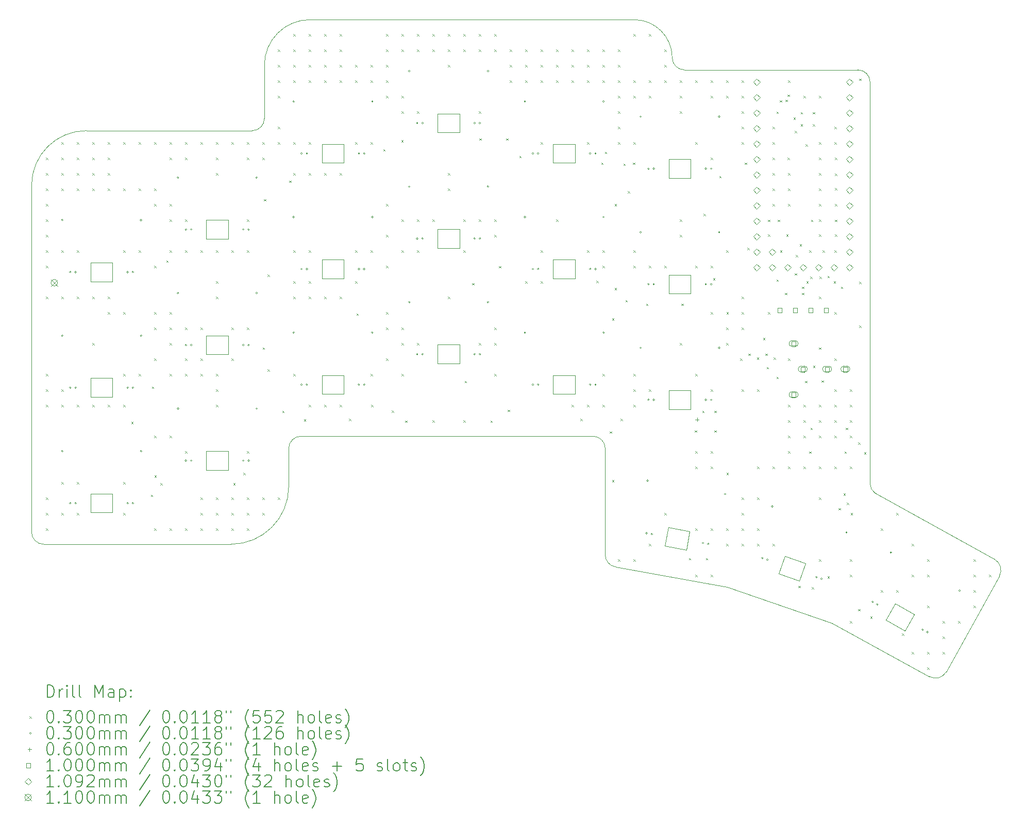
<source format=gbr>
%TF.GenerationSoftware,KiCad,Pcbnew,8.0.1*%
%TF.CreationDate,2024-06-08T21:10:00+02:00*%
%TF.ProjectId,cornia,636f726e-6961-42e6-9b69-6361645f7063,rev?*%
%TF.SameCoordinates,Original*%
%TF.FileFunction,Drillmap*%
%TF.FilePolarity,Positive*%
%FSLAX45Y45*%
G04 Gerber Fmt 4.5, Leading zero omitted, Abs format (unit mm)*
G04 Created by KiCad (PCBNEW 8.0.1) date 2024-06-08 21:10:00*
%MOMM*%
%LPD*%
G01*
G04 APERTURE LIST*
%ADD10C,0.050000*%
%ADD11C,0.100000*%
%ADD12C,0.200000*%
%ADD13C,0.109220*%
%ADD14C,0.110000*%
G04 APERTURE END LIST*
D10*
X5691860Y-3418875D02*
X5691860Y-2543875D01*
X17691860Y-10668875D02*
G75*
G02*
X17766854Y-10943872I-100000J-174995D01*
G01*
X13291860Y-11118875D02*
X15016860Y-11718875D01*
X2066860Y-10418875D02*
G75*
G02*
X1866865Y-10218875I0J199995D01*
G01*
X2766860Y-3618875D02*
X5491860Y-3618875D01*
X5691860Y-3418875D02*
G75*
G02*
X5491860Y-3618875I-200000J0D01*
G01*
X15641860Y-2818875D02*
X15641860Y-9418875D01*
X11463576Y-10791865D02*
G75*
G02*
X11291855Y-10593875I28284J197995D01*
G01*
X6441860Y-1793875D02*
X11766860Y-1793875D01*
X6091860Y-8843875D02*
G75*
G02*
X6291860Y-8643875I200000J0D01*
G01*
X17766860Y-10943875D02*
X16891860Y-12518875D01*
X4266860Y-10418875D02*
X5141860Y-10418875D01*
X3966860Y-10418875D02*
X4266860Y-10418875D01*
X12591860Y-2618875D02*
G75*
G02*
X12391865Y-2418875I0J199995D01*
G01*
X6091860Y-9468875D02*
X6091860Y-8843875D01*
X6091860Y-9468875D02*
G75*
G02*
X5141860Y-10418875I-950000J0D01*
G01*
X5691860Y-2543875D02*
G75*
G02*
X6441860Y-1793875I750000J0D01*
G01*
X11463576Y-10791865D02*
X13291860Y-11118875D01*
X11091860Y-8643875D02*
G75*
G02*
X11291855Y-8843875I0J-199995D01*
G01*
X15441860Y-2618875D02*
G75*
G02*
X15641855Y-2818875I0J-199995D01*
G01*
X1866860Y-4518875D02*
G75*
G02*
X2766860Y-3618875I900000J0D01*
G01*
X1866860Y-4518875D02*
X1866860Y-10218875D01*
X15730920Y-9585285D02*
X17691860Y-10668875D01*
X11291860Y-10593875D02*
X11291860Y-8843875D01*
X15730920Y-9585285D02*
G75*
G02*
X15641856Y-9418875I110940J166415D01*
G01*
X11766860Y-1793875D02*
G75*
G02*
X12391865Y-2418875I0J-625005D01*
G01*
X16891860Y-12518875D02*
G75*
G02*
X16616859Y-12593877I-175000J99995D01*
G01*
X12591860Y-2618875D02*
X15441860Y-2618875D01*
X15016860Y-11718875D02*
X16616860Y-12593875D01*
X6291860Y-8643875D02*
X11091860Y-8643875D01*
X2066860Y-10418875D02*
X3966860Y-10418875D01*
D11*
X2836860Y-7688875D02*
X2836860Y-7998875D01*
X2836860Y-7998875D02*
X3196860Y-7998875D01*
X3196860Y-7688875D02*
X2836860Y-7688875D01*
X3196860Y-7998875D02*
X3196860Y-7688875D01*
X15900756Y-11663377D02*
X16215527Y-11838073D01*
X16051188Y-11392324D02*
X15900756Y-11663377D01*
X16215527Y-11838073D02*
X16365960Y-11567020D01*
X16365960Y-11567020D02*
X16051188Y-11392324D01*
X4736860Y-5088875D02*
X4736860Y-5398875D01*
X4736860Y-5398875D02*
X5096860Y-5398875D01*
X5096860Y-5088875D02*
X4736860Y-5088875D01*
X5096860Y-5398875D02*
X5096860Y-5088875D01*
X10436860Y-7638875D02*
X10436860Y-7948875D01*
X10436860Y-7948875D02*
X10796860Y-7948875D01*
X10796860Y-7638875D02*
X10436860Y-7638875D01*
X10796860Y-7948875D02*
X10796860Y-7638875D01*
X8536860Y-7138875D02*
X8536860Y-7448875D01*
X8536860Y-7448875D02*
X8896860Y-7448875D01*
X8896860Y-7138875D02*
X8536860Y-7138875D01*
X8896860Y-7448875D02*
X8896860Y-7138875D01*
X12336860Y-4088875D02*
X12336860Y-4398875D01*
X12336860Y-4398875D02*
X12696860Y-4398875D01*
X12696860Y-4088875D02*
X12336860Y-4088875D01*
X12696860Y-4398875D02*
X12696860Y-4088875D01*
X12272946Y-10447895D02*
X12627660Y-10509356D01*
X12325870Y-10142446D02*
X12272946Y-10447895D01*
X12627660Y-10509356D02*
X12680585Y-10203908D01*
X12680585Y-10203908D02*
X12325870Y-10142446D01*
X6636860Y-5738875D02*
X6636860Y-6048875D01*
X6636860Y-6048875D02*
X6996860Y-6048875D01*
X6996860Y-5738875D02*
X6636860Y-5738875D01*
X6996860Y-6048875D02*
X6996860Y-5738875D01*
X8536860Y-5238875D02*
X8536860Y-5548875D01*
X8536860Y-5548875D02*
X8896860Y-5548875D01*
X8896860Y-5238875D02*
X8536860Y-5238875D01*
X8896860Y-5548875D02*
X8896860Y-5238875D01*
X12336860Y-7888875D02*
X12336860Y-8198875D01*
X12336860Y-8198875D02*
X12696860Y-8198875D01*
X12696860Y-7888875D02*
X12336860Y-7888875D01*
X12696860Y-8198875D02*
X12696860Y-7888875D01*
X14137539Y-10903118D02*
X14477036Y-11022874D01*
X14240662Y-10610773D02*
X14137539Y-10903118D01*
X14477036Y-11022874D02*
X14580159Y-10730529D01*
X14580159Y-10730529D02*
X14240662Y-10610773D01*
X6636860Y-7638875D02*
X6636860Y-7948875D01*
X6636860Y-7948875D02*
X6996860Y-7948875D01*
X6996860Y-7638875D02*
X6636860Y-7638875D01*
X6996860Y-7948875D02*
X6996860Y-7638875D01*
X6636860Y-3838875D02*
X6636860Y-4148875D01*
X6636860Y-4148875D02*
X6996860Y-4148875D01*
X6996860Y-3838875D02*
X6636860Y-3838875D01*
X6996860Y-4148875D02*
X6996860Y-3838875D01*
X10436860Y-5738875D02*
X10436860Y-6048875D01*
X10436860Y-6048875D02*
X10796860Y-6048875D01*
X10796860Y-5738875D02*
X10436860Y-5738875D01*
X10796860Y-6048875D02*
X10796860Y-5738875D01*
X10436860Y-3838875D02*
X10436860Y-4148875D01*
X10436860Y-4148875D02*
X10796860Y-4148875D01*
X10796860Y-3838875D02*
X10436860Y-3838875D01*
X10796860Y-4148875D02*
X10796860Y-3838875D01*
X12336860Y-5988875D02*
X12336860Y-6298875D01*
X12336860Y-6298875D02*
X12696860Y-6298875D01*
X12696860Y-5988875D02*
X12336860Y-5988875D01*
X12696860Y-6298875D02*
X12696860Y-5988875D01*
X2836860Y-9588875D02*
X2836860Y-9898875D01*
X2836860Y-9898875D02*
X3196860Y-9898875D01*
X3196860Y-9588875D02*
X2836860Y-9588875D01*
X3196860Y-9898875D02*
X3196860Y-9588875D01*
X4736860Y-8888875D02*
X4736860Y-9198875D01*
X4736860Y-9198875D02*
X5096860Y-9198875D01*
X5096860Y-8888875D02*
X4736860Y-8888875D01*
X5096860Y-9198875D02*
X5096860Y-8888875D01*
X4736860Y-6988875D02*
X4736860Y-7298875D01*
X4736860Y-7298875D02*
X5096860Y-7298875D01*
X5096860Y-6988875D02*
X4736860Y-6988875D01*
X5096860Y-7298875D02*
X5096860Y-6988875D01*
X2836860Y-5788875D02*
X2836860Y-6098875D01*
X2836860Y-6098875D02*
X3196860Y-6098875D01*
X3196860Y-5788875D02*
X2836860Y-5788875D01*
X3196860Y-6098875D02*
X3196860Y-5788875D01*
X8536860Y-3338875D02*
X8536860Y-3648875D01*
X8536860Y-3648875D02*
X8896860Y-3648875D01*
X8896860Y-3338875D02*
X8536860Y-3338875D01*
X8896860Y-3648875D02*
X8896860Y-3338875D01*
D12*
D11*
X2103360Y-4062375D02*
X2133360Y-4092375D01*
X2133360Y-4062375D02*
X2103360Y-4092375D01*
X2103360Y-4316375D02*
X2133360Y-4346375D01*
X2133360Y-4316375D02*
X2103360Y-4346375D01*
X2103360Y-4570375D02*
X2133360Y-4600375D01*
X2133360Y-4570375D02*
X2103360Y-4600375D01*
X2103360Y-4824375D02*
X2133360Y-4854375D01*
X2133360Y-4824375D02*
X2103360Y-4854375D01*
X2103360Y-5078375D02*
X2133360Y-5108375D01*
X2133360Y-5078375D02*
X2103360Y-5108375D01*
X2103360Y-5332375D02*
X2133360Y-5362375D01*
X2133360Y-5332375D02*
X2103360Y-5362375D01*
X2103360Y-5586375D02*
X2133360Y-5616375D01*
X2133360Y-5586375D02*
X2103360Y-5616375D01*
X2103360Y-5840375D02*
X2133360Y-5870375D01*
X2133360Y-5840375D02*
X2103360Y-5870375D01*
X2103360Y-6348375D02*
X2133360Y-6378375D01*
X2133360Y-6348375D02*
X2103360Y-6378375D01*
X2103360Y-7618375D02*
X2133360Y-7648375D01*
X2133360Y-7618375D02*
X2103360Y-7648375D01*
X2103360Y-7872375D02*
X2133360Y-7902375D01*
X2133360Y-7872375D02*
X2103360Y-7902375D01*
X2103360Y-8126375D02*
X2133360Y-8156375D01*
X2133360Y-8126375D02*
X2103360Y-8156375D01*
X2103360Y-9650375D02*
X2133360Y-9680375D01*
X2133360Y-9650375D02*
X2103360Y-9680375D01*
X2103360Y-9904375D02*
X2133360Y-9934375D01*
X2133360Y-9904375D02*
X2103360Y-9934375D01*
X2103360Y-10158375D02*
X2133360Y-10188375D01*
X2133360Y-10158375D02*
X2103360Y-10188375D01*
X2357360Y-3808375D02*
X2387360Y-3838375D01*
X2387360Y-3808375D02*
X2357360Y-3838375D01*
X2357360Y-4062375D02*
X2387360Y-4092375D01*
X2387360Y-4062375D02*
X2357360Y-4092375D01*
X2357360Y-4316375D02*
X2387360Y-4346375D01*
X2387360Y-4316375D02*
X2357360Y-4346375D01*
X2357360Y-4570375D02*
X2387360Y-4600375D01*
X2387360Y-4570375D02*
X2357360Y-4600375D01*
X2357360Y-5586375D02*
X2387360Y-5616375D01*
X2387360Y-5586375D02*
X2357360Y-5616375D01*
X2357360Y-6348375D02*
X2387360Y-6378375D01*
X2387360Y-6348375D02*
X2357360Y-6378375D01*
X2357360Y-7872375D02*
X2387360Y-7902375D01*
X2387360Y-7872375D02*
X2357360Y-7902375D01*
X2357360Y-8126375D02*
X2387360Y-8156375D01*
X2387360Y-8126375D02*
X2357360Y-8156375D01*
X2357360Y-9396375D02*
X2387360Y-9426375D01*
X2387360Y-9396375D02*
X2357360Y-9426375D01*
X2357360Y-9904375D02*
X2387360Y-9934375D01*
X2387360Y-9904375D02*
X2357360Y-9934375D01*
X2611360Y-3808375D02*
X2641360Y-3838375D01*
X2641360Y-3808375D02*
X2611360Y-3838375D01*
X2611360Y-4062375D02*
X2641360Y-4092375D01*
X2641360Y-4062375D02*
X2611360Y-4092375D01*
X2611360Y-4316375D02*
X2641360Y-4346375D01*
X2641360Y-4316375D02*
X2611360Y-4346375D01*
X2611360Y-4570375D02*
X2641360Y-4600375D01*
X2641360Y-4570375D02*
X2611360Y-4600375D01*
X2611360Y-5586375D02*
X2641360Y-5616375D01*
X2641360Y-5586375D02*
X2611360Y-5616375D01*
X2611360Y-6348375D02*
X2641360Y-6378375D01*
X2641360Y-6348375D02*
X2611360Y-6378375D01*
X2611360Y-8126375D02*
X2641360Y-8156375D01*
X2641360Y-8126375D02*
X2611360Y-8156375D01*
X2611360Y-9396375D02*
X2641360Y-9426375D01*
X2641360Y-9396375D02*
X2611360Y-9426375D01*
X2611360Y-9904375D02*
X2641360Y-9934375D01*
X2641360Y-9904375D02*
X2611360Y-9934375D01*
X2865360Y-3808375D02*
X2895360Y-3838375D01*
X2895360Y-3808375D02*
X2865360Y-3838375D01*
X2865360Y-4062375D02*
X2895360Y-4092375D01*
X2895360Y-4062375D02*
X2865360Y-4092375D01*
X2865360Y-4316375D02*
X2895360Y-4346375D01*
X2895360Y-4316375D02*
X2865360Y-4346375D01*
X2865360Y-4570375D02*
X2895360Y-4600375D01*
X2895360Y-4570375D02*
X2865360Y-4600375D01*
X2865360Y-6348375D02*
X2895360Y-6378375D01*
X2895360Y-6348375D02*
X2865360Y-6378375D01*
X2865360Y-7110375D02*
X2895360Y-7140375D01*
X2895360Y-7110375D02*
X2865360Y-7140375D01*
X2865360Y-8126375D02*
X2895360Y-8156375D01*
X2895360Y-8126375D02*
X2865360Y-8156375D01*
X3119360Y-3808375D02*
X3149360Y-3838375D01*
X3149360Y-3808375D02*
X3119360Y-3838375D01*
X3119360Y-4062375D02*
X3149360Y-4092375D01*
X3149360Y-4062375D02*
X3119360Y-4092375D01*
X3119360Y-4316375D02*
X3149360Y-4346375D01*
X3149360Y-4316375D02*
X3119360Y-4346375D01*
X3119360Y-4570375D02*
X3149360Y-4600375D01*
X3149360Y-4570375D02*
X3119360Y-4600375D01*
X3119360Y-6348375D02*
X3149360Y-6378375D01*
X3149360Y-6348375D02*
X3119360Y-6378375D01*
X3119360Y-6602375D02*
X3149360Y-6632375D01*
X3149360Y-6602375D02*
X3119360Y-6632375D01*
X3119360Y-8126375D02*
X3149360Y-8156375D01*
X3149360Y-8126375D02*
X3119360Y-8156375D01*
X3373360Y-3808375D02*
X3403360Y-3838375D01*
X3403360Y-3808375D02*
X3373360Y-3838375D01*
X3373360Y-4570375D02*
X3403360Y-4600375D01*
X3403360Y-4570375D02*
X3373360Y-4600375D01*
X3373360Y-5586375D02*
X3403360Y-5616375D01*
X3403360Y-5586375D02*
X3373360Y-5616375D01*
X3373360Y-6602375D02*
X3403360Y-6632375D01*
X3403360Y-6602375D02*
X3373360Y-6632375D01*
X3373360Y-7618375D02*
X3403360Y-7648375D01*
X3403360Y-7618375D02*
X3373360Y-7648375D01*
X3373360Y-8126375D02*
X3403360Y-8156375D01*
X3403360Y-8126375D02*
X3373360Y-8156375D01*
X3373360Y-9396375D02*
X3403360Y-9426375D01*
X3403360Y-9396375D02*
X3373360Y-9426375D01*
X3373360Y-9904375D02*
X3403360Y-9934375D01*
X3403360Y-9904375D02*
X3373360Y-9934375D01*
X3505000Y-8405000D02*
X3535000Y-8435000D01*
X3535000Y-8405000D02*
X3505000Y-8435000D01*
X3627360Y-3808375D02*
X3657360Y-3838375D01*
X3657360Y-3808375D02*
X3627360Y-3838375D01*
X3627360Y-4570375D02*
X3657360Y-4600375D01*
X3657360Y-4570375D02*
X3627360Y-4600375D01*
X3627360Y-5586375D02*
X3657360Y-5616375D01*
X3657360Y-5586375D02*
X3627360Y-5616375D01*
X3627360Y-7618375D02*
X3657360Y-7648375D01*
X3657360Y-7618375D02*
X3627360Y-7648375D01*
X3825000Y-9605000D02*
X3855000Y-9635000D01*
X3855000Y-9605000D02*
X3825000Y-9635000D01*
X3845000Y-7825000D02*
X3875000Y-7855000D01*
X3875000Y-7825000D02*
X3845000Y-7855000D01*
X3881360Y-3808375D02*
X3911360Y-3838375D01*
X3911360Y-3808375D02*
X3881360Y-3838375D01*
X3881360Y-4570375D02*
X3911360Y-4600375D01*
X3911360Y-4570375D02*
X3881360Y-4600375D01*
X3881360Y-4824375D02*
X3911360Y-4854375D01*
X3911360Y-4824375D02*
X3881360Y-4854375D01*
X3881360Y-5840375D02*
X3911360Y-5870375D01*
X3911360Y-5840375D02*
X3881360Y-5870375D01*
X3881360Y-6602375D02*
X3911360Y-6632375D01*
X3911360Y-6602375D02*
X3881360Y-6632375D01*
X3881360Y-6856375D02*
X3911360Y-6886375D01*
X3911360Y-6856375D02*
X3881360Y-6886375D01*
X3881360Y-7364375D02*
X3911360Y-7394375D01*
X3911360Y-7364375D02*
X3881360Y-7394375D01*
X3881360Y-8634375D02*
X3911360Y-8664375D01*
X3911360Y-8634375D02*
X3881360Y-8664375D01*
X3881360Y-10158375D02*
X3911360Y-10188375D01*
X3911360Y-10158375D02*
X3881360Y-10188375D01*
X3885000Y-9285000D02*
X3915000Y-9315000D01*
X3915000Y-9285000D02*
X3885000Y-9315000D01*
X3981860Y-9413875D02*
X4011860Y-9443875D01*
X4011860Y-9413875D02*
X3981860Y-9443875D01*
X4081860Y-5753875D02*
X4111860Y-5783875D01*
X4111860Y-5753875D02*
X4081860Y-5783875D01*
X4135360Y-3808375D02*
X4165360Y-3838375D01*
X4165360Y-3808375D02*
X4135360Y-3838375D01*
X4135360Y-4062375D02*
X4165360Y-4092375D01*
X4165360Y-4062375D02*
X4135360Y-4092375D01*
X4135360Y-4824375D02*
X4165360Y-4854375D01*
X4165360Y-4824375D02*
X4135360Y-4854375D01*
X4135360Y-5078375D02*
X4165360Y-5108375D01*
X4165360Y-5078375D02*
X4135360Y-5108375D01*
X4135360Y-5586375D02*
X4165360Y-5616375D01*
X4165360Y-5586375D02*
X4135360Y-5616375D01*
X4135360Y-6602375D02*
X4165360Y-6632375D01*
X4165360Y-6602375D02*
X4135360Y-6632375D01*
X4135360Y-6856375D02*
X4165360Y-6886375D01*
X4165360Y-6856375D02*
X4135360Y-6886375D01*
X4135360Y-7110375D02*
X4165360Y-7140375D01*
X4165360Y-7110375D02*
X4135360Y-7140375D01*
X4135360Y-7618375D02*
X4165360Y-7648375D01*
X4165360Y-7618375D02*
X4135360Y-7648375D01*
X4135360Y-8634375D02*
X4165360Y-8664375D01*
X4165360Y-8634375D02*
X4135360Y-8664375D01*
X4135360Y-10158375D02*
X4165360Y-10188375D01*
X4165360Y-10158375D02*
X4135360Y-10188375D01*
X4389360Y-3808375D02*
X4419360Y-3838375D01*
X4419360Y-3808375D02*
X4389360Y-3838375D01*
X4389360Y-4062375D02*
X4419360Y-4092375D01*
X4419360Y-4062375D02*
X4389360Y-4092375D01*
X4389360Y-5078375D02*
X4419360Y-5108375D01*
X4419360Y-5078375D02*
X4389360Y-5108375D01*
X4389360Y-5586375D02*
X4419360Y-5616375D01*
X4419360Y-5586375D02*
X4389360Y-5616375D01*
X4389360Y-6856375D02*
X4419360Y-6886375D01*
X4419360Y-6856375D02*
X4389360Y-6886375D01*
X4389360Y-7364375D02*
X4419360Y-7394375D01*
X4419360Y-7364375D02*
X4389360Y-7394375D01*
X4389360Y-7618375D02*
X4419360Y-7648375D01*
X4419360Y-7618375D02*
X4389360Y-7648375D01*
X4389360Y-8888375D02*
X4419360Y-8918375D01*
X4419360Y-8888375D02*
X4389360Y-8918375D01*
X4389360Y-10158375D02*
X4419360Y-10188375D01*
X4419360Y-10158375D02*
X4389360Y-10188375D01*
X4643360Y-3808375D02*
X4673360Y-3838375D01*
X4673360Y-3808375D02*
X4643360Y-3838375D01*
X4643360Y-5586375D02*
X4673360Y-5616375D01*
X4673360Y-5586375D02*
X4643360Y-5616375D01*
X4643360Y-6856375D02*
X4673360Y-6886375D01*
X4673360Y-6856375D02*
X4643360Y-6886375D01*
X4643360Y-7364375D02*
X4673360Y-7394375D01*
X4673360Y-7364375D02*
X4643360Y-7394375D01*
X4643360Y-7618375D02*
X4673360Y-7648375D01*
X4673360Y-7618375D02*
X4643360Y-7648375D01*
X4643360Y-9650375D02*
X4673360Y-9680375D01*
X4673360Y-9650375D02*
X4643360Y-9680375D01*
X4643360Y-9904375D02*
X4673360Y-9934375D01*
X4673360Y-9904375D02*
X4643360Y-9934375D01*
X4643360Y-10158375D02*
X4673360Y-10188375D01*
X4673360Y-10158375D02*
X4643360Y-10188375D01*
X4897360Y-3808375D02*
X4927360Y-3838375D01*
X4927360Y-3808375D02*
X4897360Y-3838375D01*
X4897360Y-4062375D02*
X4927360Y-4092375D01*
X4927360Y-4062375D02*
X4897360Y-4092375D01*
X4897360Y-4316375D02*
X4927360Y-4346375D01*
X4927360Y-4316375D02*
X4897360Y-4346375D01*
X4897360Y-5586375D02*
X4927360Y-5616375D01*
X4927360Y-5586375D02*
X4897360Y-5616375D01*
X4897360Y-6094375D02*
X4927360Y-6124375D01*
X4927360Y-6094375D02*
X4897360Y-6124375D01*
X4897360Y-6348375D02*
X4927360Y-6378375D01*
X4927360Y-6348375D02*
X4897360Y-6378375D01*
X4897360Y-7618375D02*
X4927360Y-7648375D01*
X4927360Y-7618375D02*
X4897360Y-7648375D01*
X4897360Y-7872375D02*
X4927360Y-7902375D01*
X4927360Y-7872375D02*
X4897360Y-7902375D01*
X4897360Y-8126375D02*
X4927360Y-8156375D01*
X4927360Y-8126375D02*
X4897360Y-8156375D01*
X4897360Y-9650375D02*
X4927360Y-9680375D01*
X4927360Y-9650375D02*
X4897360Y-9680375D01*
X4897360Y-9904375D02*
X4927360Y-9934375D01*
X4927360Y-9904375D02*
X4897360Y-9934375D01*
X4897360Y-10158375D02*
X4927360Y-10188375D01*
X4927360Y-10158375D02*
X4897360Y-10188375D01*
X5151360Y-3808375D02*
X5181360Y-3838375D01*
X5181360Y-3808375D02*
X5151360Y-3838375D01*
X5151360Y-5586375D02*
X5181360Y-5616375D01*
X5181360Y-5586375D02*
X5151360Y-5616375D01*
X5151360Y-6856375D02*
X5181360Y-6886375D01*
X5181360Y-6856375D02*
X5151360Y-6886375D01*
X5151360Y-7364375D02*
X5181360Y-7394375D01*
X5181360Y-7364375D02*
X5151360Y-7394375D01*
X5151360Y-9650375D02*
X5181360Y-9680375D01*
X5181360Y-9650375D02*
X5151360Y-9680375D01*
X5151360Y-9904375D02*
X5181360Y-9934375D01*
X5181360Y-9904375D02*
X5151360Y-9934375D01*
X5151360Y-10158375D02*
X5181360Y-10188375D01*
X5181360Y-10158375D02*
X5151360Y-10188375D01*
X5181860Y-9413875D02*
X5211860Y-9443875D01*
X5211860Y-9413875D02*
X5181860Y-9443875D01*
X5345000Y-9245000D02*
X5375000Y-9275000D01*
X5375000Y-9245000D02*
X5345000Y-9275000D01*
X5405360Y-3808375D02*
X5435360Y-3838375D01*
X5435360Y-3808375D02*
X5405360Y-3838375D01*
X5405360Y-4062375D02*
X5435360Y-4092375D01*
X5435360Y-4062375D02*
X5405360Y-4092375D01*
X5405360Y-5078375D02*
X5435360Y-5108375D01*
X5435360Y-5078375D02*
X5405360Y-5108375D01*
X5405360Y-5586375D02*
X5435360Y-5616375D01*
X5435360Y-5586375D02*
X5405360Y-5616375D01*
X5405360Y-6856375D02*
X5435360Y-6886375D01*
X5435360Y-6856375D02*
X5405360Y-6886375D01*
X5405360Y-8888375D02*
X5435360Y-8918375D01*
X5435360Y-8888375D02*
X5405360Y-8918375D01*
X5405360Y-9650375D02*
X5435360Y-9680375D01*
X5435360Y-9650375D02*
X5405360Y-9680375D01*
X5405360Y-9904375D02*
X5435360Y-9934375D01*
X5435360Y-9904375D02*
X5405360Y-9934375D01*
X5405360Y-10158375D02*
X5435360Y-10188375D01*
X5435360Y-10158375D02*
X5405360Y-10188375D01*
X5659360Y-3808375D02*
X5689360Y-3838375D01*
X5689360Y-3808375D02*
X5659360Y-3838375D01*
X5659360Y-4062375D02*
X5689360Y-4092375D01*
X5689360Y-4062375D02*
X5659360Y-4092375D01*
X5659360Y-9650375D02*
X5689360Y-9680375D01*
X5689360Y-9650375D02*
X5659360Y-9680375D01*
X5659360Y-9904375D02*
X5689360Y-9934375D01*
X5689360Y-9904375D02*
X5659360Y-9934375D01*
X5665000Y-7185000D02*
X5695000Y-7215000D01*
X5695000Y-7185000D02*
X5665000Y-7215000D01*
X5685000Y-4745000D02*
X5715000Y-4775000D01*
X5715000Y-4745000D02*
X5685000Y-4775000D01*
X5745000Y-5985000D02*
X5775000Y-6015000D01*
X5775000Y-5985000D02*
X5745000Y-6015000D01*
X5745000Y-7545000D02*
X5775000Y-7575000D01*
X5775000Y-7545000D02*
X5745000Y-7575000D01*
X5913360Y-2284375D02*
X5943360Y-2314375D01*
X5943360Y-2284375D02*
X5913360Y-2314375D01*
X5913360Y-2538375D02*
X5943360Y-2568375D01*
X5943360Y-2538375D02*
X5913360Y-2568375D01*
X5913360Y-2792375D02*
X5943360Y-2822375D01*
X5943360Y-2792375D02*
X5913360Y-2822375D01*
X5913360Y-3046375D02*
X5943360Y-3076375D01*
X5943360Y-3046375D02*
X5913360Y-3076375D01*
X5913360Y-3554375D02*
X5943360Y-3584375D01*
X5943360Y-3554375D02*
X5913360Y-3584375D01*
X5913360Y-3808375D02*
X5943360Y-3838375D01*
X5943360Y-3808375D02*
X5913360Y-3838375D01*
X5913360Y-9650375D02*
X5943360Y-9680375D01*
X5943360Y-9650375D02*
X5913360Y-9680375D01*
X5985000Y-8225000D02*
X6015000Y-8255000D01*
X6015000Y-8225000D02*
X5985000Y-8255000D01*
X6099240Y-4441928D02*
X6129240Y-4471928D01*
X6129240Y-4441928D02*
X6099240Y-4471928D01*
X6167360Y-2030375D02*
X6197360Y-2060375D01*
X6197360Y-2030375D02*
X6167360Y-2060375D01*
X6167360Y-2284375D02*
X6197360Y-2314375D01*
X6197360Y-2284375D02*
X6167360Y-2314375D01*
X6167360Y-2538375D02*
X6197360Y-2568375D01*
X6197360Y-2538375D02*
X6167360Y-2568375D01*
X6167360Y-2792375D02*
X6197360Y-2822375D01*
X6197360Y-2792375D02*
X6167360Y-2822375D01*
X6167360Y-3808375D02*
X6197360Y-3838375D01*
X6197360Y-3808375D02*
X6167360Y-3838375D01*
X6167360Y-4316375D02*
X6197360Y-4346375D01*
X6197360Y-4316375D02*
X6167360Y-4346375D01*
X6167360Y-5586375D02*
X6197360Y-5616375D01*
X6197360Y-5586375D02*
X6167360Y-5616375D01*
X6167360Y-6094375D02*
X6197360Y-6124375D01*
X6197360Y-6094375D02*
X6167360Y-6124375D01*
X6167360Y-6348375D02*
X6197360Y-6378375D01*
X6197360Y-6348375D02*
X6167360Y-6378375D01*
X6167360Y-7618375D02*
X6197360Y-7648375D01*
X6197360Y-7618375D02*
X6167360Y-7648375D01*
X6341860Y-8363489D02*
X6371860Y-8393489D01*
X6371860Y-8363489D02*
X6341860Y-8393489D01*
X6421360Y-2030375D02*
X6451360Y-2060375D01*
X6451360Y-2030375D02*
X6421360Y-2060375D01*
X6421360Y-2284375D02*
X6451360Y-2314375D01*
X6451360Y-2284375D02*
X6421360Y-2314375D01*
X6421360Y-2538375D02*
X6451360Y-2568375D01*
X6451360Y-2538375D02*
X6421360Y-2568375D01*
X6421360Y-2792375D02*
X6451360Y-2822375D01*
X6451360Y-2792375D02*
X6421360Y-2822375D01*
X6421360Y-3808375D02*
X6451360Y-3838375D01*
X6451360Y-3808375D02*
X6421360Y-3838375D01*
X6421360Y-4316375D02*
X6451360Y-4346375D01*
X6451360Y-4316375D02*
X6421360Y-4346375D01*
X6421360Y-5586375D02*
X6451360Y-5616375D01*
X6451360Y-5586375D02*
X6421360Y-5616375D01*
X6421360Y-6094375D02*
X6451360Y-6124375D01*
X6451360Y-6094375D02*
X6421360Y-6124375D01*
X6421360Y-6348375D02*
X6451360Y-6378375D01*
X6451360Y-6348375D02*
X6421360Y-6378375D01*
X6421360Y-8126375D02*
X6451360Y-8156375D01*
X6451360Y-8126375D02*
X6421360Y-8156375D01*
X6675360Y-2030375D02*
X6705360Y-2060375D01*
X6705360Y-2030375D02*
X6675360Y-2060375D01*
X6675360Y-2284375D02*
X6705360Y-2314375D01*
X6705360Y-2284375D02*
X6675360Y-2314375D01*
X6675360Y-2538375D02*
X6705360Y-2568375D01*
X6705360Y-2538375D02*
X6675360Y-2568375D01*
X6675360Y-2792375D02*
X6705360Y-2822375D01*
X6705360Y-2792375D02*
X6675360Y-2822375D01*
X6675360Y-4316375D02*
X6705360Y-4346375D01*
X6705360Y-4316375D02*
X6675360Y-4346375D01*
X6675360Y-6348375D02*
X6705360Y-6378375D01*
X6705360Y-6348375D02*
X6675360Y-6378375D01*
X6675360Y-8126375D02*
X6705360Y-8156375D01*
X6705360Y-8126375D02*
X6675360Y-8156375D01*
X6929360Y-2030375D02*
X6959360Y-2060375D01*
X6959360Y-2030375D02*
X6929360Y-2060375D01*
X6929360Y-2284375D02*
X6959360Y-2314375D01*
X6959360Y-2284375D02*
X6929360Y-2314375D01*
X6929360Y-2538375D02*
X6959360Y-2568375D01*
X6959360Y-2538375D02*
X6929360Y-2568375D01*
X6929360Y-2792375D02*
X6959360Y-2822375D01*
X6959360Y-2792375D02*
X6929360Y-2822375D01*
X6929360Y-4316375D02*
X6959360Y-4346375D01*
X6959360Y-4316375D02*
X6929360Y-4346375D01*
X6929360Y-6348375D02*
X6959360Y-6378375D01*
X6959360Y-6348375D02*
X6929360Y-6378375D01*
X6929360Y-8126375D02*
X6959360Y-8156375D01*
X6959360Y-8126375D02*
X6929360Y-8156375D01*
X7081860Y-8353875D02*
X7111860Y-8383875D01*
X7111860Y-8353875D02*
X7081860Y-8383875D01*
X7183360Y-2538375D02*
X7213360Y-2568375D01*
X7213360Y-2538375D02*
X7183360Y-2568375D01*
X7183360Y-2792375D02*
X7213360Y-2822375D01*
X7213360Y-2792375D02*
X7183360Y-2822375D01*
X7183360Y-3808375D02*
X7213360Y-3838375D01*
X7213360Y-3808375D02*
X7183360Y-3838375D01*
X7183360Y-5586375D02*
X7213360Y-5616375D01*
X7213360Y-5586375D02*
X7183360Y-5616375D01*
X7183360Y-6094375D02*
X7213360Y-6124375D01*
X7213360Y-6094375D02*
X7183360Y-6124375D01*
X7205000Y-6625000D02*
X7235000Y-6655000D01*
X7235000Y-6625000D02*
X7205000Y-6655000D01*
X7437360Y-2538375D02*
X7467360Y-2568375D01*
X7467360Y-2538375D02*
X7437360Y-2568375D01*
X7437360Y-2792375D02*
X7467360Y-2822375D01*
X7467360Y-2792375D02*
X7437360Y-2822375D01*
X7437360Y-3808375D02*
X7467360Y-3838375D01*
X7467360Y-3808375D02*
X7437360Y-3838375D01*
X7437360Y-5586375D02*
X7467360Y-5616375D01*
X7467360Y-5586375D02*
X7437360Y-5616375D01*
X7437360Y-7618375D02*
X7467360Y-7648375D01*
X7467360Y-7618375D02*
X7437360Y-7648375D01*
X7445000Y-8125000D02*
X7475000Y-8155000D01*
X7475000Y-8125000D02*
X7445000Y-8155000D01*
X7645000Y-3925000D02*
X7675000Y-3955000D01*
X7675000Y-3925000D02*
X7645000Y-3955000D01*
X7691360Y-2030375D02*
X7721360Y-2060375D01*
X7721360Y-2030375D02*
X7691360Y-2060375D01*
X7691360Y-2284375D02*
X7721360Y-2314375D01*
X7721360Y-2284375D02*
X7691360Y-2314375D01*
X7691360Y-2538375D02*
X7721360Y-2568375D01*
X7721360Y-2538375D02*
X7691360Y-2568375D01*
X7691360Y-2792375D02*
X7721360Y-2822375D01*
X7721360Y-2792375D02*
X7691360Y-2822375D01*
X7691360Y-3046375D02*
X7721360Y-3076375D01*
X7721360Y-3046375D02*
X7691360Y-3076375D01*
X7691360Y-4824375D02*
X7721360Y-4854375D01*
X7721360Y-4824375D02*
X7691360Y-4854375D01*
X7691360Y-5332375D02*
X7721360Y-5362375D01*
X7721360Y-5332375D02*
X7691360Y-5362375D01*
X7691360Y-5840375D02*
X7721360Y-5870375D01*
X7721360Y-5840375D02*
X7691360Y-5870375D01*
X7691360Y-6602375D02*
X7721360Y-6632375D01*
X7721360Y-6602375D02*
X7691360Y-6632375D01*
X7691360Y-6856375D02*
X7721360Y-6886375D01*
X7721360Y-6856375D02*
X7691360Y-6886375D01*
X7691360Y-7364375D02*
X7721360Y-7394375D01*
X7721360Y-7364375D02*
X7691360Y-7394375D01*
X7786680Y-8218695D02*
X7816680Y-8248695D01*
X7816680Y-8218695D02*
X7786680Y-8248695D01*
X7941860Y-3773875D02*
X7971860Y-3803875D01*
X7971860Y-3773875D02*
X7941860Y-3803875D01*
X7945360Y-2030375D02*
X7975360Y-2060375D01*
X7975360Y-2030375D02*
X7945360Y-2060375D01*
X7945360Y-2284375D02*
X7975360Y-2314375D01*
X7975360Y-2284375D02*
X7945360Y-2314375D01*
X7945360Y-3046375D02*
X7975360Y-3076375D01*
X7975360Y-3046375D02*
X7945360Y-3076375D01*
X7945360Y-3300375D02*
X7975360Y-3330375D01*
X7975360Y-3300375D02*
X7945360Y-3330375D01*
X7945360Y-5078375D02*
X7975360Y-5108375D01*
X7975360Y-5078375D02*
X7945360Y-5108375D01*
X7945360Y-5586375D02*
X7975360Y-5616375D01*
X7975360Y-5586375D02*
X7945360Y-5616375D01*
X7945360Y-6856375D02*
X7975360Y-6886375D01*
X7975360Y-6856375D02*
X7945360Y-6886375D01*
X7945360Y-7110375D02*
X7975360Y-7140375D01*
X7975360Y-7110375D02*
X7945360Y-7140375D01*
X7945360Y-7618375D02*
X7975360Y-7648375D01*
X7975360Y-7618375D02*
X7945360Y-7648375D01*
X8005000Y-8385000D02*
X8035000Y-8415000D01*
X8035000Y-8385000D02*
X8005000Y-8415000D01*
X8199360Y-2030375D02*
X8229360Y-2060375D01*
X8229360Y-2030375D02*
X8199360Y-2060375D01*
X8199360Y-2284375D02*
X8229360Y-2314375D01*
X8229360Y-2284375D02*
X8199360Y-2314375D01*
X8199360Y-3300375D02*
X8229360Y-3330375D01*
X8229360Y-3300375D02*
X8199360Y-3330375D01*
X8199360Y-5078375D02*
X8229360Y-5108375D01*
X8229360Y-5078375D02*
X8199360Y-5108375D01*
X8199360Y-5586375D02*
X8229360Y-5616375D01*
X8229360Y-5586375D02*
X8199360Y-5616375D01*
X8199360Y-7110375D02*
X8229360Y-7140375D01*
X8229360Y-7110375D02*
X8199360Y-7140375D01*
X8453360Y-2030375D02*
X8483360Y-2060375D01*
X8483360Y-2030375D02*
X8453360Y-2060375D01*
X8453360Y-2284375D02*
X8483360Y-2314375D01*
X8483360Y-2284375D02*
X8453360Y-2314375D01*
X8453360Y-5078375D02*
X8483360Y-5108375D01*
X8483360Y-5078375D02*
X8453360Y-5108375D01*
X8453360Y-8380375D02*
X8483360Y-8410375D01*
X8483360Y-8380375D02*
X8453360Y-8410375D01*
X8707360Y-2030375D02*
X8737360Y-2060375D01*
X8737360Y-2030375D02*
X8707360Y-2060375D01*
X8707360Y-2284375D02*
X8737360Y-2314375D01*
X8737360Y-2284375D02*
X8707360Y-2314375D01*
X8707360Y-2538375D02*
X8737360Y-2568375D01*
X8737360Y-2538375D02*
X8707360Y-2568375D01*
X8707360Y-4316375D02*
X8737360Y-4346375D01*
X8737360Y-4316375D02*
X8707360Y-4346375D01*
X8707360Y-4570375D02*
X8737360Y-4600375D01*
X8737360Y-4570375D02*
X8707360Y-4600375D01*
X8707360Y-6348375D02*
X8737360Y-6378375D01*
X8737360Y-6348375D02*
X8707360Y-6378375D01*
X8961360Y-2030375D02*
X8991360Y-2060375D01*
X8991360Y-2030375D02*
X8961360Y-2060375D01*
X8961360Y-2284375D02*
X8991360Y-2314375D01*
X8991360Y-2284375D02*
X8961360Y-2314375D01*
X8961360Y-5078375D02*
X8991360Y-5108375D01*
X8991360Y-5078375D02*
X8961360Y-5108375D01*
X8961360Y-5586375D02*
X8991360Y-5616375D01*
X8991360Y-5586375D02*
X8961360Y-5616375D01*
X8961360Y-8380375D02*
X8991360Y-8410375D01*
X8991360Y-8380375D02*
X8961360Y-8410375D01*
X8981860Y-7732442D02*
X9011860Y-7762442D01*
X9011860Y-7732442D02*
X8981860Y-7762442D01*
X9105000Y-6125000D02*
X9135000Y-6155000D01*
X9135000Y-6125000D02*
X9105000Y-6155000D01*
X9215360Y-2030375D02*
X9245360Y-2060375D01*
X9245360Y-2030375D02*
X9215360Y-2060375D01*
X9215360Y-2284375D02*
X9245360Y-2314375D01*
X9245360Y-2284375D02*
X9215360Y-2314375D01*
X9215360Y-3300375D02*
X9245360Y-3330375D01*
X9245360Y-3300375D02*
X9215360Y-3330375D01*
X9215360Y-5078375D02*
X9245360Y-5108375D01*
X9245360Y-5078375D02*
X9215360Y-5108375D01*
X9215360Y-7110375D02*
X9245360Y-7140375D01*
X9245360Y-7110375D02*
X9215360Y-7140375D01*
X9225000Y-3745000D02*
X9255000Y-3775000D01*
X9255000Y-3745000D02*
X9225000Y-3775000D01*
X9405000Y-8385000D02*
X9435000Y-8415000D01*
X9435000Y-8385000D02*
X9405000Y-8415000D01*
X9469360Y-2030375D02*
X9499360Y-2060375D01*
X9499360Y-2030375D02*
X9469360Y-2060375D01*
X9469360Y-2284375D02*
X9499360Y-2314375D01*
X9499360Y-2284375D02*
X9469360Y-2314375D01*
X9469360Y-5078375D02*
X9499360Y-5108375D01*
X9499360Y-5078375D02*
X9469360Y-5108375D01*
X9469360Y-5332375D02*
X9499360Y-5362375D01*
X9499360Y-5332375D02*
X9469360Y-5362375D01*
X9469360Y-6856375D02*
X9499360Y-6886375D01*
X9499360Y-6856375D02*
X9469360Y-6886375D01*
X9469360Y-7110375D02*
X9499360Y-7140375D01*
X9499360Y-7110375D02*
X9469360Y-7140375D01*
X9469360Y-7618375D02*
X9499360Y-7648375D01*
X9499360Y-7618375D02*
X9469360Y-7648375D01*
X9545000Y-5845000D02*
X9575000Y-5875000D01*
X9575000Y-5845000D02*
X9545000Y-5875000D01*
X9665000Y-3745000D02*
X9695000Y-3775000D01*
X9695000Y-3745000D02*
X9665000Y-3775000D01*
X9688047Y-8207688D02*
X9718047Y-8237688D01*
X9718047Y-8207688D02*
X9688047Y-8237688D01*
X9723360Y-2284375D02*
X9753360Y-2314375D01*
X9753360Y-2284375D02*
X9723360Y-2314375D01*
X9723360Y-2538375D02*
X9753360Y-2568375D01*
X9753360Y-2538375D02*
X9723360Y-2568375D01*
X9723360Y-2792375D02*
X9753360Y-2822375D01*
X9753360Y-2792375D02*
X9723360Y-2822375D01*
X9881860Y-4033875D02*
X9911860Y-4063875D01*
X9911860Y-4033875D02*
X9881860Y-4063875D01*
X9977360Y-2284375D02*
X10007360Y-2314375D01*
X10007360Y-2284375D02*
X9977360Y-2314375D01*
X9977360Y-2538375D02*
X10007360Y-2568375D01*
X10007360Y-2538375D02*
X9977360Y-2568375D01*
X9977360Y-2792375D02*
X10007360Y-2822375D01*
X10007360Y-2792375D02*
X9977360Y-2822375D01*
X9977360Y-6094375D02*
X10007360Y-6124375D01*
X10007360Y-6094375D02*
X9977360Y-6124375D01*
X10231360Y-2284375D02*
X10261360Y-2314375D01*
X10261360Y-2284375D02*
X10231360Y-2314375D01*
X10231360Y-2538375D02*
X10261360Y-2568375D01*
X10261360Y-2538375D02*
X10231360Y-2568375D01*
X10231360Y-2792375D02*
X10261360Y-2822375D01*
X10261360Y-2792375D02*
X10231360Y-2822375D01*
X10231360Y-3808375D02*
X10261360Y-3838375D01*
X10261360Y-3808375D02*
X10231360Y-3838375D01*
X10231360Y-5586375D02*
X10261360Y-5616375D01*
X10261360Y-5586375D02*
X10231360Y-5616375D01*
X10231360Y-6094375D02*
X10261360Y-6124375D01*
X10261360Y-6094375D02*
X10231360Y-6124375D01*
X10485360Y-2284375D02*
X10515360Y-2314375D01*
X10515360Y-2284375D02*
X10485360Y-2314375D01*
X10485360Y-2538375D02*
X10515360Y-2568375D01*
X10515360Y-2538375D02*
X10485360Y-2568375D01*
X10485360Y-2792375D02*
X10515360Y-2822375D01*
X10515360Y-2792375D02*
X10485360Y-2822375D01*
X10485360Y-5078375D02*
X10515360Y-5108375D01*
X10515360Y-5078375D02*
X10485360Y-5108375D01*
X10739360Y-2284375D02*
X10769360Y-2314375D01*
X10769360Y-2284375D02*
X10739360Y-2314375D01*
X10739360Y-2538375D02*
X10769360Y-2568375D01*
X10769360Y-2538375D02*
X10739360Y-2568375D01*
X10739360Y-2792375D02*
X10769360Y-2822375D01*
X10769360Y-2792375D02*
X10739360Y-2822375D01*
X10739360Y-8126375D02*
X10769360Y-8156375D01*
X10769360Y-8126375D02*
X10739360Y-8156375D01*
X10881860Y-8353875D02*
X10911860Y-8383875D01*
X10911860Y-8353875D02*
X10881860Y-8383875D01*
X10993360Y-2284375D02*
X11023360Y-2314375D01*
X11023360Y-2284375D02*
X10993360Y-2314375D01*
X10993360Y-2538375D02*
X11023360Y-2568375D01*
X11023360Y-2538375D02*
X10993360Y-2568375D01*
X10993360Y-2792375D02*
X11023360Y-2822375D01*
X11023360Y-2792375D02*
X10993360Y-2822375D01*
X10993360Y-3808375D02*
X11023360Y-3838375D01*
X11023360Y-3808375D02*
X10993360Y-3838375D01*
X10993360Y-5586375D02*
X11023360Y-5616375D01*
X11023360Y-5586375D02*
X10993360Y-5616375D01*
X10993360Y-8126375D02*
X11023360Y-8156375D01*
X11023360Y-8126375D02*
X10993360Y-8156375D01*
X11145000Y-6085000D02*
X11175000Y-6115000D01*
X11175000Y-6085000D02*
X11145000Y-6115000D01*
X11225000Y-4145000D02*
X11255000Y-4175000D01*
X11255000Y-4145000D02*
X11225000Y-4175000D01*
X11247360Y-2284375D02*
X11277360Y-2314375D01*
X11277360Y-2284375D02*
X11247360Y-2314375D01*
X11247360Y-2538375D02*
X11277360Y-2568375D01*
X11277360Y-2538375D02*
X11247360Y-2568375D01*
X11247360Y-2792375D02*
X11277360Y-2822375D01*
X11277360Y-2792375D02*
X11247360Y-2822375D01*
X11247360Y-5586375D02*
X11277360Y-5616375D01*
X11277360Y-5586375D02*
X11247360Y-5616375D01*
X11247360Y-5840375D02*
X11277360Y-5870375D01*
X11277360Y-5840375D02*
X11247360Y-5870375D01*
X11247360Y-7618375D02*
X11277360Y-7648375D01*
X11277360Y-7618375D02*
X11247360Y-7648375D01*
X11247360Y-8126375D02*
X11277360Y-8156375D01*
X11277360Y-8126375D02*
X11247360Y-8156375D01*
X11285000Y-3965000D02*
X11315000Y-3995000D01*
X11315000Y-3965000D02*
X11285000Y-3995000D01*
X11365000Y-8565000D02*
X11395000Y-8595000D01*
X11395000Y-8565000D02*
X11365000Y-8595000D01*
X11405000Y-6705000D02*
X11435000Y-6735000D01*
X11435000Y-6705000D02*
X11405000Y-6735000D01*
X11405000Y-9365000D02*
X11435000Y-9395000D01*
X11435000Y-9365000D02*
X11405000Y-9395000D01*
X11445000Y-4825000D02*
X11475000Y-4855000D01*
X11475000Y-4825000D02*
X11445000Y-4855000D01*
X11445000Y-6205000D02*
X11475000Y-6235000D01*
X11475000Y-6205000D02*
X11445000Y-6235000D01*
X11501360Y-2284375D02*
X11531360Y-2314375D01*
X11531360Y-2284375D02*
X11501360Y-2314375D01*
X11501360Y-2538375D02*
X11531360Y-2568375D01*
X11531360Y-2538375D02*
X11501360Y-2568375D01*
X11501360Y-2792375D02*
X11531360Y-2822375D01*
X11531360Y-2792375D02*
X11501360Y-2822375D01*
X11501360Y-3046375D02*
X11531360Y-3076375D01*
X11531360Y-3046375D02*
X11501360Y-3076375D01*
X11501360Y-3300375D02*
X11531360Y-3330375D01*
X11531360Y-3300375D02*
X11501360Y-3330375D01*
X11501360Y-3554375D02*
X11531360Y-3584375D01*
X11531360Y-3554375D02*
X11501360Y-3584375D01*
X11501360Y-3808375D02*
X11531360Y-3838375D01*
X11531360Y-3808375D02*
X11501360Y-3838375D01*
X11501360Y-10666375D02*
X11531360Y-10696375D01*
X11531360Y-10666375D02*
X11501360Y-10696375D01*
X11541860Y-8353875D02*
X11571860Y-8383875D01*
X11571860Y-8353875D02*
X11541860Y-8383875D01*
X11592202Y-4161375D02*
X11622202Y-4191375D01*
X11622202Y-4161375D02*
X11592202Y-4191375D01*
X11625000Y-6405000D02*
X11655000Y-6435000D01*
X11655000Y-6405000D02*
X11625000Y-6435000D01*
X11662260Y-4613044D02*
X11692260Y-4643044D01*
X11692260Y-4613044D02*
X11662260Y-4643044D01*
X11745000Y-4145000D02*
X11775000Y-4175000D01*
X11775000Y-4145000D02*
X11745000Y-4175000D01*
X11755360Y-2030375D02*
X11785360Y-2060375D01*
X11785360Y-2030375D02*
X11755360Y-2060375D01*
X11755360Y-2792375D02*
X11785360Y-2822375D01*
X11785360Y-2792375D02*
X11755360Y-2822375D01*
X11755360Y-3046375D02*
X11785360Y-3076375D01*
X11785360Y-3046375D02*
X11755360Y-3076375D01*
X11755360Y-3808375D02*
X11785360Y-3838375D01*
X11785360Y-3808375D02*
X11755360Y-3838375D01*
X11755360Y-5586375D02*
X11785360Y-5616375D01*
X11785360Y-5586375D02*
X11755360Y-5616375D01*
X11755360Y-5840375D02*
X11785360Y-5870375D01*
X11785360Y-5840375D02*
X11755360Y-5870375D01*
X11755360Y-7618375D02*
X11785360Y-7648375D01*
X11785360Y-7618375D02*
X11755360Y-7648375D01*
X11755360Y-7872375D02*
X11785360Y-7902375D01*
X11785360Y-7872375D02*
X11755360Y-7902375D01*
X11755360Y-8126375D02*
X11785360Y-8156375D01*
X11785360Y-8126375D02*
X11755360Y-8156375D01*
X11755360Y-10666375D02*
X11785360Y-10696375D01*
X11785360Y-10666375D02*
X11755360Y-10696375D01*
X11965000Y-6465000D02*
X11995000Y-6495000D01*
X11995000Y-6465000D02*
X11965000Y-6495000D01*
X12009360Y-2030375D02*
X12039360Y-2060375D01*
X12039360Y-2030375D02*
X12009360Y-2060375D01*
X12009360Y-2792375D02*
X12039360Y-2822375D01*
X12039360Y-2792375D02*
X12009360Y-2822375D01*
X12009360Y-3046375D02*
X12039360Y-3076375D01*
X12039360Y-3046375D02*
X12009360Y-3076375D01*
X12009360Y-5840375D02*
X12039360Y-5870375D01*
X12039360Y-5840375D02*
X12009360Y-5870375D01*
X12009360Y-7872375D02*
X12039360Y-7902375D01*
X12039360Y-7872375D02*
X12009360Y-7902375D01*
X12009360Y-10412375D02*
X12039360Y-10442375D01*
X12039360Y-10412375D02*
X12009360Y-10442375D01*
X12263360Y-2284375D02*
X12293360Y-2314375D01*
X12293360Y-2284375D02*
X12263360Y-2314375D01*
X12263360Y-2538375D02*
X12293360Y-2568375D01*
X12293360Y-2538375D02*
X12263360Y-2568375D01*
X12263360Y-2792375D02*
X12293360Y-2822375D01*
X12293360Y-2792375D02*
X12263360Y-2822375D01*
X12263360Y-5840375D02*
X12293360Y-5870375D01*
X12293360Y-5840375D02*
X12263360Y-5870375D01*
X12263360Y-9904375D02*
X12293360Y-9934375D01*
X12293360Y-9904375D02*
X12263360Y-9934375D01*
X12517360Y-2792375D02*
X12547360Y-2822375D01*
X12547360Y-2792375D02*
X12517360Y-2822375D01*
X12517360Y-3046375D02*
X12547360Y-3076375D01*
X12547360Y-3046375D02*
X12517360Y-3076375D01*
X12517360Y-3300375D02*
X12547360Y-3330375D01*
X12547360Y-3300375D02*
X12517360Y-3330375D01*
X12517360Y-5078375D02*
X12547360Y-5108375D01*
X12547360Y-5078375D02*
X12517360Y-5108375D01*
X12517360Y-5332375D02*
X12547360Y-5362375D01*
X12547360Y-5332375D02*
X12517360Y-5362375D01*
X12517360Y-7110375D02*
X12547360Y-7140375D01*
X12547360Y-7110375D02*
X12517360Y-7140375D01*
X12545000Y-6465000D02*
X12575000Y-6495000D01*
X12575000Y-6465000D02*
X12545000Y-6495000D01*
X12665000Y-10645000D02*
X12695000Y-10675000D01*
X12695000Y-10645000D02*
X12665000Y-10675000D01*
X12765000Y-8545000D02*
X12795000Y-8575000D01*
X12795000Y-8545000D02*
X12765000Y-8575000D01*
X12771360Y-2792375D02*
X12801360Y-2822375D01*
X12801360Y-2792375D02*
X12771360Y-2822375D01*
X12771360Y-3808375D02*
X12801360Y-3838375D01*
X12801360Y-3808375D02*
X12771360Y-3838375D01*
X12771360Y-5840375D02*
X12801360Y-5870375D01*
X12801360Y-5840375D02*
X12771360Y-5870375D01*
X12771360Y-7618375D02*
X12801360Y-7648375D01*
X12801360Y-7618375D02*
X12771360Y-7648375D01*
X12771360Y-8888375D02*
X12801360Y-8918375D01*
X12801360Y-8888375D02*
X12771360Y-8918375D01*
X12771360Y-9142375D02*
X12801360Y-9172375D01*
X12801360Y-9142375D02*
X12771360Y-9172375D01*
X12771360Y-10158375D02*
X12801360Y-10188375D01*
X12801360Y-10158375D02*
X12771360Y-10188375D01*
X12771360Y-10920375D02*
X12801360Y-10950375D01*
X12801360Y-10920375D02*
X12771360Y-10950375D01*
X12885000Y-8225000D02*
X12915000Y-8255000D01*
X12915000Y-8225000D02*
X12885000Y-8255000D01*
X12905000Y-4985000D02*
X12935000Y-5015000D01*
X12935000Y-4985000D02*
X12905000Y-5015000D01*
X12945000Y-10645000D02*
X12975000Y-10675000D01*
X12975000Y-10645000D02*
X12945000Y-10675000D01*
X13025000Y-6605000D02*
X13055000Y-6635000D01*
X13055000Y-6605000D02*
X13025000Y-6635000D01*
X13025360Y-2792375D02*
X13055360Y-2822375D01*
X13055360Y-2792375D02*
X13025360Y-2822375D01*
X13025360Y-3046375D02*
X13055360Y-3076375D01*
X13055360Y-3046375D02*
X13025360Y-3076375D01*
X13025360Y-4062375D02*
X13055360Y-4092375D01*
X13055360Y-4062375D02*
X13025360Y-4092375D01*
X13025360Y-5840375D02*
X13055360Y-5870375D01*
X13055360Y-5840375D02*
X13025360Y-5870375D01*
X13025360Y-7872375D02*
X13055360Y-7902375D01*
X13055360Y-7872375D02*
X13025360Y-7902375D01*
X13025360Y-8888375D02*
X13055360Y-8918375D01*
X13055360Y-8888375D02*
X13025360Y-8918375D01*
X13025360Y-9142375D02*
X13055360Y-9172375D01*
X13055360Y-9142375D02*
X13025360Y-9172375D01*
X13025360Y-10158375D02*
X13055360Y-10188375D01*
X13055360Y-10158375D02*
X13025360Y-10188375D01*
X13025360Y-10920375D02*
X13055360Y-10950375D01*
X13055360Y-10920375D02*
X13025360Y-10950375D01*
X13065000Y-6045000D02*
X13095000Y-6075000D01*
X13095000Y-6045000D02*
X13065000Y-6075000D01*
X13085000Y-8225000D02*
X13115000Y-8255000D01*
X13115000Y-8225000D02*
X13085000Y-8255000D01*
X13085000Y-8545000D02*
X13115000Y-8575000D01*
X13115000Y-8545000D02*
X13085000Y-8575000D01*
X13165000Y-4365000D02*
X13195000Y-4395000D01*
X13195000Y-4365000D02*
X13165000Y-4395000D01*
X13279360Y-2792375D02*
X13309360Y-2822375D01*
X13309360Y-2792375D02*
X13279360Y-2822375D01*
X13279360Y-3046375D02*
X13309360Y-3076375D01*
X13309360Y-3046375D02*
X13279360Y-3076375D01*
X13279360Y-5586375D02*
X13309360Y-5616375D01*
X13309360Y-5586375D02*
X13279360Y-5616375D01*
X13279360Y-6856375D02*
X13309360Y-6886375D01*
X13309360Y-6856375D02*
X13279360Y-6886375D01*
X13279360Y-7110375D02*
X13309360Y-7140375D01*
X13309360Y-7110375D02*
X13279360Y-7140375D01*
X13279360Y-10158375D02*
X13309360Y-10188375D01*
X13309360Y-10158375D02*
X13279360Y-10188375D01*
X13279360Y-10412375D02*
X13309360Y-10442375D01*
X13309360Y-10412375D02*
X13279360Y-10442375D01*
X13285000Y-6605000D02*
X13315000Y-6635000D01*
X13315000Y-6605000D02*
X13285000Y-6635000D01*
X13285000Y-9245000D02*
X13315000Y-9275000D01*
X13315000Y-9245000D02*
X13285000Y-9275000D01*
X13510000Y-7365000D02*
X13540000Y-7395000D01*
X13540000Y-7365000D02*
X13510000Y-7395000D01*
X13533360Y-2792375D02*
X13563360Y-2822375D01*
X13563360Y-2792375D02*
X13533360Y-2822375D01*
X13533360Y-3046375D02*
X13563360Y-3076375D01*
X13563360Y-3046375D02*
X13533360Y-3076375D01*
X13533360Y-3300375D02*
X13563360Y-3330375D01*
X13563360Y-3300375D02*
X13533360Y-3330375D01*
X13533360Y-3554375D02*
X13563360Y-3584375D01*
X13563360Y-3554375D02*
X13533360Y-3584375D01*
X13533360Y-3808375D02*
X13563360Y-3838375D01*
X13563360Y-3808375D02*
X13533360Y-3838375D01*
X13533360Y-6348375D02*
X13563360Y-6378375D01*
X13563360Y-6348375D02*
X13533360Y-6378375D01*
X13533360Y-6602375D02*
X13563360Y-6632375D01*
X13563360Y-6602375D02*
X13533360Y-6632375D01*
X13533360Y-6856375D02*
X13563360Y-6886375D01*
X13563360Y-6856375D02*
X13533360Y-6886375D01*
X13533360Y-7872375D02*
X13563360Y-7902375D01*
X13563360Y-7872375D02*
X13533360Y-7902375D01*
X13533360Y-9650375D02*
X13563360Y-9680375D01*
X13563360Y-9650375D02*
X13533360Y-9680375D01*
X13533360Y-9904375D02*
X13563360Y-9934375D01*
X13563360Y-9904375D02*
X13533360Y-9934375D01*
X13533360Y-10158375D02*
X13563360Y-10188375D01*
X13563360Y-10158375D02*
X13533360Y-10188375D01*
X13533360Y-10412375D02*
X13563360Y-10442375D01*
X13563360Y-10412375D02*
X13533360Y-10442375D01*
X13585000Y-4145000D02*
X13615000Y-4175000D01*
X13615000Y-4145000D02*
X13585000Y-4175000D01*
X13625000Y-5545000D02*
X13655000Y-5575000D01*
X13655000Y-5545000D02*
X13625000Y-5575000D01*
X13645000Y-7285000D02*
X13675000Y-7315000D01*
X13675000Y-7285000D02*
X13645000Y-7315000D01*
X13785000Y-7350000D02*
X13815000Y-7380000D01*
X13815000Y-7350000D02*
X13785000Y-7380000D01*
X13787360Y-7872375D02*
X13817360Y-7902375D01*
X13817360Y-7872375D02*
X13787360Y-7902375D01*
X13787360Y-9142375D02*
X13817360Y-9172375D01*
X13817360Y-9142375D02*
X13787360Y-9172375D01*
X13787360Y-9650375D02*
X13817360Y-9680375D01*
X13817360Y-9650375D02*
X13787360Y-9680375D01*
X13787360Y-10158375D02*
X13817360Y-10188375D01*
X13817360Y-10158375D02*
X13787360Y-10188375D01*
X13787360Y-10412375D02*
X13817360Y-10442375D01*
X13817360Y-10412375D02*
X13787360Y-10442375D01*
X13885000Y-7025000D02*
X13915000Y-7055000D01*
X13915000Y-7025000D02*
X13885000Y-7055000D01*
X13925000Y-7285000D02*
X13955000Y-7315000D01*
X13955000Y-7285000D02*
X13925000Y-7315000D01*
X13945000Y-7505000D02*
X13975000Y-7535000D01*
X13975000Y-7505000D02*
X13945000Y-7535000D01*
X13965000Y-5085000D02*
X13995000Y-5115000D01*
X13995000Y-5085000D02*
X13965000Y-5115000D01*
X13965000Y-5325000D02*
X13995000Y-5355000D01*
X13995000Y-5325000D02*
X13965000Y-5355000D01*
X13965000Y-6605000D02*
X13995000Y-6635000D01*
X13995000Y-6605000D02*
X13965000Y-6635000D01*
X14041360Y-3554375D02*
X14071360Y-3584375D01*
X14071360Y-3554375D02*
X14041360Y-3584375D01*
X14041360Y-3808375D02*
X14071360Y-3838375D01*
X14071360Y-3808375D02*
X14041360Y-3838375D01*
X14041360Y-4062375D02*
X14071360Y-4092375D01*
X14071360Y-4062375D02*
X14041360Y-4092375D01*
X14041360Y-4316375D02*
X14071360Y-4346375D01*
X14071360Y-4316375D02*
X14041360Y-4346375D01*
X14041360Y-4570375D02*
X14071360Y-4600375D01*
X14071360Y-4570375D02*
X14041360Y-4600375D01*
X14041360Y-4824375D02*
X14071360Y-4854375D01*
X14071360Y-4824375D02*
X14041360Y-4854375D01*
X14041360Y-9142375D02*
X14071360Y-9172375D01*
X14071360Y-9142375D02*
X14041360Y-9172375D01*
X14041360Y-10412375D02*
X14071360Y-10442375D01*
X14071360Y-10412375D02*
X14041360Y-10442375D01*
X14060000Y-7350000D02*
X14090000Y-7380000D01*
X14090000Y-7350000D02*
X14060000Y-7380000D01*
X14105000Y-3305000D02*
X14135000Y-3335000D01*
X14135000Y-3305000D02*
X14105000Y-3335000D01*
X14105000Y-6065000D02*
X14135000Y-6095000D01*
X14135000Y-6065000D02*
X14105000Y-6095000D01*
X14105000Y-7665000D02*
X14135000Y-7695000D01*
X14135000Y-7665000D02*
X14105000Y-7695000D01*
X14125000Y-5085000D02*
X14155000Y-5115000D01*
X14155000Y-5085000D02*
X14125000Y-5115000D01*
X14160720Y-3118276D02*
X14190720Y-3148276D01*
X14190720Y-3118276D02*
X14160720Y-3148276D01*
X14165000Y-5585000D02*
X14195000Y-5615000D01*
X14195000Y-5585000D02*
X14165000Y-5615000D01*
X14245000Y-6285000D02*
X14275000Y-6315000D01*
X14275000Y-6285000D02*
X14245000Y-6315000D01*
X14251861Y-3111861D02*
X14281861Y-3141861D01*
X14281861Y-3111861D02*
X14251861Y-3141861D01*
X14265000Y-5325000D02*
X14295000Y-5355000D01*
X14295000Y-5325000D02*
X14265000Y-5355000D01*
X14285000Y-3025000D02*
X14315000Y-3055000D01*
X14315000Y-3025000D02*
X14285000Y-3055000D01*
X14285000Y-4065000D02*
X14315000Y-4095000D01*
X14315000Y-4065000D02*
X14285000Y-4095000D01*
X14295360Y-2792375D02*
X14325360Y-2822375D01*
X14325360Y-2792375D02*
X14295360Y-2822375D01*
X14295360Y-4316375D02*
X14325360Y-4346375D01*
X14325360Y-4316375D02*
X14295360Y-4346375D01*
X14295360Y-4570375D02*
X14325360Y-4600375D01*
X14325360Y-4570375D02*
X14295360Y-4600375D01*
X14295360Y-4824375D02*
X14325360Y-4854375D01*
X14325360Y-4824375D02*
X14295360Y-4854375D01*
X14295360Y-7364375D02*
X14325360Y-7394375D01*
X14325360Y-7364375D02*
X14295360Y-7394375D01*
X14295360Y-8126375D02*
X14325360Y-8156375D01*
X14325360Y-8126375D02*
X14295360Y-8156375D01*
X14295360Y-8380375D02*
X14325360Y-8410375D01*
X14325360Y-8380375D02*
X14295360Y-8410375D01*
X14295360Y-8634375D02*
X14325360Y-8664375D01*
X14325360Y-8634375D02*
X14295360Y-8664375D01*
X14295360Y-8888375D02*
X14325360Y-8918375D01*
X14325360Y-8888375D02*
X14295360Y-8918375D01*
X14295360Y-9142375D02*
X14325360Y-9172375D01*
X14325360Y-9142375D02*
X14295360Y-9172375D01*
X14385000Y-3405000D02*
X14415000Y-3435000D01*
X14415000Y-3405000D02*
X14385000Y-3435000D01*
X14405000Y-3625000D02*
X14435000Y-3655000D01*
X14435000Y-3625000D02*
X14405000Y-3655000D01*
X14405000Y-5965000D02*
X14435000Y-5995000D01*
X14435000Y-5965000D02*
X14405000Y-5995000D01*
X14425000Y-5665000D02*
X14455000Y-5695000D01*
X14455000Y-5665000D02*
X14425000Y-5695000D01*
X14465000Y-11105000D02*
X14495000Y-11135000D01*
X14495000Y-11105000D02*
X14465000Y-11135000D01*
X14485000Y-5485000D02*
X14515000Y-5515000D01*
X14515000Y-5485000D02*
X14485000Y-5515000D01*
X14501860Y-3313875D02*
X14531860Y-3343875D01*
X14531860Y-3313875D02*
X14501860Y-3343875D01*
X14501860Y-3513875D02*
X14531860Y-3543875D01*
X14531860Y-3513875D02*
X14501860Y-3543875D01*
X14525000Y-6185000D02*
X14555000Y-6215000D01*
X14555000Y-6185000D02*
X14525000Y-6215000D01*
X14525000Y-6285000D02*
X14555000Y-6315000D01*
X14555000Y-6285000D02*
X14525000Y-6315000D01*
X14549360Y-3046375D02*
X14579360Y-3076375D01*
X14579360Y-3046375D02*
X14549360Y-3076375D01*
X14549360Y-8126375D02*
X14579360Y-8156375D01*
X14579360Y-8126375D02*
X14549360Y-8156375D01*
X14549360Y-8380375D02*
X14579360Y-8410375D01*
X14579360Y-8380375D02*
X14549360Y-8410375D01*
X14549360Y-8634375D02*
X14579360Y-8664375D01*
X14579360Y-8634375D02*
X14549360Y-8664375D01*
X14549360Y-9142375D02*
X14579360Y-9172375D01*
X14579360Y-9142375D02*
X14549360Y-9172375D01*
X14574583Y-7734141D02*
X14604583Y-7764141D01*
X14604583Y-7734141D02*
X14574583Y-7764141D01*
X14585000Y-3845000D02*
X14615000Y-3875000D01*
X14615000Y-3845000D02*
X14585000Y-3875000D01*
X14597500Y-6097500D02*
X14627500Y-6127500D01*
X14627500Y-6097500D02*
X14597500Y-6127500D01*
X14641860Y-8893875D02*
X14671860Y-8923875D01*
X14671860Y-8893875D02*
X14641860Y-8923875D01*
X14645000Y-5585000D02*
X14675000Y-5615000D01*
X14675000Y-5585000D02*
X14645000Y-5615000D01*
X14658495Y-6018495D02*
X14688495Y-6048495D01*
X14688495Y-6018495D02*
X14658495Y-6048495D01*
X14665000Y-8505000D02*
X14695000Y-8535000D01*
X14695000Y-8505000D02*
X14665000Y-8535000D01*
X14672500Y-5085000D02*
X14702500Y-5115000D01*
X14702500Y-5085000D02*
X14672500Y-5115000D01*
X14685000Y-11125000D02*
X14715000Y-11155000D01*
X14715000Y-11125000D02*
X14685000Y-11155000D01*
X14701860Y-3313875D02*
X14731860Y-3343875D01*
X14731860Y-3313875D02*
X14701860Y-3343875D01*
X14701860Y-3513875D02*
X14731860Y-3543875D01*
X14731860Y-3513875D02*
X14701860Y-3543875D01*
X14705000Y-7485000D02*
X14735000Y-7515000D01*
X14735000Y-7485000D02*
X14705000Y-7515000D01*
X14803360Y-3046375D02*
X14833360Y-3076375D01*
X14833360Y-3046375D02*
X14803360Y-3076375D01*
X14803360Y-3808375D02*
X14833360Y-3838375D01*
X14833360Y-3808375D02*
X14803360Y-3838375D01*
X14803360Y-4062375D02*
X14833360Y-4092375D01*
X14833360Y-4062375D02*
X14803360Y-4092375D01*
X14803360Y-4316375D02*
X14833360Y-4346375D01*
X14833360Y-4316375D02*
X14803360Y-4346375D01*
X14803360Y-4570375D02*
X14833360Y-4600375D01*
X14833360Y-4570375D02*
X14803360Y-4600375D01*
X14803360Y-4824375D02*
X14833360Y-4854375D01*
X14833360Y-4824375D02*
X14803360Y-4854375D01*
X14803360Y-5078375D02*
X14833360Y-5108375D01*
X14833360Y-5078375D02*
X14803360Y-5108375D01*
X14803360Y-6348375D02*
X14833360Y-6378375D01*
X14833360Y-6348375D02*
X14803360Y-6378375D01*
X14803360Y-8126375D02*
X14833360Y-8156375D01*
X14833360Y-8126375D02*
X14803360Y-8156375D01*
X14803360Y-8380375D02*
X14833360Y-8410375D01*
X14833360Y-8380375D02*
X14803360Y-8410375D01*
X14803360Y-8634375D02*
X14833360Y-8664375D01*
X14833360Y-8634375D02*
X14803360Y-8664375D01*
X14803360Y-9142375D02*
X14833360Y-9172375D01*
X14833360Y-9142375D02*
X14803360Y-9172375D01*
X14803360Y-9650375D02*
X14833360Y-9680375D01*
X14833360Y-9650375D02*
X14803360Y-9680375D01*
X14803360Y-10666375D02*
X14833360Y-10696375D01*
X14833360Y-10666375D02*
X14803360Y-10696375D01*
X14805000Y-5325000D02*
X14835000Y-5355000D01*
X14835000Y-5325000D02*
X14805000Y-5355000D01*
X14805000Y-7185000D02*
X14835000Y-7215000D01*
X14835000Y-7185000D02*
X14805000Y-7215000D01*
X14813741Y-6017316D02*
X14843741Y-6047316D01*
X14843741Y-6017316D02*
X14813741Y-6047316D01*
X14845000Y-7725000D02*
X14875000Y-7755000D01*
X14875000Y-7725000D02*
X14845000Y-7755000D01*
X14865000Y-5585000D02*
X14895000Y-5615000D01*
X14895000Y-5585000D02*
X14865000Y-5615000D01*
X14945000Y-6005000D02*
X14975000Y-6035000D01*
X14975000Y-6005000D02*
X14945000Y-6035000D01*
X14945000Y-10945000D02*
X14975000Y-10975000D01*
X14975000Y-10945000D02*
X14945000Y-10975000D01*
X15045000Y-6092948D02*
X15075000Y-6122948D01*
X15075000Y-6092948D02*
X15045000Y-6122948D01*
X15057360Y-3554375D02*
X15087360Y-3584375D01*
X15087360Y-3554375D02*
X15057360Y-3584375D01*
X15057360Y-3808375D02*
X15087360Y-3838375D01*
X15087360Y-3808375D02*
X15057360Y-3838375D01*
X15057360Y-5586375D02*
X15087360Y-5616375D01*
X15087360Y-5586375D02*
X15057360Y-5616375D01*
X15057360Y-6602375D02*
X15087360Y-6632375D01*
X15087360Y-6602375D02*
X15057360Y-6632375D01*
X15057360Y-7364375D02*
X15087360Y-7394375D01*
X15087360Y-7364375D02*
X15057360Y-7394375D01*
X15057360Y-7872375D02*
X15087360Y-7902375D01*
X15087360Y-7872375D02*
X15057360Y-7902375D01*
X15057360Y-8126375D02*
X15087360Y-8156375D01*
X15087360Y-8126375D02*
X15057360Y-8156375D01*
X15057360Y-8380375D02*
X15087360Y-8410375D01*
X15087360Y-8380375D02*
X15057360Y-8410375D01*
X15057360Y-8634375D02*
X15087360Y-8664375D01*
X15087360Y-8634375D02*
X15057360Y-8664375D01*
X15057360Y-9142375D02*
X15087360Y-9172375D01*
X15087360Y-9142375D02*
X15057360Y-9172375D01*
X15065000Y-4065000D02*
X15095000Y-4095000D01*
X15095000Y-4065000D02*
X15065000Y-4095000D01*
X15065000Y-4325000D02*
X15095000Y-4355000D01*
X15095000Y-4325000D02*
X15065000Y-4355000D01*
X15065000Y-4565000D02*
X15095000Y-4595000D01*
X15095000Y-4565000D02*
X15065000Y-4595000D01*
X15065000Y-4825000D02*
X15095000Y-4855000D01*
X15095000Y-4825000D02*
X15065000Y-4855000D01*
X15065000Y-5085000D02*
X15095000Y-5115000D01*
X15095000Y-5085000D02*
X15065000Y-5115000D01*
X15065000Y-5325000D02*
X15095000Y-5355000D01*
X15095000Y-5325000D02*
X15065000Y-5355000D01*
X15125000Y-9825000D02*
X15155000Y-9855000D01*
X15155000Y-9825000D02*
X15125000Y-9855000D01*
X15165000Y-6185000D02*
X15195000Y-6215000D01*
X15195000Y-6185000D02*
X15165000Y-6215000D01*
X15206536Y-9583464D02*
X15236536Y-9613464D01*
X15236536Y-9583464D02*
X15206536Y-9613464D01*
X15221860Y-8893875D02*
X15251860Y-8923875D01*
X15251860Y-8893875D02*
X15221860Y-8923875D01*
X15245000Y-8505000D02*
X15275000Y-8535000D01*
X15275000Y-8505000D02*
X15245000Y-8535000D01*
X15261860Y-9733875D02*
X15291860Y-9763875D01*
X15291860Y-9733875D02*
X15261860Y-9763875D01*
X15311360Y-7872375D02*
X15341360Y-7902375D01*
X15341360Y-7872375D02*
X15311360Y-7902375D01*
X15311360Y-8126375D02*
X15341360Y-8156375D01*
X15341360Y-8126375D02*
X15311360Y-8156375D01*
X15311360Y-8380375D02*
X15341360Y-8410375D01*
X15341360Y-8380375D02*
X15311360Y-8410375D01*
X15311360Y-8634375D02*
X15341360Y-8664375D01*
X15341360Y-8634375D02*
X15311360Y-8664375D01*
X15311360Y-9142375D02*
X15341360Y-9172375D01*
X15341360Y-9142375D02*
X15311360Y-9172375D01*
X15311360Y-10666375D02*
X15341360Y-10696375D01*
X15341360Y-10666375D02*
X15311360Y-10696375D01*
X15311360Y-10920375D02*
X15341360Y-10950375D01*
X15341360Y-10920375D02*
X15311360Y-10950375D01*
X15311360Y-11682375D02*
X15341360Y-11712375D01*
X15341360Y-11682375D02*
X15311360Y-11712375D01*
X15325000Y-9905000D02*
X15355000Y-9935000D01*
X15355000Y-9905000D02*
X15325000Y-9935000D01*
X15445000Y-8745000D02*
X15475000Y-8775000D01*
X15475000Y-8745000D02*
X15445000Y-8775000D01*
X15445000Y-11485000D02*
X15475000Y-11515000D01*
X15475000Y-11485000D02*
X15445000Y-11515000D01*
X15465000Y-2765000D02*
X15495000Y-2795000D01*
X15495000Y-2765000D02*
X15465000Y-2795000D01*
X15465000Y-6102500D02*
X15495000Y-6132500D01*
X15495000Y-6102500D02*
X15465000Y-6132500D01*
X15465000Y-6825000D02*
X15495000Y-6855000D01*
X15495000Y-6825000D02*
X15465000Y-6855000D01*
X15545000Y-8905000D02*
X15575000Y-8935000D01*
X15575000Y-8905000D02*
X15545000Y-8935000D01*
X15645000Y-11605000D02*
X15675000Y-11635000D01*
X15675000Y-11605000D02*
X15645000Y-11635000D01*
X15819360Y-10158375D02*
X15849360Y-10188375D01*
X15849360Y-10158375D02*
X15819360Y-10188375D01*
X15819360Y-11174375D02*
X15849360Y-11204375D01*
X15849360Y-11174375D02*
X15819360Y-11204375D01*
X16073360Y-9904375D02*
X16103360Y-9934375D01*
X16103360Y-9904375D02*
X16073360Y-9934375D01*
X16073360Y-11174375D02*
X16103360Y-11204375D01*
X16103360Y-11174375D02*
X16073360Y-11204375D01*
X16165000Y-11885000D02*
X16195000Y-11915000D01*
X16195000Y-11885000D02*
X16165000Y-11915000D01*
X16327360Y-10412375D02*
X16357360Y-10442375D01*
X16357360Y-10412375D02*
X16327360Y-10442375D01*
X16327360Y-10920375D02*
X16357360Y-10950375D01*
X16357360Y-10920375D02*
X16327360Y-10950375D01*
X16327360Y-12190375D02*
X16357360Y-12220375D01*
X16357360Y-12190375D02*
X16327360Y-12220375D01*
X16581360Y-10666375D02*
X16611360Y-10696375D01*
X16611360Y-10666375D02*
X16581360Y-10696375D01*
X16581360Y-10920375D02*
X16611360Y-10950375D01*
X16611360Y-10920375D02*
X16581360Y-10950375D01*
X16581360Y-11428375D02*
X16611360Y-11458375D01*
X16611360Y-11428375D02*
X16581360Y-11458375D01*
X16581360Y-12190375D02*
X16611360Y-12220375D01*
X16611360Y-12190375D02*
X16581360Y-12220375D01*
X16581360Y-12444375D02*
X16611360Y-12474375D01*
X16611360Y-12444375D02*
X16581360Y-12474375D01*
X16835360Y-11682375D02*
X16865360Y-11712375D01*
X16865360Y-11682375D02*
X16835360Y-11712375D01*
X16835360Y-11936375D02*
X16865360Y-11966375D01*
X16865360Y-11936375D02*
X16835360Y-11966375D01*
X16835360Y-12190375D02*
X16865360Y-12220375D01*
X16865360Y-12190375D02*
X16835360Y-12220375D01*
X17089360Y-11682375D02*
X17119360Y-11712375D01*
X17119360Y-11682375D02*
X17089360Y-11712375D01*
X17343360Y-10666375D02*
X17373360Y-10696375D01*
X17373360Y-10666375D02*
X17343360Y-10696375D01*
X17343360Y-10920375D02*
X17373360Y-10950375D01*
X17373360Y-10920375D02*
X17343360Y-10950375D01*
X17343360Y-11174375D02*
X17373360Y-11204375D01*
X17373360Y-11174375D02*
X17343360Y-11204375D01*
X17343360Y-11428375D02*
X17373360Y-11458375D01*
X17373360Y-11428375D02*
X17343360Y-11458375D01*
X17597360Y-10920375D02*
X17627360Y-10950375D01*
X17627360Y-10920375D02*
X17597360Y-10950375D01*
X2386860Y-5088875D02*
G75*
G02*
X2356860Y-5088875I-15000J0D01*
G01*
X2356860Y-5088875D02*
G75*
G02*
X2386860Y-5088875I15000J0D01*
G01*
X2386860Y-6988875D02*
G75*
G02*
X2356860Y-6988875I-15000J0D01*
G01*
X2356860Y-6988875D02*
G75*
G02*
X2386860Y-6988875I15000J0D01*
G01*
X2386860Y-8888875D02*
G75*
G02*
X2356860Y-8888875I-15000J0D01*
G01*
X2356860Y-8888875D02*
G75*
G02*
X2386860Y-8888875I15000J0D01*
G01*
X2516860Y-5943875D02*
G75*
G02*
X2486860Y-5943875I-15000J0D01*
G01*
X2486860Y-5943875D02*
G75*
G02*
X2516860Y-5943875I15000J0D01*
G01*
X2516860Y-7843875D02*
G75*
G02*
X2486860Y-7843875I-15000J0D01*
G01*
X2486860Y-7843875D02*
G75*
G02*
X2516860Y-7843875I15000J0D01*
G01*
X2516860Y-9743875D02*
G75*
G02*
X2486860Y-9743875I-15000J0D01*
G01*
X2486860Y-9743875D02*
G75*
G02*
X2516860Y-9743875I15000J0D01*
G01*
X2604360Y-5943875D02*
G75*
G02*
X2574360Y-5943875I-15000J0D01*
G01*
X2574360Y-5943875D02*
G75*
G02*
X2604360Y-5943875I15000J0D01*
G01*
X2604360Y-7843875D02*
G75*
G02*
X2574360Y-7843875I-15000J0D01*
G01*
X2574360Y-7843875D02*
G75*
G02*
X2604360Y-7843875I15000J0D01*
G01*
X2604360Y-9743875D02*
G75*
G02*
X2574360Y-9743875I-15000J0D01*
G01*
X2574360Y-9743875D02*
G75*
G02*
X2604360Y-9743875I15000J0D01*
G01*
X3459360Y-5943875D02*
G75*
G02*
X3429360Y-5943875I-15000J0D01*
G01*
X3429360Y-5943875D02*
G75*
G02*
X3459360Y-5943875I15000J0D01*
G01*
X3459360Y-7843875D02*
G75*
G02*
X3429360Y-7843875I-15000J0D01*
G01*
X3429360Y-7843875D02*
G75*
G02*
X3459360Y-7843875I15000J0D01*
G01*
X3459360Y-9743875D02*
G75*
G02*
X3429360Y-9743875I-15000J0D01*
G01*
X3429360Y-9743875D02*
G75*
G02*
X3459360Y-9743875I15000J0D01*
G01*
X3546860Y-5943875D02*
G75*
G02*
X3516860Y-5943875I-15000J0D01*
G01*
X3516860Y-5943875D02*
G75*
G02*
X3546860Y-5943875I15000J0D01*
G01*
X3546860Y-7843875D02*
G75*
G02*
X3516860Y-7843875I-15000J0D01*
G01*
X3516860Y-7843875D02*
G75*
G02*
X3546860Y-7843875I15000J0D01*
G01*
X3546860Y-9743875D02*
G75*
G02*
X3516860Y-9743875I-15000J0D01*
G01*
X3516860Y-9743875D02*
G75*
G02*
X3546860Y-9743875I15000J0D01*
G01*
X3679360Y-5088875D02*
G75*
G02*
X3649360Y-5088875I-15000J0D01*
G01*
X3649360Y-5088875D02*
G75*
G02*
X3679360Y-5088875I15000J0D01*
G01*
X3679360Y-6988875D02*
G75*
G02*
X3649360Y-6988875I-15000J0D01*
G01*
X3649360Y-6988875D02*
G75*
G02*
X3679360Y-6988875I15000J0D01*
G01*
X3679360Y-8888875D02*
G75*
G02*
X3649360Y-8888875I-15000J0D01*
G01*
X3649360Y-8888875D02*
G75*
G02*
X3679360Y-8888875I15000J0D01*
G01*
X4286860Y-4388875D02*
G75*
G02*
X4256860Y-4388875I-15000J0D01*
G01*
X4256860Y-4388875D02*
G75*
G02*
X4286860Y-4388875I15000J0D01*
G01*
X4286860Y-6288875D02*
G75*
G02*
X4256860Y-6288875I-15000J0D01*
G01*
X4256860Y-6288875D02*
G75*
G02*
X4286860Y-6288875I15000J0D01*
G01*
X4286860Y-8188875D02*
G75*
G02*
X4256860Y-8188875I-15000J0D01*
G01*
X4256860Y-8188875D02*
G75*
G02*
X4286860Y-8188875I15000J0D01*
G01*
X4416860Y-5243875D02*
G75*
G02*
X4386860Y-5243875I-15000J0D01*
G01*
X4386860Y-5243875D02*
G75*
G02*
X4416860Y-5243875I15000J0D01*
G01*
X4416860Y-7143875D02*
G75*
G02*
X4386860Y-7143875I-15000J0D01*
G01*
X4386860Y-7143875D02*
G75*
G02*
X4416860Y-7143875I15000J0D01*
G01*
X4416860Y-9043875D02*
G75*
G02*
X4386860Y-9043875I-15000J0D01*
G01*
X4386860Y-9043875D02*
G75*
G02*
X4416860Y-9043875I15000J0D01*
G01*
X4504360Y-5243875D02*
G75*
G02*
X4474360Y-5243875I-15000J0D01*
G01*
X4474360Y-5243875D02*
G75*
G02*
X4504360Y-5243875I15000J0D01*
G01*
X4504360Y-7143875D02*
G75*
G02*
X4474360Y-7143875I-15000J0D01*
G01*
X4474360Y-7143875D02*
G75*
G02*
X4504360Y-7143875I15000J0D01*
G01*
X4504360Y-9043875D02*
G75*
G02*
X4474360Y-9043875I-15000J0D01*
G01*
X4474360Y-9043875D02*
G75*
G02*
X4504360Y-9043875I15000J0D01*
G01*
X5359360Y-5243875D02*
G75*
G02*
X5329360Y-5243875I-15000J0D01*
G01*
X5329360Y-5243875D02*
G75*
G02*
X5359360Y-5243875I15000J0D01*
G01*
X5359360Y-7143875D02*
G75*
G02*
X5329360Y-7143875I-15000J0D01*
G01*
X5329360Y-7143875D02*
G75*
G02*
X5359360Y-7143875I15000J0D01*
G01*
X5359360Y-9043875D02*
G75*
G02*
X5329360Y-9043875I-15000J0D01*
G01*
X5329360Y-9043875D02*
G75*
G02*
X5359360Y-9043875I15000J0D01*
G01*
X5446860Y-5243875D02*
G75*
G02*
X5416860Y-5243875I-15000J0D01*
G01*
X5416860Y-5243875D02*
G75*
G02*
X5446860Y-5243875I15000J0D01*
G01*
X5446860Y-7143875D02*
G75*
G02*
X5416860Y-7143875I-15000J0D01*
G01*
X5416860Y-7143875D02*
G75*
G02*
X5446860Y-7143875I15000J0D01*
G01*
X5446860Y-9043875D02*
G75*
G02*
X5416860Y-9043875I-15000J0D01*
G01*
X5416860Y-9043875D02*
G75*
G02*
X5446860Y-9043875I15000J0D01*
G01*
X5579360Y-4388875D02*
G75*
G02*
X5549360Y-4388875I-15000J0D01*
G01*
X5549360Y-4388875D02*
G75*
G02*
X5579360Y-4388875I15000J0D01*
G01*
X5579360Y-6288875D02*
G75*
G02*
X5549360Y-6288875I-15000J0D01*
G01*
X5549360Y-6288875D02*
G75*
G02*
X5579360Y-6288875I15000J0D01*
G01*
X5579360Y-8188875D02*
G75*
G02*
X5549360Y-8188875I-15000J0D01*
G01*
X5549360Y-8188875D02*
G75*
G02*
X5579360Y-8188875I15000J0D01*
G01*
X6186860Y-3138875D02*
G75*
G02*
X6156860Y-3138875I-15000J0D01*
G01*
X6156860Y-3138875D02*
G75*
G02*
X6186860Y-3138875I15000J0D01*
G01*
X6186860Y-5038875D02*
G75*
G02*
X6156860Y-5038875I-15000J0D01*
G01*
X6156860Y-5038875D02*
G75*
G02*
X6186860Y-5038875I15000J0D01*
G01*
X6186860Y-6938875D02*
G75*
G02*
X6156860Y-6938875I-15000J0D01*
G01*
X6156860Y-6938875D02*
G75*
G02*
X6186860Y-6938875I15000J0D01*
G01*
X6316860Y-3993875D02*
G75*
G02*
X6286860Y-3993875I-15000J0D01*
G01*
X6286860Y-3993875D02*
G75*
G02*
X6316860Y-3993875I15000J0D01*
G01*
X6316860Y-5893875D02*
G75*
G02*
X6286860Y-5893875I-15000J0D01*
G01*
X6286860Y-5893875D02*
G75*
G02*
X6316860Y-5893875I15000J0D01*
G01*
X6316860Y-7793875D02*
G75*
G02*
X6286860Y-7793875I-15000J0D01*
G01*
X6286860Y-7793875D02*
G75*
G02*
X6316860Y-7793875I15000J0D01*
G01*
X6404360Y-3993875D02*
G75*
G02*
X6374360Y-3993875I-15000J0D01*
G01*
X6374360Y-3993875D02*
G75*
G02*
X6404360Y-3993875I15000J0D01*
G01*
X6404360Y-5893875D02*
G75*
G02*
X6374360Y-5893875I-15000J0D01*
G01*
X6374360Y-5893875D02*
G75*
G02*
X6404360Y-5893875I15000J0D01*
G01*
X6404360Y-7793875D02*
G75*
G02*
X6374360Y-7793875I-15000J0D01*
G01*
X6374360Y-7793875D02*
G75*
G02*
X6404360Y-7793875I15000J0D01*
G01*
X7259360Y-3993875D02*
G75*
G02*
X7229360Y-3993875I-15000J0D01*
G01*
X7229360Y-3993875D02*
G75*
G02*
X7259360Y-3993875I15000J0D01*
G01*
X7259360Y-5893875D02*
G75*
G02*
X7229360Y-5893875I-15000J0D01*
G01*
X7229360Y-5893875D02*
G75*
G02*
X7259360Y-5893875I15000J0D01*
G01*
X7259360Y-7793875D02*
G75*
G02*
X7229360Y-7793875I-15000J0D01*
G01*
X7229360Y-7793875D02*
G75*
G02*
X7259360Y-7793875I15000J0D01*
G01*
X7346860Y-3993875D02*
G75*
G02*
X7316860Y-3993875I-15000J0D01*
G01*
X7316860Y-3993875D02*
G75*
G02*
X7346860Y-3993875I15000J0D01*
G01*
X7346860Y-5893875D02*
G75*
G02*
X7316860Y-5893875I-15000J0D01*
G01*
X7316860Y-5893875D02*
G75*
G02*
X7346860Y-5893875I15000J0D01*
G01*
X7346860Y-7793875D02*
G75*
G02*
X7316860Y-7793875I-15000J0D01*
G01*
X7316860Y-7793875D02*
G75*
G02*
X7346860Y-7793875I15000J0D01*
G01*
X7479360Y-3138875D02*
G75*
G02*
X7449360Y-3138875I-15000J0D01*
G01*
X7449360Y-3138875D02*
G75*
G02*
X7479360Y-3138875I15000J0D01*
G01*
X7479360Y-5038875D02*
G75*
G02*
X7449360Y-5038875I-15000J0D01*
G01*
X7449360Y-5038875D02*
G75*
G02*
X7479360Y-5038875I15000J0D01*
G01*
X7479360Y-6938875D02*
G75*
G02*
X7449360Y-6938875I-15000J0D01*
G01*
X7449360Y-6938875D02*
G75*
G02*
X7479360Y-6938875I15000J0D01*
G01*
X8086860Y-2638875D02*
G75*
G02*
X8056860Y-2638875I-15000J0D01*
G01*
X8056860Y-2638875D02*
G75*
G02*
X8086860Y-2638875I15000J0D01*
G01*
X8086860Y-4538875D02*
G75*
G02*
X8056860Y-4538875I-15000J0D01*
G01*
X8056860Y-4538875D02*
G75*
G02*
X8086860Y-4538875I15000J0D01*
G01*
X8086860Y-6438875D02*
G75*
G02*
X8056860Y-6438875I-15000J0D01*
G01*
X8056860Y-6438875D02*
G75*
G02*
X8086860Y-6438875I15000J0D01*
G01*
X8216860Y-3493875D02*
G75*
G02*
X8186860Y-3493875I-15000J0D01*
G01*
X8186860Y-3493875D02*
G75*
G02*
X8216860Y-3493875I15000J0D01*
G01*
X8216860Y-5393875D02*
G75*
G02*
X8186860Y-5393875I-15000J0D01*
G01*
X8186860Y-5393875D02*
G75*
G02*
X8216860Y-5393875I15000J0D01*
G01*
X8216860Y-7293875D02*
G75*
G02*
X8186860Y-7293875I-15000J0D01*
G01*
X8186860Y-7293875D02*
G75*
G02*
X8216860Y-7293875I15000J0D01*
G01*
X8304360Y-3493875D02*
G75*
G02*
X8274360Y-3493875I-15000J0D01*
G01*
X8274360Y-3493875D02*
G75*
G02*
X8304360Y-3493875I15000J0D01*
G01*
X8304360Y-5393875D02*
G75*
G02*
X8274360Y-5393875I-15000J0D01*
G01*
X8274360Y-5393875D02*
G75*
G02*
X8304360Y-5393875I15000J0D01*
G01*
X8304360Y-7293875D02*
G75*
G02*
X8274360Y-7293875I-15000J0D01*
G01*
X8274360Y-7293875D02*
G75*
G02*
X8304360Y-7293875I15000J0D01*
G01*
X9159360Y-3493875D02*
G75*
G02*
X9129360Y-3493875I-15000J0D01*
G01*
X9129360Y-3493875D02*
G75*
G02*
X9159360Y-3493875I15000J0D01*
G01*
X9159360Y-5393875D02*
G75*
G02*
X9129360Y-5393875I-15000J0D01*
G01*
X9129360Y-5393875D02*
G75*
G02*
X9159360Y-5393875I15000J0D01*
G01*
X9159360Y-7293875D02*
G75*
G02*
X9129360Y-7293875I-15000J0D01*
G01*
X9129360Y-7293875D02*
G75*
G02*
X9159360Y-7293875I15000J0D01*
G01*
X9246860Y-3493875D02*
G75*
G02*
X9216860Y-3493875I-15000J0D01*
G01*
X9216860Y-3493875D02*
G75*
G02*
X9246860Y-3493875I15000J0D01*
G01*
X9246860Y-5393875D02*
G75*
G02*
X9216860Y-5393875I-15000J0D01*
G01*
X9216860Y-5393875D02*
G75*
G02*
X9246860Y-5393875I15000J0D01*
G01*
X9246860Y-7293875D02*
G75*
G02*
X9216860Y-7293875I-15000J0D01*
G01*
X9216860Y-7293875D02*
G75*
G02*
X9246860Y-7293875I15000J0D01*
G01*
X9379360Y-2638875D02*
G75*
G02*
X9349360Y-2638875I-15000J0D01*
G01*
X9349360Y-2638875D02*
G75*
G02*
X9379360Y-2638875I15000J0D01*
G01*
X9379360Y-4538875D02*
G75*
G02*
X9349360Y-4538875I-15000J0D01*
G01*
X9349360Y-4538875D02*
G75*
G02*
X9379360Y-4538875I15000J0D01*
G01*
X9379360Y-6438875D02*
G75*
G02*
X9349360Y-6438875I-15000J0D01*
G01*
X9349360Y-6438875D02*
G75*
G02*
X9379360Y-6438875I15000J0D01*
G01*
X9986860Y-3138875D02*
G75*
G02*
X9956860Y-3138875I-15000J0D01*
G01*
X9956860Y-3138875D02*
G75*
G02*
X9986860Y-3138875I15000J0D01*
G01*
X9986860Y-5038875D02*
G75*
G02*
X9956860Y-5038875I-15000J0D01*
G01*
X9956860Y-5038875D02*
G75*
G02*
X9986860Y-5038875I15000J0D01*
G01*
X9986860Y-6938875D02*
G75*
G02*
X9956860Y-6938875I-15000J0D01*
G01*
X9956860Y-6938875D02*
G75*
G02*
X9986860Y-6938875I15000J0D01*
G01*
X10116860Y-3993875D02*
G75*
G02*
X10086860Y-3993875I-15000J0D01*
G01*
X10086860Y-3993875D02*
G75*
G02*
X10116860Y-3993875I15000J0D01*
G01*
X10116860Y-5893875D02*
G75*
G02*
X10086860Y-5893875I-15000J0D01*
G01*
X10086860Y-5893875D02*
G75*
G02*
X10116860Y-5893875I15000J0D01*
G01*
X10116860Y-7793875D02*
G75*
G02*
X10086860Y-7793875I-15000J0D01*
G01*
X10086860Y-7793875D02*
G75*
G02*
X10116860Y-7793875I15000J0D01*
G01*
X10204360Y-3993875D02*
G75*
G02*
X10174360Y-3993875I-15000J0D01*
G01*
X10174360Y-3993875D02*
G75*
G02*
X10204360Y-3993875I15000J0D01*
G01*
X10204360Y-5893875D02*
G75*
G02*
X10174360Y-5893875I-15000J0D01*
G01*
X10174360Y-5893875D02*
G75*
G02*
X10204360Y-5893875I15000J0D01*
G01*
X10204360Y-7793875D02*
G75*
G02*
X10174360Y-7793875I-15000J0D01*
G01*
X10174360Y-7793875D02*
G75*
G02*
X10204360Y-7793875I15000J0D01*
G01*
X11059360Y-3993875D02*
G75*
G02*
X11029360Y-3993875I-15000J0D01*
G01*
X11029360Y-3993875D02*
G75*
G02*
X11059360Y-3993875I15000J0D01*
G01*
X11059360Y-5893875D02*
G75*
G02*
X11029360Y-5893875I-15000J0D01*
G01*
X11029360Y-5893875D02*
G75*
G02*
X11059360Y-5893875I15000J0D01*
G01*
X11059360Y-7793875D02*
G75*
G02*
X11029360Y-7793875I-15000J0D01*
G01*
X11029360Y-7793875D02*
G75*
G02*
X11059360Y-7793875I15000J0D01*
G01*
X11146860Y-3993875D02*
G75*
G02*
X11116860Y-3993875I-15000J0D01*
G01*
X11116860Y-3993875D02*
G75*
G02*
X11146860Y-3993875I15000J0D01*
G01*
X11146860Y-5893875D02*
G75*
G02*
X11116860Y-5893875I-15000J0D01*
G01*
X11116860Y-5893875D02*
G75*
G02*
X11146860Y-5893875I15000J0D01*
G01*
X11146860Y-7793875D02*
G75*
G02*
X11116860Y-7793875I-15000J0D01*
G01*
X11116860Y-7793875D02*
G75*
G02*
X11146860Y-7793875I15000J0D01*
G01*
X11279360Y-3138875D02*
G75*
G02*
X11249360Y-3138875I-15000J0D01*
G01*
X11249360Y-3138875D02*
G75*
G02*
X11279360Y-3138875I15000J0D01*
G01*
X11279360Y-5038875D02*
G75*
G02*
X11249360Y-5038875I-15000J0D01*
G01*
X11249360Y-5038875D02*
G75*
G02*
X11279360Y-5038875I15000J0D01*
G01*
X11279360Y-6938875D02*
G75*
G02*
X11249360Y-6938875I-15000J0D01*
G01*
X11249360Y-6938875D02*
G75*
G02*
X11279360Y-6938875I15000J0D01*
G01*
X11886860Y-3388875D02*
G75*
G02*
X11856860Y-3388875I-15000J0D01*
G01*
X11856860Y-3388875D02*
G75*
G02*
X11886860Y-3388875I15000J0D01*
G01*
X11886860Y-5288875D02*
G75*
G02*
X11856860Y-5288875I-15000J0D01*
G01*
X11856860Y-5288875D02*
G75*
G02*
X11886860Y-5288875I15000J0D01*
G01*
X11886860Y-7188875D02*
G75*
G02*
X11856860Y-7188875I-15000J0D01*
G01*
X11856860Y-7188875D02*
G75*
G02*
X11886860Y-7188875I15000J0D01*
G01*
X11984326Y-10237978D02*
G75*
G02*
X11954326Y-10237978I-15000J0D01*
G01*
X11954326Y-10237978D02*
G75*
G02*
X11984326Y-10237978I15000J0D01*
G01*
X12002197Y-9373346D02*
G75*
G02*
X11972197Y-9373346I-15000J0D01*
G01*
X11972197Y-9373346D02*
G75*
G02*
X12002197Y-9373346I15000J0D01*
G01*
X12016860Y-4243875D02*
G75*
G02*
X11986860Y-4243875I-15000J0D01*
G01*
X11986860Y-4243875D02*
G75*
G02*
X12016860Y-4243875I15000J0D01*
G01*
X12016860Y-6143875D02*
G75*
G02*
X11986860Y-6143875I-15000J0D01*
G01*
X11986860Y-6143875D02*
G75*
G02*
X12016860Y-6143875I15000J0D01*
G01*
X12016860Y-8043875D02*
G75*
G02*
X11986860Y-8043875I-15000J0D01*
G01*
X11986860Y-8043875D02*
G75*
G02*
X12016860Y-8043875I15000J0D01*
G01*
X12070542Y-10252916D02*
G75*
G02*
X12040542Y-10252916I-15000J0D01*
G01*
X12040542Y-10252916D02*
G75*
G02*
X12070542Y-10252916I15000J0D01*
G01*
X12104360Y-4243875D02*
G75*
G02*
X12074360Y-4243875I-15000J0D01*
G01*
X12074360Y-4243875D02*
G75*
G02*
X12104360Y-4243875I15000J0D01*
G01*
X12104360Y-6143875D02*
G75*
G02*
X12074360Y-6143875I-15000J0D01*
G01*
X12074360Y-6143875D02*
G75*
G02*
X12104360Y-6143875I15000J0D01*
G01*
X12104360Y-8043875D02*
G75*
G02*
X12074360Y-8043875I-15000J0D01*
G01*
X12074360Y-8043875D02*
G75*
G02*
X12104360Y-8043875I15000J0D01*
G01*
X12912989Y-10398887D02*
G75*
G02*
X12882989Y-10398887I-15000J0D01*
G01*
X12882989Y-10398887D02*
G75*
G02*
X12912989Y-10398887I15000J0D01*
G01*
X12959360Y-4243875D02*
G75*
G02*
X12929360Y-4243875I-15000J0D01*
G01*
X12929360Y-4243875D02*
G75*
G02*
X12959360Y-4243875I15000J0D01*
G01*
X12959360Y-6143875D02*
G75*
G02*
X12929360Y-6143875I-15000J0D01*
G01*
X12929360Y-6143875D02*
G75*
G02*
X12959360Y-6143875I15000J0D01*
G01*
X12959360Y-8043875D02*
G75*
G02*
X12929360Y-8043875I-15000J0D01*
G01*
X12929360Y-8043875D02*
G75*
G02*
X12959360Y-8043875I15000J0D01*
G01*
X12999204Y-10413825D02*
G75*
G02*
X12969204Y-10413825I-15000J0D01*
G01*
X12969204Y-10413825D02*
G75*
G02*
X12999204Y-10413825I15000J0D01*
G01*
X13046860Y-4243875D02*
G75*
G02*
X13016860Y-4243875I-15000J0D01*
G01*
X13016860Y-4243875D02*
G75*
G02*
X13046860Y-4243875I15000J0D01*
G01*
X13046860Y-6143875D02*
G75*
G02*
X13016860Y-6143875I-15000J0D01*
G01*
X13016860Y-6143875D02*
G75*
G02*
X13046860Y-6143875I15000J0D01*
G01*
X13046860Y-8043875D02*
G75*
G02*
X13016860Y-8043875I-15000J0D01*
G01*
X13016860Y-8043875D02*
G75*
G02*
X13046860Y-8043875I15000J0D01*
G01*
X13179360Y-3388875D02*
G75*
G02*
X13149360Y-3388875I-15000J0D01*
G01*
X13149360Y-3388875D02*
G75*
G02*
X13179360Y-3388875I15000J0D01*
G01*
X13179360Y-5288875D02*
G75*
G02*
X13149360Y-5288875I-15000J0D01*
G01*
X13149360Y-5288875D02*
G75*
G02*
X13179360Y-5288875I15000J0D01*
G01*
X13179360Y-7188875D02*
G75*
G02*
X13149360Y-7188875I-15000J0D01*
G01*
X13149360Y-7188875D02*
G75*
G02*
X13179360Y-7188875I15000J0D01*
G01*
X13275725Y-9593986D02*
G75*
G02*
X13245725Y-9593986I-15000J0D01*
G01*
X13245725Y-9593986D02*
G75*
G02*
X13275725Y-9593986I15000J0D01*
G01*
X13888179Y-10645506D02*
G75*
G02*
X13858179Y-10645506I-15000J0D01*
G01*
X13858179Y-10645506D02*
G75*
G02*
X13888179Y-10645506I15000J0D01*
G01*
X13970696Y-10674613D02*
G75*
G02*
X13940696Y-10674613I-15000J0D01*
G01*
X13940696Y-10674613D02*
G75*
G02*
X13970696Y-10674613I15000J0D01*
G01*
X14050002Y-9795954D02*
G75*
G02*
X14020002Y-9795954I-15000J0D01*
G01*
X14020002Y-9795954D02*
G75*
G02*
X14050002Y-9795954I15000J0D01*
G01*
X14777002Y-10959033D02*
G75*
G02*
X14747002Y-10959033I-15000J0D01*
G01*
X14747002Y-10959033D02*
G75*
G02*
X14777002Y-10959033I15000J0D01*
G01*
X14859519Y-10988140D02*
G75*
G02*
X14829519Y-10988140I-15000J0D01*
G01*
X14829519Y-10988140D02*
G75*
G02*
X14859519Y-10988140I15000J0D01*
G01*
X15268893Y-10225911D02*
G75*
G02*
X15238893Y-10225911I-15000J0D01*
G01*
X15238893Y-10225911D02*
G75*
G02*
X15268893Y-10225911I15000J0D01*
G01*
X15698059Y-11365286D02*
G75*
G02*
X15668059Y-11365286I-15000J0D01*
G01*
X15668059Y-11365286D02*
G75*
G02*
X15698059Y-11365286I15000J0D01*
G01*
X15774566Y-11407747D02*
G75*
G02*
X15744566Y-11407747I-15000J0D01*
G01*
X15744566Y-11407747D02*
G75*
G02*
X15774566Y-11407747I15000J0D01*
G01*
X15999296Y-10554619D02*
G75*
G02*
X15969296Y-10554619I-15000J0D01*
G01*
X15969296Y-10554619D02*
G75*
G02*
X15999296Y-10554619I15000J0D01*
G01*
X16522149Y-11822651D02*
G75*
G02*
X16492149Y-11822651I-15000J0D01*
G01*
X16492149Y-11822651D02*
G75*
G02*
X16522149Y-11822651I15000J0D01*
G01*
X16598656Y-11865111D02*
G75*
G02*
X16568656Y-11865111I-15000J0D01*
G01*
X16568656Y-11865111D02*
G75*
G02*
X16598656Y-11865111I15000J0D01*
G01*
X17129414Y-11181827D02*
G75*
G02*
X17099414Y-11181827I-15000J0D01*
G01*
X17099414Y-11181827D02*
G75*
G02*
X17129414Y-11181827I15000J0D01*
G01*
X12800000Y-8338875D02*
X12800000Y-8398875D01*
X12770000Y-8368875D02*
X12830000Y-8368875D01*
X14194216Y-6606231D02*
X14194216Y-6535519D01*
X14123504Y-6535519D01*
X14123504Y-6606231D01*
X14194216Y-6606231D01*
X14422216Y-7154231D02*
X14422216Y-7083519D01*
X14351504Y-7083519D01*
X14351504Y-7154231D01*
X14422216Y-7154231D01*
X14411860Y-7068875D02*
X14361860Y-7068875D01*
X14361860Y-7168875D02*
G75*
G02*
X14361860Y-7068875I0J50000D01*
G01*
X14361860Y-7168875D02*
X14411860Y-7168875D01*
X14411860Y-7168875D02*
G75*
G03*
X14411860Y-7068875I0J50000D01*
G01*
X14422216Y-7994231D02*
X14422216Y-7923519D01*
X14351504Y-7923519D01*
X14351504Y-7994231D01*
X14422216Y-7994231D01*
X14411860Y-7908875D02*
X14361860Y-7908875D01*
X14361860Y-8008875D02*
G75*
G02*
X14361860Y-7908875I0J50000D01*
G01*
X14361860Y-8008875D02*
X14411860Y-8008875D01*
X14411860Y-8008875D02*
G75*
G03*
X14411860Y-7908875I0J50000D01*
G01*
X14448216Y-6606231D02*
X14448216Y-6535519D01*
X14377504Y-6535519D01*
X14377504Y-6606231D01*
X14448216Y-6606231D01*
X14572216Y-7574231D02*
X14572216Y-7503519D01*
X14501504Y-7503519D01*
X14501504Y-7574231D01*
X14572216Y-7574231D01*
X14561860Y-7488875D02*
X14511860Y-7488875D01*
X14511860Y-7588875D02*
G75*
G02*
X14511860Y-7488875I0J50000D01*
G01*
X14511860Y-7588875D02*
X14561860Y-7588875D01*
X14561860Y-7588875D02*
G75*
G03*
X14561860Y-7488875I0J50000D01*
G01*
X14702216Y-6606231D02*
X14702216Y-6535519D01*
X14631504Y-6535519D01*
X14631504Y-6606231D01*
X14702216Y-6606231D01*
X14956216Y-6606231D02*
X14956216Y-6535519D01*
X14885504Y-6535519D01*
X14885504Y-6606231D01*
X14956216Y-6606231D01*
X14972216Y-7574231D02*
X14972216Y-7503519D01*
X14901504Y-7503519D01*
X14901504Y-7574231D01*
X14972216Y-7574231D01*
X14961860Y-7488875D02*
X14911860Y-7488875D01*
X14911860Y-7588875D02*
G75*
G02*
X14911860Y-7488875I0J50000D01*
G01*
X14911860Y-7588875D02*
X14961860Y-7588875D01*
X14961860Y-7588875D02*
G75*
G03*
X14961860Y-7488875I0J50000D01*
G01*
X15272216Y-7574231D02*
X15272216Y-7503519D01*
X15201504Y-7503519D01*
X15201504Y-7574231D01*
X15272216Y-7574231D01*
X15261860Y-7488875D02*
X15211860Y-7488875D01*
X15211860Y-7588875D02*
G75*
G02*
X15211860Y-7488875I0J50000D01*
G01*
X15211860Y-7588875D02*
X15261860Y-7588875D01*
X15261860Y-7588875D02*
G75*
G03*
X15261860Y-7488875I0J50000D01*
G01*
D13*
X13779820Y-5922485D02*
X13834430Y-5867875D01*
X13779820Y-5813265D01*
X13725210Y-5867875D01*
X13779820Y-5922485D01*
X13779860Y-2874475D02*
X13834470Y-2819865D01*
X13779860Y-2765255D01*
X13725250Y-2819865D01*
X13779860Y-2874475D01*
X13779860Y-3128485D02*
X13834470Y-3073875D01*
X13779860Y-3019265D01*
X13725250Y-3073875D01*
X13779860Y-3128485D01*
X13779860Y-3382485D02*
X13834470Y-3327875D01*
X13779860Y-3273265D01*
X13725250Y-3327875D01*
X13779860Y-3382485D01*
X13779860Y-3636485D02*
X13834470Y-3581875D01*
X13779860Y-3527265D01*
X13725250Y-3581875D01*
X13779860Y-3636485D01*
X13779860Y-3890485D02*
X13834470Y-3835875D01*
X13779860Y-3781265D01*
X13725250Y-3835875D01*
X13779860Y-3890485D01*
X13779860Y-4144485D02*
X13834470Y-4089875D01*
X13779860Y-4035265D01*
X13725250Y-4089875D01*
X13779860Y-4144485D01*
X13779860Y-4398485D02*
X13834470Y-4343875D01*
X13779860Y-4289265D01*
X13725250Y-4343875D01*
X13779860Y-4398485D01*
X13779860Y-4652485D02*
X13834470Y-4597875D01*
X13779860Y-4543265D01*
X13725250Y-4597875D01*
X13779860Y-4652485D01*
X13779860Y-4906485D02*
X13834470Y-4851875D01*
X13779860Y-4797265D01*
X13725250Y-4851875D01*
X13779860Y-4906485D01*
X13779860Y-5160485D02*
X13834470Y-5105875D01*
X13779860Y-5051265D01*
X13725250Y-5105875D01*
X13779860Y-5160485D01*
X13779860Y-5414485D02*
X13834470Y-5359875D01*
X13779860Y-5305265D01*
X13725250Y-5359875D01*
X13779860Y-5414485D01*
X13779860Y-5668485D02*
X13834470Y-5613875D01*
X13779860Y-5559265D01*
X13725250Y-5613875D01*
X13779860Y-5668485D01*
X14033860Y-5668485D02*
X14088470Y-5613875D01*
X14033860Y-5559265D01*
X13979250Y-5613875D01*
X14033860Y-5668485D01*
X14033860Y-5922485D02*
X14088470Y-5867875D01*
X14033860Y-5813265D01*
X13979250Y-5867875D01*
X14033860Y-5922485D01*
X14287860Y-5922485D02*
X14342470Y-5867875D01*
X14287860Y-5813265D01*
X14233250Y-5867875D01*
X14287860Y-5922485D01*
X14541860Y-5922485D02*
X14596470Y-5867875D01*
X14541860Y-5813265D01*
X14487250Y-5867875D01*
X14541860Y-5922485D01*
X14795860Y-5922485D02*
X14850470Y-5867875D01*
X14795860Y-5813265D01*
X14741250Y-5867875D01*
X14795860Y-5922485D01*
X15049860Y-5922485D02*
X15104470Y-5867875D01*
X15049860Y-5813265D01*
X14995250Y-5867875D01*
X15049860Y-5922485D01*
X15303860Y-2874475D02*
X15358470Y-2819865D01*
X15303860Y-2765255D01*
X15249250Y-2819865D01*
X15303860Y-2874475D01*
X15303860Y-3128485D02*
X15358470Y-3073875D01*
X15303860Y-3019265D01*
X15249250Y-3073875D01*
X15303860Y-3128485D01*
X15303860Y-3382485D02*
X15358470Y-3327875D01*
X15303860Y-3273265D01*
X15249250Y-3327875D01*
X15303860Y-3382485D01*
X15303860Y-3636485D02*
X15358470Y-3581875D01*
X15303860Y-3527265D01*
X15249250Y-3581875D01*
X15303860Y-3636485D01*
X15303860Y-3890485D02*
X15358470Y-3835875D01*
X15303860Y-3781265D01*
X15249250Y-3835875D01*
X15303860Y-3890485D01*
X15303860Y-4144485D02*
X15358470Y-4089875D01*
X15303860Y-4035265D01*
X15249250Y-4089875D01*
X15303860Y-4144485D01*
X15303860Y-4398485D02*
X15358470Y-4343875D01*
X15303860Y-4289265D01*
X15249250Y-4343875D01*
X15303860Y-4398485D01*
X15303860Y-4652485D02*
X15358470Y-4597875D01*
X15303860Y-4543265D01*
X15249250Y-4597875D01*
X15303860Y-4652485D01*
X15303860Y-4906485D02*
X15358470Y-4851875D01*
X15303860Y-4797265D01*
X15249250Y-4851875D01*
X15303860Y-4906485D01*
X15303860Y-5160485D02*
X15358470Y-5105875D01*
X15303860Y-5051265D01*
X15249250Y-5105875D01*
X15303860Y-5160485D01*
X15303860Y-5414485D02*
X15358470Y-5359875D01*
X15303860Y-5305265D01*
X15249250Y-5359875D01*
X15303860Y-5414485D01*
X15303860Y-5668485D02*
X15358470Y-5613875D01*
X15303860Y-5559265D01*
X15249250Y-5613875D01*
X15303860Y-5668485D01*
X15303860Y-5922485D02*
X15358470Y-5867875D01*
X15303860Y-5813265D01*
X15249250Y-5867875D01*
X15303860Y-5922485D01*
D14*
X2185000Y-6065000D02*
X2295000Y-6175000D01*
X2295000Y-6065000D02*
X2185000Y-6175000D01*
X2295000Y-6120000D02*
G75*
G02*
X2185000Y-6120000I-55000J0D01*
G01*
X2185000Y-6120000D02*
G75*
G02*
X2295000Y-6120000I55000J0D01*
G01*
D12*
X2125137Y-12934418D02*
X2125137Y-12734418D01*
X2125137Y-12734418D02*
X2172756Y-12734418D01*
X2172756Y-12734418D02*
X2201327Y-12743942D01*
X2201327Y-12743942D02*
X2220375Y-12762989D01*
X2220375Y-12762989D02*
X2229899Y-12782037D01*
X2229899Y-12782037D02*
X2239423Y-12820132D01*
X2239423Y-12820132D02*
X2239423Y-12848703D01*
X2239423Y-12848703D02*
X2229899Y-12886799D01*
X2229899Y-12886799D02*
X2220375Y-12905846D01*
X2220375Y-12905846D02*
X2201327Y-12924894D01*
X2201327Y-12924894D02*
X2172756Y-12934418D01*
X2172756Y-12934418D02*
X2125137Y-12934418D01*
X2325137Y-12934418D02*
X2325137Y-12801084D01*
X2325137Y-12839180D02*
X2334661Y-12820132D01*
X2334661Y-12820132D02*
X2344184Y-12810608D01*
X2344184Y-12810608D02*
X2363232Y-12801084D01*
X2363232Y-12801084D02*
X2382280Y-12801084D01*
X2448946Y-12934418D02*
X2448946Y-12801084D01*
X2448946Y-12734418D02*
X2439423Y-12743942D01*
X2439423Y-12743942D02*
X2448946Y-12753465D01*
X2448946Y-12753465D02*
X2458470Y-12743942D01*
X2458470Y-12743942D02*
X2448946Y-12734418D01*
X2448946Y-12734418D02*
X2448946Y-12753465D01*
X2572756Y-12934418D02*
X2553708Y-12924894D01*
X2553708Y-12924894D02*
X2544184Y-12905846D01*
X2544184Y-12905846D02*
X2544184Y-12734418D01*
X2677518Y-12934418D02*
X2658470Y-12924894D01*
X2658470Y-12924894D02*
X2648946Y-12905846D01*
X2648946Y-12905846D02*
X2648946Y-12734418D01*
X2906089Y-12934418D02*
X2906089Y-12734418D01*
X2906089Y-12734418D02*
X2972756Y-12877275D01*
X2972756Y-12877275D02*
X3039422Y-12734418D01*
X3039422Y-12734418D02*
X3039422Y-12934418D01*
X3220375Y-12934418D02*
X3220375Y-12829656D01*
X3220375Y-12829656D02*
X3210851Y-12810608D01*
X3210851Y-12810608D02*
X3191803Y-12801084D01*
X3191803Y-12801084D02*
X3153708Y-12801084D01*
X3153708Y-12801084D02*
X3134661Y-12810608D01*
X3220375Y-12924894D02*
X3201327Y-12934418D01*
X3201327Y-12934418D02*
X3153708Y-12934418D01*
X3153708Y-12934418D02*
X3134661Y-12924894D01*
X3134661Y-12924894D02*
X3125137Y-12905846D01*
X3125137Y-12905846D02*
X3125137Y-12886799D01*
X3125137Y-12886799D02*
X3134661Y-12867751D01*
X3134661Y-12867751D02*
X3153708Y-12858227D01*
X3153708Y-12858227D02*
X3201327Y-12858227D01*
X3201327Y-12858227D02*
X3220375Y-12848703D01*
X3315613Y-12801084D02*
X3315613Y-13001084D01*
X3315613Y-12810608D02*
X3334661Y-12801084D01*
X3334661Y-12801084D02*
X3372756Y-12801084D01*
X3372756Y-12801084D02*
X3391803Y-12810608D01*
X3391803Y-12810608D02*
X3401327Y-12820132D01*
X3401327Y-12820132D02*
X3410851Y-12839180D01*
X3410851Y-12839180D02*
X3410851Y-12896322D01*
X3410851Y-12896322D02*
X3401327Y-12915370D01*
X3401327Y-12915370D02*
X3391803Y-12924894D01*
X3391803Y-12924894D02*
X3372756Y-12934418D01*
X3372756Y-12934418D02*
X3334661Y-12934418D01*
X3334661Y-12934418D02*
X3315613Y-12924894D01*
X3496565Y-12915370D02*
X3506089Y-12924894D01*
X3506089Y-12924894D02*
X3496565Y-12934418D01*
X3496565Y-12934418D02*
X3487042Y-12924894D01*
X3487042Y-12924894D02*
X3496565Y-12915370D01*
X3496565Y-12915370D02*
X3496565Y-12934418D01*
X3496565Y-12810608D02*
X3506089Y-12820132D01*
X3506089Y-12820132D02*
X3496565Y-12829656D01*
X3496565Y-12829656D02*
X3487042Y-12820132D01*
X3487042Y-12820132D02*
X3496565Y-12810608D01*
X3496565Y-12810608D02*
X3496565Y-12829656D01*
D11*
X1834360Y-13247934D02*
X1864360Y-13277934D01*
X1864360Y-13247934D02*
X1834360Y-13277934D01*
D12*
X2163232Y-13154418D02*
X2182280Y-13154418D01*
X2182280Y-13154418D02*
X2201327Y-13163942D01*
X2201327Y-13163942D02*
X2210851Y-13173465D01*
X2210851Y-13173465D02*
X2220375Y-13192513D01*
X2220375Y-13192513D02*
X2229899Y-13230608D01*
X2229899Y-13230608D02*
X2229899Y-13278227D01*
X2229899Y-13278227D02*
X2220375Y-13316322D01*
X2220375Y-13316322D02*
X2210851Y-13335370D01*
X2210851Y-13335370D02*
X2201327Y-13344894D01*
X2201327Y-13344894D02*
X2182280Y-13354418D01*
X2182280Y-13354418D02*
X2163232Y-13354418D01*
X2163232Y-13354418D02*
X2144184Y-13344894D01*
X2144184Y-13344894D02*
X2134661Y-13335370D01*
X2134661Y-13335370D02*
X2125137Y-13316322D01*
X2125137Y-13316322D02*
X2115613Y-13278227D01*
X2115613Y-13278227D02*
X2115613Y-13230608D01*
X2115613Y-13230608D02*
X2125137Y-13192513D01*
X2125137Y-13192513D02*
X2134661Y-13173465D01*
X2134661Y-13173465D02*
X2144184Y-13163942D01*
X2144184Y-13163942D02*
X2163232Y-13154418D01*
X2315613Y-13335370D02*
X2325137Y-13344894D01*
X2325137Y-13344894D02*
X2315613Y-13354418D01*
X2315613Y-13354418D02*
X2306089Y-13344894D01*
X2306089Y-13344894D02*
X2315613Y-13335370D01*
X2315613Y-13335370D02*
X2315613Y-13354418D01*
X2391804Y-13154418D02*
X2515613Y-13154418D01*
X2515613Y-13154418D02*
X2448946Y-13230608D01*
X2448946Y-13230608D02*
X2477518Y-13230608D01*
X2477518Y-13230608D02*
X2496565Y-13240132D01*
X2496565Y-13240132D02*
X2506089Y-13249656D01*
X2506089Y-13249656D02*
X2515613Y-13268703D01*
X2515613Y-13268703D02*
X2515613Y-13316322D01*
X2515613Y-13316322D02*
X2506089Y-13335370D01*
X2506089Y-13335370D02*
X2496565Y-13344894D01*
X2496565Y-13344894D02*
X2477518Y-13354418D01*
X2477518Y-13354418D02*
X2420375Y-13354418D01*
X2420375Y-13354418D02*
X2401327Y-13344894D01*
X2401327Y-13344894D02*
X2391804Y-13335370D01*
X2639423Y-13154418D02*
X2658470Y-13154418D01*
X2658470Y-13154418D02*
X2677518Y-13163942D01*
X2677518Y-13163942D02*
X2687042Y-13173465D01*
X2687042Y-13173465D02*
X2696565Y-13192513D01*
X2696565Y-13192513D02*
X2706089Y-13230608D01*
X2706089Y-13230608D02*
X2706089Y-13278227D01*
X2706089Y-13278227D02*
X2696565Y-13316322D01*
X2696565Y-13316322D02*
X2687042Y-13335370D01*
X2687042Y-13335370D02*
X2677518Y-13344894D01*
X2677518Y-13344894D02*
X2658470Y-13354418D01*
X2658470Y-13354418D02*
X2639423Y-13354418D01*
X2639423Y-13354418D02*
X2620375Y-13344894D01*
X2620375Y-13344894D02*
X2610851Y-13335370D01*
X2610851Y-13335370D02*
X2601327Y-13316322D01*
X2601327Y-13316322D02*
X2591804Y-13278227D01*
X2591804Y-13278227D02*
X2591804Y-13230608D01*
X2591804Y-13230608D02*
X2601327Y-13192513D01*
X2601327Y-13192513D02*
X2610851Y-13173465D01*
X2610851Y-13173465D02*
X2620375Y-13163942D01*
X2620375Y-13163942D02*
X2639423Y-13154418D01*
X2829899Y-13154418D02*
X2848946Y-13154418D01*
X2848946Y-13154418D02*
X2867994Y-13163942D01*
X2867994Y-13163942D02*
X2877518Y-13173465D01*
X2877518Y-13173465D02*
X2887042Y-13192513D01*
X2887042Y-13192513D02*
X2896565Y-13230608D01*
X2896565Y-13230608D02*
X2896565Y-13278227D01*
X2896565Y-13278227D02*
X2887042Y-13316322D01*
X2887042Y-13316322D02*
X2877518Y-13335370D01*
X2877518Y-13335370D02*
X2867994Y-13344894D01*
X2867994Y-13344894D02*
X2848946Y-13354418D01*
X2848946Y-13354418D02*
X2829899Y-13354418D01*
X2829899Y-13354418D02*
X2810851Y-13344894D01*
X2810851Y-13344894D02*
X2801327Y-13335370D01*
X2801327Y-13335370D02*
X2791804Y-13316322D01*
X2791804Y-13316322D02*
X2782280Y-13278227D01*
X2782280Y-13278227D02*
X2782280Y-13230608D01*
X2782280Y-13230608D02*
X2791804Y-13192513D01*
X2791804Y-13192513D02*
X2801327Y-13173465D01*
X2801327Y-13173465D02*
X2810851Y-13163942D01*
X2810851Y-13163942D02*
X2829899Y-13154418D01*
X2982280Y-13354418D02*
X2982280Y-13221084D01*
X2982280Y-13240132D02*
X2991803Y-13230608D01*
X2991803Y-13230608D02*
X3010851Y-13221084D01*
X3010851Y-13221084D02*
X3039423Y-13221084D01*
X3039423Y-13221084D02*
X3058470Y-13230608D01*
X3058470Y-13230608D02*
X3067994Y-13249656D01*
X3067994Y-13249656D02*
X3067994Y-13354418D01*
X3067994Y-13249656D02*
X3077518Y-13230608D01*
X3077518Y-13230608D02*
X3096565Y-13221084D01*
X3096565Y-13221084D02*
X3125137Y-13221084D01*
X3125137Y-13221084D02*
X3144184Y-13230608D01*
X3144184Y-13230608D02*
X3153708Y-13249656D01*
X3153708Y-13249656D02*
X3153708Y-13354418D01*
X3248946Y-13354418D02*
X3248946Y-13221084D01*
X3248946Y-13240132D02*
X3258470Y-13230608D01*
X3258470Y-13230608D02*
X3277518Y-13221084D01*
X3277518Y-13221084D02*
X3306089Y-13221084D01*
X3306089Y-13221084D02*
X3325137Y-13230608D01*
X3325137Y-13230608D02*
X3334661Y-13249656D01*
X3334661Y-13249656D02*
X3334661Y-13354418D01*
X3334661Y-13249656D02*
X3344184Y-13230608D01*
X3344184Y-13230608D02*
X3363232Y-13221084D01*
X3363232Y-13221084D02*
X3391803Y-13221084D01*
X3391803Y-13221084D02*
X3410851Y-13230608D01*
X3410851Y-13230608D02*
X3420375Y-13249656D01*
X3420375Y-13249656D02*
X3420375Y-13354418D01*
X3810851Y-13144894D02*
X3639423Y-13402037D01*
X4067994Y-13154418D02*
X4087042Y-13154418D01*
X4087042Y-13154418D02*
X4106089Y-13163942D01*
X4106089Y-13163942D02*
X4115613Y-13173465D01*
X4115613Y-13173465D02*
X4125137Y-13192513D01*
X4125137Y-13192513D02*
X4134661Y-13230608D01*
X4134661Y-13230608D02*
X4134661Y-13278227D01*
X4134661Y-13278227D02*
X4125137Y-13316322D01*
X4125137Y-13316322D02*
X4115613Y-13335370D01*
X4115613Y-13335370D02*
X4106089Y-13344894D01*
X4106089Y-13344894D02*
X4087042Y-13354418D01*
X4087042Y-13354418D02*
X4067994Y-13354418D01*
X4067994Y-13354418D02*
X4048946Y-13344894D01*
X4048946Y-13344894D02*
X4039423Y-13335370D01*
X4039423Y-13335370D02*
X4029899Y-13316322D01*
X4029899Y-13316322D02*
X4020375Y-13278227D01*
X4020375Y-13278227D02*
X4020375Y-13230608D01*
X4020375Y-13230608D02*
X4029899Y-13192513D01*
X4029899Y-13192513D02*
X4039423Y-13173465D01*
X4039423Y-13173465D02*
X4048946Y-13163942D01*
X4048946Y-13163942D02*
X4067994Y-13154418D01*
X4220375Y-13335370D02*
X4229899Y-13344894D01*
X4229899Y-13344894D02*
X4220375Y-13354418D01*
X4220375Y-13354418D02*
X4210851Y-13344894D01*
X4210851Y-13344894D02*
X4220375Y-13335370D01*
X4220375Y-13335370D02*
X4220375Y-13354418D01*
X4353708Y-13154418D02*
X4372756Y-13154418D01*
X4372756Y-13154418D02*
X4391804Y-13163942D01*
X4391804Y-13163942D02*
X4401328Y-13173465D01*
X4401328Y-13173465D02*
X4410851Y-13192513D01*
X4410851Y-13192513D02*
X4420375Y-13230608D01*
X4420375Y-13230608D02*
X4420375Y-13278227D01*
X4420375Y-13278227D02*
X4410851Y-13316322D01*
X4410851Y-13316322D02*
X4401328Y-13335370D01*
X4401328Y-13335370D02*
X4391804Y-13344894D01*
X4391804Y-13344894D02*
X4372756Y-13354418D01*
X4372756Y-13354418D02*
X4353708Y-13354418D01*
X4353708Y-13354418D02*
X4334661Y-13344894D01*
X4334661Y-13344894D02*
X4325137Y-13335370D01*
X4325137Y-13335370D02*
X4315613Y-13316322D01*
X4315613Y-13316322D02*
X4306089Y-13278227D01*
X4306089Y-13278227D02*
X4306089Y-13230608D01*
X4306089Y-13230608D02*
X4315613Y-13192513D01*
X4315613Y-13192513D02*
X4325137Y-13173465D01*
X4325137Y-13173465D02*
X4334661Y-13163942D01*
X4334661Y-13163942D02*
X4353708Y-13154418D01*
X4610851Y-13354418D02*
X4496566Y-13354418D01*
X4553708Y-13354418D02*
X4553708Y-13154418D01*
X4553708Y-13154418D02*
X4534661Y-13182989D01*
X4534661Y-13182989D02*
X4515613Y-13202037D01*
X4515613Y-13202037D02*
X4496566Y-13211561D01*
X4801328Y-13354418D02*
X4687042Y-13354418D01*
X4744185Y-13354418D02*
X4744185Y-13154418D01*
X4744185Y-13154418D02*
X4725137Y-13182989D01*
X4725137Y-13182989D02*
X4706089Y-13202037D01*
X4706089Y-13202037D02*
X4687042Y-13211561D01*
X4915613Y-13240132D02*
X4896566Y-13230608D01*
X4896566Y-13230608D02*
X4887042Y-13221084D01*
X4887042Y-13221084D02*
X4877518Y-13202037D01*
X4877518Y-13202037D02*
X4877518Y-13192513D01*
X4877518Y-13192513D02*
X4887042Y-13173465D01*
X4887042Y-13173465D02*
X4896566Y-13163942D01*
X4896566Y-13163942D02*
X4915613Y-13154418D01*
X4915613Y-13154418D02*
X4953709Y-13154418D01*
X4953709Y-13154418D02*
X4972756Y-13163942D01*
X4972756Y-13163942D02*
X4982280Y-13173465D01*
X4982280Y-13173465D02*
X4991804Y-13192513D01*
X4991804Y-13192513D02*
X4991804Y-13202037D01*
X4991804Y-13202037D02*
X4982280Y-13221084D01*
X4982280Y-13221084D02*
X4972756Y-13230608D01*
X4972756Y-13230608D02*
X4953709Y-13240132D01*
X4953709Y-13240132D02*
X4915613Y-13240132D01*
X4915613Y-13240132D02*
X4896566Y-13249656D01*
X4896566Y-13249656D02*
X4887042Y-13259180D01*
X4887042Y-13259180D02*
X4877518Y-13278227D01*
X4877518Y-13278227D02*
X4877518Y-13316322D01*
X4877518Y-13316322D02*
X4887042Y-13335370D01*
X4887042Y-13335370D02*
X4896566Y-13344894D01*
X4896566Y-13344894D02*
X4915613Y-13354418D01*
X4915613Y-13354418D02*
X4953709Y-13354418D01*
X4953709Y-13354418D02*
X4972756Y-13344894D01*
X4972756Y-13344894D02*
X4982280Y-13335370D01*
X4982280Y-13335370D02*
X4991804Y-13316322D01*
X4991804Y-13316322D02*
X4991804Y-13278227D01*
X4991804Y-13278227D02*
X4982280Y-13259180D01*
X4982280Y-13259180D02*
X4972756Y-13249656D01*
X4972756Y-13249656D02*
X4953709Y-13240132D01*
X5067994Y-13154418D02*
X5067994Y-13192513D01*
X5144185Y-13154418D02*
X5144185Y-13192513D01*
X5439423Y-13430608D02*
X5429899Y-13421084D01*
X5429899Y-13421084D02*
X5410851Y-13392513D01*
X5410851Y-13392513D02*
X5401328Y-13373465D01*
X5401328Y-13373465D02*
X5391804Y-13344894D01*
X5391804Y-13344894D02*
X5382280Y-13297275D01*
X5382280Y-13297275D02*
X5382280Y-13259180D01*
X5382280Y-13259180D02*
X5391804Y-13211561D01*
X5391804Y-13211561D02*
X5401328Y-13182989D01*
X5401328Y-13182989D02*
X5410851Y-13163942D01*
X5410851Y-13163942D02*
X5429899Y-13135370D01*
X5429899Y-13135370D02*
X5439423Y-13125846D01*
X5610851Y-13154418D02*
X5515613Y-13154418D01*
X5515613Y-13154418D02*
X5506090Y-13249656D01*
X5506090Y-13249656D02*
X5515613Y-13240132D01*
X5515613Y-13240132D02*
X5534661Y-13230608D01*
X5534661Y-13230608D02*
X5582280Y-13230608D01*
X5582280Y-13230608D02*
X5601328Y-13240132D01*
X5601328Y-13240132D02*
X5610851Y-13249656D01*
X5610851Y-13249656D02*
X5620375Y-13268703D01*
X5620375Y-13268703D02*
X5620375Y-13316322D01*
X5620375Y-13316322D02*
X5610851Y-13335370D01*
X5610851Y-13335370D02*
X5601328Y-13344894D01*
X5601328Y-13344894D02*
X5582280Y-13354418D01*
X5582280Y-13354418D02*
X5534661Y-13354418D01*
X5534661Y-13354418D02*
X5515613Y-13344894D01*
X5515613Y-13344894D02*
X5506090Y-13335370D01*
X5801328Y-13154418D02*
X5706089Y-13154418D01*
X5706089Y-13154418D02*
X5696566Y-13249656D01*
X5696566Y-13249656D02*
X5706089Y-13240132D01*
X5706089Y-13240132D02*
X5725137Y-13230608D01*
X5725137Y-13230608D02*
X5772756Y-13230608D01*
X5772756Y-13230608D02*
X5791804Y-13240132D01*
X5791804Y-13240132D02*
X5801328Y-13249656D01*
X5801328Y-13249656D02*
X5810851Y-13268703D01*
X5810851Y-13268703D02*
X5810851Y-13316322D01*
X5810851Y-13316322D02*
X5801328Y-13335370D01*
X5801328Y-13335370D02*
X5791804Y-13344894D01*
X5791804Y-13344894D02*
X5772756Y-13354418D01*
X5772756Y-13354418D02*
X5725137Y-13354418D01*
X5725137Y-13354418D02*
X5706089Y-13344894D01*
X5706089Y-13344894D02*
X5696566Y-13335370D01*
X5887042Y-13173465D02*
X5896566Y-13163942D01*
X5896566Y-13163942D02*
X5915613Y-13154418D01*
X5915613Y-13154418D02*
X5963232Y-13154418D01*
X5963232Y-13154418D02*
X5982280Y-13163942D01*
X5982280Y-13163942D02*
X5991804Y-13173465D01*
X5991804Y-13173465D02*
X6001328Y-13192513D01*
X6001328Y-13192513D02*
X6001328Y-13211561D01*
X6001328Y-13211561D02*
X5991804Y-13240132D01*
X5991804Y-13240132D02*
X5877518Y-13354418D01*
X5877518Y-13354418D02*
X6001328Y-13354418D01*
X6239423Y-13354418D02*
X6239423Y-13154418D01*
X6325137Y-13354418D02*
X6325137Y-13249656D01*
X6325137Y-13249656D02*
X6315613Y-13230608D01*
X6315613Y-13230608D02*
X6296566Y-13221084D01*
X6296566Y-13221084D02*
X6267994Y-13221084D01*
X6267994Y-13221084D02*
X6248947Y-13230608D01*
X6248947Y-13230608D02*
X6239423Y-13240132D01*
X6448947Y-13354418D02*
X6429899Y-13344894D01*
X6429899Y-13344894D02*
X6420375Y-13335370D01*
X6420375Y-13335370D02*
X6410851Y-13316322D01*
X6410851Y-13316322D02*
X6410851Y-13259180D01*
X6410851Y-13259180D02*
X6420375Y-13240132D01*
X6420375Y-13240132D02*
X6429899Y-13230608D01*
X6429899Y-13230608D02*
X6448947Y-13221084D01*
X6448947Y-13221084D02*
X6477518Y-13221084D01*
X6477518Y-13221084D02*
X6496566Y-13230608D01*
X6496566Y-13230608D02*
X6506090Y-13240132D01*
X6506090Y-13240132D02*
X6515613Y-13259180D01*
X6515613Y-13259180D02*
X6515613Y-13316322D01*
X6515613Y-13316322D02*
X6506090Y-13335370D01*
X6506090Y-13335370D02*
X6496566Y-13344894D01*
X6496566Y-13344894D02*
X6477518Y-13354418D01*
X6477518Y-13354418D02*
X6448947Y-13354418D01*
X6629899Y-13354418D02*
X6610851Y-13344894D01*
X6610851Y-13344894D02*
X6601328Y-13325846D01*
X6601328Y-13325846D02*
X6601328Y-13154418D01*
X6782280Y-13344894D02*
X6763232Y-13354418D01*
X6763232Y-13354418D02*
X6725137Y-13354418D01*
X6725137Y-13354418D02*
X6706090Y-13344894D01*
X6706090Y-13344894D02*
X6696566Y-13325846D01*
X6696566Y-13325846D02*
X6696566Y-13249656D01*
X6696566Y-13249656D02*
X6706090Y-13230608D01*
X6706090Y-13230608D02*
X6725137Y-13221084D01*
X6725137Y-13221084D02*
X6763232Y-13221084D01*
X6763232Y-13221084D02*
X6782280Y-13230608D01*
X6782280Y-13230608D02*
X6791804Y-13249656D01*
X6791804Y-13249656D02*
X6791804Y-13268703D01*
X6791804Y-13268703D02*
X6696566Y-13287751D01*
X6867994Y-13344894D02*
X6887042Y-13354418D01*
X6887042Y-13354418D02*
X6925137Y-13354418D01*
X6925137Y-13354418D02*
X6944185Y-13344894D01*
X6944185Y-13344894D02*
X6953709Y-13325846D01*
X6953709Y-13325846D02*
X6953709Y-13316322D01*
X6953709Y-13316322D02*
X6944185Y-13297275D01*
X6944185Y-13297275D02*
X6925137Y-13287751D01*
X6925137Y-13287751D02*
X6896566Y-13287751D01*
X6896566Y-13287751D02*
X6877518Y-13278227D01*
X6877518Y-13278227D02*
X6867994Y-13259180D01*
X6867994Y-13259180D02*
X6867994Y-13249656D01*
X6867994Y-13249656D02*
X6877518Y-13230608D01*
X6877518Y-13230608D02*
X6896566Y-13221084D01*
X6896566Y-13221084D02*
X6925137Y-13221084D01*
X6925137Y-13221084D02*
X6944185Y-13230608D01*
X7020375Y-13430608D02*
X7029899Y-13421084D01*
X7029899Y-13421084D02*
X7048947Y-13392513D01*
X7048947Y-13392513D02*
X7058471Y-13373465D01*
X7058471Y-13373465D02*
X7067994Y-13344894D01*
X7067994Y-13344894D02*
X7077518Y-13297275D01*
X7077518Y-13297275D02*
X7077518Y-13259180D01*
X7077518Y-13259180D02*
X7067994Y-13211561D01*
X7067994Y-13211561D02*
X7058471Y-13182989D01*
X7058471Y-13182989D02*
X7048947Y-13163942D01*
X7048947Y-13163942D02*
X7029899Y-13135370D01*
X7029899Y-13135370D02*
X7020375Y-13125846D01*
D11*
X1864360Y-13526934D02*
G75*
G02*
X1834360Y-13526934I-15000J0D01*
G01*
X1834360Y-13526934D02*
G75*
G02*
X1864360Y-13526934I15000J0D01*
G01*
D12*
X2163232Y-13418418D02*
X2182280Y-13418418D01*
X2182280Y-13418418D02*
X2201327Y-13427942D01*
X2201327Y-13427942D02*
X2210851Y-13437465D01*
X2210851Y-13437465D02*
X2220375Y-13456513D01*
X2220375Y-13456513D02*
X2229899Y-13494608D01*
X2229899Y-13494608D02*
X2229899Y-13542227D01*
X2229899Y-13542227D02*
X2220375Y-13580322D01*
X2220375Y-13580322D02*
X2210851Y-13599370D01*
X2210851Y-13599370D02*
X2201327Y-13608894D01*
X2201327Y-13608894D02*
X2182280Y-13618418D01*
X2182280Y-13618418D02*
X2163232Y-13618418D01*
X2163232Y-13618418D02*
X2144184Y-13608894D01*
X2144184Y-13608894D02*
X2134661Y-13599370D01*
X2134661Y-13599370D02*
X2125137Y-13580322D01*
X2125137Y-13580322D02*
X2115613Y-13542227D01*
X2115613Y-13542227D02*
X2115613Y-13494608D01*
X2115613Y-13494608D02*
X2125137Y-13456513D01*
X2125137Y-13456513D02*
X2134661Y-13437465D01*
X2134661Y-13437465D02*
X2144184Y-13427942D01*
X2144184Y-13427942D02*
X2163232Y-13418418D01*
X2315613Y-13599370D02*
X2325137Y-13608894D01*
X2325137Y-13608894D02*
X2315613Y-13618418D01*
X2315613Y-13618418D02*
X2306089Y-13608894D01*
X2306089Y-13608894D02*
X2315613Y-13599370D01*
X2315613Y-13599370D02*
X2315613Y-13618418D01*
X2391804Y-13418418D02*
X2515613Y-13418418D01*
X2515613Y-13418418D02*
X2448946Y-13494608D01*
X2448946Y-13494608D02*
X2477518Y-13494608D01*
X2477518Y-13494608D02*
X2496565Y-13504132D01*
X2496565Y-13504132D02*
X2506089Y-13513656D01*
X2506089Y-13513656D02*
X2515613Y-13532703D01*
X2515613Y-13532703D02*
X2515613Y-13580322D01*
X2515613Y-13580322D02*
X2506089Y-13599370D01*
X2506089Y-13599370D02*
X2496565Y-13608894D01*
X2496565Y-13608894D02*
X2477518Y-13618418D01*
X2477518Y-13618418D02*
X2420375Y-13618418D01*
X2420375Y-13618418D02*
X2401327Y-13608894D01*
X2401327Y-13608894D02*
X2391804Y-13599370D01*
X2639423Y-13418418D02*
X2658470Y-13418418D01*
X2658470Y-13418418D02*
X2677518Y-13427942D01*
X2677518Y-13427942D02*
X2687042Y-13437465D01*
X2687042Y-13437465D02*
X2696565Y-13456513D01*
X2696565Y-13456513D02*
X2706089Y-13494608D01*
X2706089Y-13494608D02*
X2706089Y-13542227D01*
X2706089Y-13542227D02*
X2696565Y-13580322D01*
X2696565Y-13580322D02*
X2687042Y-13599370D01*
X2687042Y-13599370D02*
X2677518Y-13608894D01*
X2677518Y-13608894D02*
X2658470Y-13618418D01*
X2658470Y-13618418D02*
X2639423Y-13618418D01*
X2639423Y-13618418D02*
X2620375Y-13608894D01*
X2620375Y-13608894D02*
X2610851Y-13599370D01*
X2610851Y-13599370D02*
X2601327Y-13580322D01*
X2601327Y-13580322D02*
X2591804Y-13542227D01*
X2591804Y-13542227D02*
X2591804Y-13494608D01*
X2591804Y-13494608D02*
X2601327Y-13456513D01*
X2601327Y-13456513D02*
X2610851Y-13437465D01*
X2610851Y-13437465D02*
X2620375Y-13427942D01*
X2620375Y-13427942D02*
X2639423Y-13418418D01*
X2829899Y-13418418D02*
X2848946Y-13418418D01*
X2848946Y-13418418D02*
X2867994Y-13427942D01*
X2867994Y-13427942D02*
X2877518Y-13437465D01*
X2877518Y-13437465D02*
X2887042Y-13456513D01*
X2887042Y-13456513D02*
X2896565Y-13494608D01*
X2896565Y-13494608D02*
X2896565Y-13542227D01*
X2896565Y-13542227D02*
X2887042Y-13580322D01*
X2887042Y-13580322D02*
X2877518Y-13599370D01*
X2877518Y-13599370D02*
X2867994Y-13608894D01*
X2867994Y-13608894D02*
X2848946Y-13618418D01*
X2848946Y-13618418D02*
X2829899Y-13618418D01*
X2829899Y-13618418D02*
X2810851Y-13608894D01*
X2810851Y-13608894D02*
X2801327Y-13599370D01*
X2801327Y-13599370D02*
X2791804Y-13580322D01*
X2791804Y-13580322D02*
X2782280Y-13542227D01*
X2782280Y-13542227D02*
X2782280Y-13494608D01*
X2782280Y-13494608D02*
X2791804Y-13456513D01*
X2791804Y-13456513D02*
X2801327Y-13437465D01*
X2801327Y-13437465D02*
X2810851Y-13427942D01*
X2810851Y-13427942D02*
X2829899Y-13418418D01*
X2982280Y-13618418D02*
X2982280Y-13485084D01*
X2982280Y-13504132D02*
X2991803Y-13494608D01*
X2991803Y-13494608D02*
X3010851Y-13485084D01*
X3010851Y-13485084D02*
X3039423Y-13485084D01*
X3039423Y-13485084D02*
X3058470Y-13494608D01*
X3058470Y-13494608D02*
X3067994Y-13513656D01*
X3067994Y-13513656D02*
X3067994Y-13618418D01*
X3067994Y-13513656D02*
X3077518Y-13494608D01*
X3077518Y-13494608D02*
X3096565Y-13485084D01*
X3096565Y-13485084D02*
X3125137Y-13485084D01*
X3125137Y-13485084D02*
X3144184Y-13494608D01*
X3144184Y-13494608D02*
X3153708Y-13513656D01*
X3153708Y-13513656D02*
X3153708Y-13618418D01*
X3248946Y-13618418D02*
X3248946Y-13485084D01*
X3248946Y-13504132D02*
X3258470Y-13494608D01*
X3258470Y-13494608D02*
X3277518Y-13485084D01*
X3277518Y-13485084D02*
X3306089Y-13485084D01*
X3306089Y-13485084D02*
X3325137Y-13494608D01*
X3325137Y-13494608D02*
X3334661Y-13513656D01*
X3334661Y-13513656D02*
X3334661Y-13618418D01*
X3334661Y-13513656D02*
X3344184Y-13494608D01*
X3344184Y-13494608D02*
X3363232Y-13485084D01*
X3363232Y-13485084D02*
X3391803Y-13485084D01*
X3391803Y-13485084D02*
X3410851Y-13494608D01*
X3410851Y-13494608D02*
X3420375Y-13513656D01*
X3420375Y-13513656D02*
X3420375Y-13618418D01*
X3810851Y-13408894D02*
X3639423Y-13666037D01*
X4067994Y-13418418D02*
X4087042Y-13418418D01*
X4087042Y-13418418D02*
X4106089Y-13427942D01*
X4106089Y-13427942D02*
X4115613Y-13437465D01*
X4115613Y-13437465D02*
X4125137Y-13456513D01*
X4125137Y-13456513D02*
X4134661Y-13494608D01*
X4134661Y-13494608D02*
X4134661Y-13542227D01*
X4134661Y-13542227D02*
X4125137Y-13580322D01*
X4125137Y-13580322D02*
X4115613Y-13599370D01*
X4115613Y-13599370D02*
X4106089Y-13608894D01*
X4106089Y-13608894D02*
X4087042Y-13618418D01*
X4087042Y-13618418D02*
X4067994Y-13618418D01*
X4067994Y-13618418D02*
X4048946Y-13608894D01*
X4048946Y-13608894D02*
X4039423Y-13599370D01*
X4039423Y-13599370D02*
X4029899Y-13580322D01*
X4029899Y-13580322D02*
X4020375Y-13542227D01*
X4020375Y-13542227D02*
X4020375Y-13494608D01*
X4020375Y-13494608D02*
X4029899Y-13456513D01*
X4029899Y-13456513D02*
X4039423Y-13437465D01*
X4039423Y-13437465D02*
X4048946Y-13427942D01*
X4048946Y-13427942D02*
X4067994Y-13418418D01*
X4220375Y-13599370D02*
X4229899Y-13608894D01*
X4229899Y-13608894D02*
X4220375Y-13618418D01*
X4220375Y-13618418D02*
X4210851Y-13608894D01*
X4210851Y-13608894D02*
X4220375Y-13599370D01*
X4220375Y-13599370D02*
X4220375Y-13618418D01*
X4353708Y-13418418D02*
X4372756Y-13418418D01*
X4372756Y-13418418D02*
X4391804Y-13427942D01*
X4391804Y-13427942D02*
X4401328Y-13437465D01*
X4401328Y-13437465D02*
X4410851Y-13456513D01*
X4410851Y-13456513D02*
X4420375Y-13494608D01*
X4420375Y-13494608D02*
X4420375Y-13542227D01*
X4420375Y-13542227D02*
X4410851Y-13580322D01*
X4410851Y-13580322D02*
X4401328Y-13599370D01*
X4401328Y-13599370D02*
X4391804Y-13608894D01*
X4391804Y-13608894D02*
X4372756Y-13618418D01*
X4372756Y-13618418D02*
X4353708Y-13618418D01*
X4353708Y-13618418D02*
X4334661Y-13608894D01*
X4334661Y-13608894D02*
X4325137Y-13599370D01*
X4325137Y-13599370D02*
X4315613Y-13580322D01*
X4315613Y-13580322D02*
X4306089Y-13542227D01*
X4306089Y-13542227D02*
X4306089Y-13494608D01*
X4306089Y-13494608D02*
X4315613Y-13456513D01*
X4315613Y-13456513D02*
X4325137Y-13437465D01*
X4325137Y-13437465D02*
X4334661Y-13427942D01*
X4334661Y-13427942D02*
X4353708Y-13418418D01*
X4610851Y-13618418D02*
X4496566Y-13618418D01*
X4553708Y-13618418D02*
X4553708Y-13418418D01*
X4553708Y-13418418D02*
X4534661Y-13446989D01*
X4534661Y-13446989D02*
X4515613Y-13466037D01*
X4515613Y-13466037D02*
X4496566Y-13475561D01*
X4801328Y-13618418D02*
X4687042Y-13618418D01*
X4744185Y-13618418D02*
X4744185Y-13418418D01*
X4744185Y-13418418D02*
X4725137Y-13446989D01*
X4725137Y-13446989D02*
X4706089Y-13466037D01*
X4706089Y-13466037D02*
X4687042Y-13475561D01*
X4915613Y-13504132D02*
X4896566Y-13494608D01*
X4896566Y-13494608D02*
X4887042Y-13485084D01*
X4887042Y-13485084D02*
X4877518Y-13466037D01*
X4877518Y-13466037D02*
X4877518Y-13456513D01*
X4877518Y-13456513D02*
X4887042Y-13437465D01*
X4887042Y-13437465D02*
X4896566Y-13427942D01*
X4896566Y-13427942D02*
X4915613Y-13418418D01*
X4915613Y-13418418D02*
X4953709Y-13418418D01*
X4953709Y-13418418D02*
X4972756Y-13427942D01*
X4972756Y-13427942D02*
X4982280Y-13437465D01*
X4982280Y-13437465D02*
X4991804Y-13456513D01*
X4991804Y-13456513D02*
X4991804Y-13466037D01*
X4991804Y-13466037D02*
X4982280Y-13485084D01*
X4982280Y-13485084D02*
X4972756Y-13494608D01*
X4972756Y-13494608D02*
X4953709Y-13504132D01*
X4953709Y-13504132D02*
X4915613Y-13504132D01*
X4915613Y-13504132D02*
X4896566Y-13513656D01*
X4896566Y-13513656D02*
X4887042Y-13523180D01*
X4887042Y-13523180D02*
X4877518Y-13542227D01*
X4877518Y-13542227D02*
X4877518Y-13580322D01*
X4877518Y-13580322D02*
X4887042Y-13599370D01*
X4887042Y-13599370D02*
X4896566Y-13608894D01*
X4896566Y-13608894D02*
X4915613Y-13618418D01*
X4915613Y-13618418D02*
X4953709Y-13618418D01*
X4953709Y-13618418D02*
X4972756Y-13608894D01*
X4972756Y-13608894D02*
X4982280Y-13599370D01*
X4982280Y-13599370D02*
X4991804Y-13580322D01*
X4991804Y-13580322D02*
X4991804Y-13542227D01*
X4991804Y-13542227D02*
X4982280Y-13523180D01*
X4982280Y-13523180D02*
X4972756Y-13513656D01*
X4972756Y-13513656D02*
X4953709Y-13504132D01*
X5067994Y-13418418D02*
X5067994Y-13456513D01*
X5144185Y-13418418D02*
X5144185Y-13456513D01*
X5439423Y-13694608D02*
X5429899Y-13685084D01*
X5429899Y-13685084D02*
X5410851Y-13656513D01*
X5410851Y-13656513D02*
X5401328Y-13637465D01*
X5401328Y-13637465D02*
X5391804Y-13608894D01*
X5391804Y-13608894D02*
X5382280Y-13561275D01*
X5382280Y-13561275D02*
X5382280Y-13523180D01*
X5382280Y-13523180D02*
X5391804Y-13475561D01*
X5391804Y-13475561D02*
X5401328Y-13446989D01*
X5401328Y-13446989D02*
X5410851Y-13427942D01*
X5410851Y-13427942D02*
X5429899Y-13399370D01*
X5429899Y-13399370D02*
X5439423Y-13389846D01*
X5620375Y-13618418D02*
X5506090Y-13618418D01*
X5563232Y-13618418D02*
X5563232Y-13418418D01*
X5563232Y-13418418D02*
X5544185Y-13446989D01*
X5544185Y-13446989D02*
X5525137Y-13466037D01*
X5525137Y-13466037D02*
X5506090Y-13475561D01*
X5696566Y-13437465D02*
X5706089Y-13427942D01*
X5706089Y-13427942D02*
X5725137Y-13418418D01*
X5725137Y-13418418D02*
X5772756Y-13418418D01*
X5772756Y-13418418D02*
X5791804Y-13427942D01*
X5791804Y-13427942D02*
X5801328Y-13437465D01*
X5801328Y-13437465D02*
X5810851Y-13456513D01*
X5810851Y-13456513D02*
X5810851Y-13475561D01*
X5810851Y-13475561D02*
X5801328Y-13504132D01*
X5801328Y-13504132D02*
X5687042Y-13618418D01*
X5687042Y-13618418D02*
X5810851Y-13618418D01*
X5982280Y-13418418D02*
X5944185Y-13418418D01*
X5944185Y-13418418D02*
X5925137Y-13427942D01*
X5925137Y-13427942D02*
X5915613Y-13437465D01*
X5915613Y-13437465D02*
X5896566Y-13466037D01*
X5896566Y-13466037D02*
X5887042Y-13504132D01*
X5887042Y-13504132D02*
X5887042Y-13580322D01*
X5887042Y-13580322D02*
X5896566Y-13599370D01*
X5896566Y-13599370D02*
X5906089Y-13608894D01*
X5906089Y-13608894D02*
X5925137Y-13618418D01*
X5925137Y-13618418D02*
X5963232Y-13618418D01*
X5963232Y-13618418D02*
X5982280Y-13608894D01*
X5982280Y-13608894D02*
X5991804Y-13599370D01*
X5991804Y-13599370D02*
X6001328Y-13580322D01*
X6001328Y-13580322D02*
X6001328Y-13532703D01*
X6001328Y-13532703D02*
X5991804Y-13513656D01*
X5991804Y-13513656D02*
X5982280Y-13504132D01*
X5982280Y-13504132D02*
X5963232Y-13494608D01*
X5963232Y-13494608D02*
X5925137Y-13494608D01*
X5925137Y-13494608D02*
X5906089Y-13504132D01*
X5906089Y-13504132D02*
X5896566Y-13513656D01*
X5896566Y-13513656D02*
X5887042Y-13532703D01*
X6239423Y-13618418D02*
X6239423Y-13418418D01*
X6325137Y-13618418D02*
X6325137Y-13513656D01*
X6325137Y-13513656D02*
X6315613Y-13494608D01*
X6315613Y-13494608D02*
X6296566Y-13485084D01*
X6296566Y-13485084D02*
X6267994Y-13485084D01*
X6267994Y-13485084D02*
X6248947Y-13494608D01*
X6248947Y-13494608D02*
X6239423Y-13504132D01*
X6448947Y-13618418D02*
X6429899Y-13608894D01*
X6429899Y-13608894D02*
X6420375Y-13599370D01*
X6420375Y-13599370D02*
X6410851Y-13580322D01*
X6410851Y-13580322D02*
X6410851Y-13523180D01*
X6410851Y-13523180D02*
X6420375Y-13504132D01*
X6420375Y-13504132D02*
X6429899Y-13494608D01*
X6429899Y-13494608D02*
X6448947Y-13485084D01*
X6448947Y-13485084D02*
X6477518Y-13485084D01*
X6477518Y-13485084D02*
X6496566Y-13494608D01*
X6496566Y-13494608D02*
X6506090Y-13504132D01*
X6506090Y-13504132D02*
X6515613Y-13523180D01*
X6515613Y-13523180D02*
X6515613Y-13580322D01*
X6515613Y-13580322D02*
X6506090Y-13599370D01*
X6506090Y-13599370D02*
X6496566Y-13608894D01*
X6496566Y-13608894D02*
X6477518Y-13618418D01*
X6477518Y-13618418D02*
X6448947Y-13618418D01*
X6629899Y-13618418D02*
X6610851Y-13608894D01*
X6610851Y-13608894D02*
X6601328Y-13589846D01*
X6601328Y-13589846D02*
X6601328Y-13418418D01*
X6782280Y-13608894D02*
X6763232Y-13618418D01*
X6763232Y-13618418D02*
X6725137Y-13618418D01*
X6725137Y-13618418D02*
X6706090Y-13608894D01*
X6706090Y-13608894D02*
X6696566Y-13589846D01*
X6696566Y-13589846D02*
X6696566Y-13513656D01*
X6696566Y-13513656D02*
X6706090Y-13494608D01*
X6706090Y-13494608D02*
X6725137Y-13485084D01*
X6725137Y-13485084D02*
X6763232Y-13485084D01*
X6763232Y-13485084D02*
X6782280Y-13494608D01*
X6782280Y-13494608D02*
X6791804Y-13513656D01*
X6791804Y-13513656D02*
X6791804Y-13532703D01*
X6791804Y-13532703D02*
X6696566Y-13551751D01*
X6867994Y-13608894D02*
X6887042Y-13618418D01*
X6887042Y-13618418D02*
X6925137Y-13618418D01*
X6925137Y-13618418D02*
X6944185Y-13608894D01*
X6944185Y-13608894D02*
X6953709Y-13589846D01*
X6953709Y-13589846D02*
X6953709Y-13580322D01*
X6953709Y-13580322D02*
X6944185Y-13561275D01*
X6944185Y-13561275D02*
X6925137Y-13551751D01*
X6925137Y-13551751D02*
X6896566Y-13551751D01*
X6896566Y-13551751D02*
X6877518Y-13542227D01*
X6877518Y-13542227D02*
X6867994Y-13523180D01*
X6867994Y-13523180D02*
X6867994Y-13513656D01*
X6867994Y-13513656D02*
X6877518Y-13494608D01*
X6877518Y-13494608D02*
X6896566Y-13485084D01*
X6896566Y-13485084D02*
X6925137Y-13485084D01*
X6925137Y-13485084D02*
X6944185Y-13494608D01*
X7020375Y-13694608D02*
X7029899Y-13685084D01*
X7029899Y-13685084D02*
X7048947Y-13656513D01*
X7048947Y-13656513D02*
X7058471Y-13637465D01*
X7058471Y-13637465D02*
X7067994Y-13608894D01*
X7067994Y-13608894D02*
X7077518Y-13561275D01*
X7077518Y-13561275D02*
X7077518Y-13523180D01*
X7077518Y-13523180D02*
X7067994Y-13475561D01*
X7067994Y-13475561D02*
X7058471Y-13446989D01*
X7058471Y-13446989D02*
X7048947Y-13427942D01*
X7048947Y-13427942D02*
X7029899Y-13399370D01*
X7029899Y-13399370D02*
X7020375Y-13389846D01*
D11*
X1834360Y-13760934D02*
X1834360Y-13820934D01*
X1804360Y-13790934D02*
X1864360Y-13790934D01*
D12*
X2163232Y-13682418D02*
X2182280Y-13682418D01*
X2182280Y-13682418D02*
X2201327Y-13691942D01*
X2201327Y-13691942D02*
X2210851Y-13701465D01*
X2210851Y-13701465D02*
X2220375Y-13720513D01*
X2220375Y-13720513D02*
X2229899Y-13758608D01*
X2229899Y-13758608D02*
X2229899Y-13806227D01*
X2229899Y-13806227D02*
X2220375Y-13844322D01*
X2220375Y-13844322D02*
X2210851Y-13863370D01*
X2210851Y-13863370D02*
X2201327Y-13872894D01*
X2201327Y-13872894D02*
X2182280Y-13882418D01*
X2182280Y-13882418D02*
X2163232Y-13882418D01*
X2163232Y-13882418D02*
X2144184Y-13872894D01*
X2144184Y-13872894D02*
X2134661Y-13863370D01*
X2134661Y-13863370D02*
X2125137Y-13844322D01*
X2125137Y-13844322D02*
X2115613Y-13806227D01*
X2115613Y-13806227D02*
X2115613Y-13758608D01*
X2115613Y-13758608D02*
X2125137Y-13720513D01*
X2125137Y-13720513D02*
X2134661Y-13701465D01*
X2134661Y-13701465D02*
X2144184Y-13691942D01*
X2144184Y-13691942D02*
X2163232Y-13682418D01*
X2315613Y-13863370D02*
X2325137Y-13872894D01*
X2325137Y-13872894D02*
X2315613Y-13882418D01*
X2315613Y-13882418D02*
X2306089Y-13872894D01*
X2306089Y-13872894D02*
X2315613Y-13863370D01*
X2315613Y-13863370D02*
X2315613Y-13882418D01*
X2496565Y-13682418D02*
X2458470Y-13682418D01*
X2458470Y-13682418D02*
X2439423Y-13691942D01*
X2439423Y-13691942D02*
X2429899Y-13701465D01*
X2429899Y-13701465D02*
X2410851Y-13730037D01*
X2410851Y-13730037D02*
X2401327Y-13768132D01*
X2401327Y-13768132D02*
X2401327Y-13844322D01*
X2401327Y-13844322D02*
X2410851Y-13863370D01*
X2410851Y-13863370D02*
X2420375Y-13872894D01*
X2420375Y-13872894D02*
X2439423Y-13882418D01*
X2439423Y-13882418D02*
X2477518Y-13882418D01*
X2477518Y-13882418D02*
X2496565Y-13872894D01*
X2496565Y-13872894D02*
X2506089Y-13863370D01*
X2506089Y-13863370D02*
X2515613Y-13844322D01*
X2515613Y-13844322D02*
X2515613Y-13796703D01*
X2515613Y-13796703D02*
X2506089Y-13777656D01*
X2506089Y-13777656D02*
X2496565Y-13768132D01*
X2496565Y-13768132D02*
X2477518Y-13758608D01*
X2477518Y-13758608D02*
X2439423Y-13758608D01*
X2439423Y-13758608D02*
X2420375Y-13768132D01*
X2420375Y-13768132D02*
X2410851Y-13777656D01*
X2410851Y-13777656D02*
X2401327Y-13796703D01*
X2639423Y-13682418D02*
X2658470Y-13682418D01*
X2658470Y-13682418D02*
X2677518Y-13691942D01*
X2677518Y-13691942D02*
X2687042Y-13701465D01*
X2687042Y-13701465D02*
X2696565Y-13720513D01*
X2696565Y-13720513D02*
X2706089Y-13758608D01*
X2706089Y-13758608D02*
X2706089Y-13806227D01*
X2706089Y-13806227D02*
X2696565Y-13844322D01*
X2696565Y-13844322D02*
X2687042Y-13863370D01*
X2687042Y-13863370D02*
X2677518Y-13872894D01*
X2677518Y-13872894D02*
X2658470Y-13882418D01*
X2658470Y-13882418D02*
X2639423Y-13882418D01*
X2639423Y-13882418D02*
X2620375Y-13872894D01*
X2620375Y-13872894D02*
X2610851Y-13863370D01*
X2610851Y-13863370D02*
X2601327Y-13844322D01*
X2601327Y-13844322D02*
X2591804Y-13806227D01*
X2591804Y-13806227D02*
X2591804Y-13758608D01*
X2591804Y-13758608D02*
X2601327Y-13720513D01*
X2601327Y-13720513D02*
X2610851Y-13701465D01*
X2610851Y-13701465D02*
X2620375Y-13691942D01*
X2620375Y-13691942D02*
X2639423Y-13682418D01*
X2829899Y-13682418D02*
X2848946Y-13682418D01*
X2848946Y-13682418D02*
X2867994Y-13691942D01*
X2867994Y-13691942D02*
X2877518Y-13701465D01*
X2877518Y-13701465D02*
X2887042Y-13720513D01*
X2887042Y-13720513D02*
X2896565Y-13758608D01*
X2896565Y-13758608D02*
X2896565Y-13806227D01*
X2896565Y-13806227D02*
X2887042Y-13844322D01*
X2887042Y-13844322D02*
X2877518Y-13863370D01*
X2877518Y-13863370D02*
X2867994Y-13872894D01*
X2867994Y-13872894D02*
X2848946Y-13882418D01*
X2848946Y-13882418D02*
X2829899Y-13882418D01*
X2829899Y-13882418D02*
X2810851Y-13872894D01*
X2810851Y-13872894D02*
X2801327Y-13863370D01*
X2801327Y-13863370D02*
X2791804Y-13844322D01*
X2791804Y-13844322D02*
X2782280Y-13806227D01*
X2782280Y-13806227D02*
X2782280Y-13758608D01*
X2782280Y-13758608D02*
X2791804Y-13720513D01*
X2791804Y-13720513D02*
X2801327Y-13701465D01*
X2801327Y-13701465D02*
X2810851Y-13691942D01*
X2810851Y-13691942D02*
X2829899Y-13682418D01*
X2982280Y-13882418D02*
X2982280Y-13749084D01*
X2982280Y-13768132D02*
X2991803Y-13758608D01*
X2991803Y-13758608D02*
X3010851Y-13749084D01*
X3010851Y-13749084D02*
X3039423Y-13749084D01*
X3039423Y-13749084D02*
X3058470Y-13758608D01*
X3058470Y-13758608D02*
X3067994Y-13777656D01*
X3067994Y-13777656D02*
X3067994Y-13882418D01*
X3067994Y-13777656D02*
X3077518Y-13758608D01*
X3077518Y-13758608D02*
X3096565Y-13749084D01*
X3096565Y-13749084D02*
X3125137Y-13749084D01*
X3125137Y-13749084D02*
X3144184Y-13758608D01*
X3144184Y-13758608D02*
X3153708Y-13777656D01*
X3153708Y-13777656D02*
X3153708Y-13882418D01*
X3248946Y-13882418D02*
X3248946Y-13749084D01*
X3248946Y-13768132D02*
X3258470Y-13758608D01*
X3258470Y-13758608D02*
X3277518Y-13749084D01*
X3277518Y-13749084D02*
X3306089Y-13749084D01*
X3306089Y-13749084D02*
X3325137Y-13758608D01*
X3325137Y-13758608D02*
X3334661Y-13777656D01*
X3334661Y-13777656D02*
X3334661Y-13882418D01*
X3334661Y-13777656D02*
X3344184Y-13758608D01*
X3344184Y-13758608D02*
X3363232Y-13749084D01*
X3363232Y-13749084D02*
X3391803Y-13749084D01*
X3391803Y-13749084D02*
X3410851Y-13758608D01*
X3410851Y-13758608D02*
X3420375Y-13777656D01*
X3420375Y-13777656D02*
X3420375Y-13882418D01*
X3810851Y-13672894D02*
X3639423Y-13930037D01*
X4067994Y-13682418D02*
X4087042Y-13682418D01*
X4087042Y-13682418D02*
X4106089Y-13691942D01*
X4106089Y-13691942D02*
X4115613Y-13701465D01*
X4115613Y-13701465D02*
X4125137Y-13720513D01*
X4125137Y-13720513D02*
X4134661Y-13758608D01*
X4134661Y-13758608D02*
X4134661Y-13806227D01*
X4134661Y-13806227D02*
X4125137Y-13844322D01*
X4125137Y-13844322D02*
X4115613Y-13863370D01*
X4115613Y-13863370D02*
X4106089Y-13872894D01*
X4106089Y-13872894D02*
X4087042Y-13882418D01*
X4087042Y-13882418D02*
X4067994Y-13882418D01*
X4067994Y-13882418D02*
X4048946Y-13872894D01*
X4048946Y-13872894D02*
X4039423Y-13863370D01*
X4039423Y-13863370D02*
X4029899Y-13844322D01*
X4029899Y-13844322D02*
X4020375Y-13806227D01*
X4020375Y-13806227D02*
X4020375Y-13758608D01*
X4020375Y-13758608D02*
X4029899Y-13720513D01*
X4029899Y-13720513D02*
X4039423Y-13701465D01*
X4039423Y-13701465D02*
X4048946Y-13691942D01*
X4048946Y-13691942D02*
X4067994Y-13682418D01*
X4220375Y-13863370D02*
X4229899Y-13872894D01*
X4229899Y-13872894D02*
X4220375Y-13882418D01*
X4220375Y-13882418D02*
X4210851Y-13872894D01*
X4210851Y-13872894D02*
X4220375Y-13863370D01*
X4220375Y-13863370D02*
X4220375Y-13882418D01*
X4353708Y-13682418D02*
X4372756Y-13682418D01*
X4372756Y-13682418D02*
X4391804Y-13691942D01*
X4391804Y-13691942D02*
X4401328Y-13701465D01*
X4401328Y-13701465D02*
X4410851Y-13720513D01*
X4410851Y-13720513D02*
X4420375Y-13758608D01*
X4420375Y-13758608D02*
X4420375Y-13806227D01*
X4420375Y-13806227D02*
X4410851Y-13844322D01*
X4410851Y-13844322D02*
X4401328Y-13863370D01*
X4401328Y-13863370D02*
X4391804Y-13872894D01*
X4391804Y-13872894D02*
X4372756Y-13882418D01*
X4372756Y-13882418D02*
X4353708Y-13882418D01*
X4353708Y-13882418D02*
X4334661Y-13872894D01*
X4334661Y-13872894D02*
X4325137Y-13863370D01*
X4325137Y-13863370D02*
X4315613Y-13844322D01*
X4315613Y-13844322D02*
X4306089Y-13806227D01*
X4306089Y-13806227D02*
X4306089Y-13758608D01*
X4306089Y-13758608D02*
X4315613Y-13720513D01*
X4315613Y-13720513D02*
X4325137Y-13701465D01*
X4325137Y-13701465D02*
X4334661Y-13691942D01*
X4334661Y-13691942D02*
X4353708Y-13682418D01*
X4496566Y-13701465D02*
X4506089Y-13691942D01*
X4506089Y-13691942D02*
X4525137Y-13682418D01*
X4525137Y-13682418D02*
X4572756Y-13682418D01*
X4572756Y-13682418D02*
X4591804Y-13691942D01*
X4591804Y-13691942D02*
X4601328Y-13701465D01*
X4601328Y-13701465D02*
X4610851Y-13720513D01*
X4610851Y-13720513D02*
X4610851Y-13739561D01*
X4610851Y-13739561D02*
X4601328Y-13768132D01*
X4601328Y-13768132D02*
X4487042Y-13882418D01*
X4487042Y-13882418D02*
X4610851Y-13882418D01*
X4677518Y-13682418D02*
X4801328Y-13682418D01*
X4801328Y-13682418D02*
X4734661Y-13758608D01*
X4734661Y-13758608D02*
X4763232Y-13758608D01*
X4763232Y-13758608D02*
X4782280Y-13768132D01*
X4782280Y-13768132D02*
X4791804Y-13777656D01*
X4791804Y-13777656D02*
X4801328Y-13796703D01*
X4801328Y-13796703D02*
X4801328Y-13844322D01*
X4801328Y-13844322D02*
X4791804Y-13863370D01*
X4791804Y-13863370D02*
X4782280Y-13872894D01*
X4782280Y-13872894D02*
X4763232Y-13882418D01*
X4763232Y-13882418D02*
X4706089Y-13882418D01*
X4706089Y-13882418D02*
X4687042Y-13872894D01*
X4687042Y-13872894D02*
X4677518Y-13863370D01*
X4972756Y-13682418D02*
X4934661Y-13682418D01*
X4934661Y-13682418D02*
X4915613Y-13691942D01*
X4915613Y-13691942D02*
X4906089Y-13701465D01*
X4906089Y-13701465D02*
X4887042Y-13730037D01*
X4887042Y-13730037D02*
X4877518Y-13768132D01*
X4877518Y-13768132D02*
X4877518Y-13844322D01*
X4877518Y-13844322D02*
X4887042Y-13863370D01*
X4887042Y-13863370D02*
X4896566Y-13872894D01*
X4896566Y-13872894D02*
X4915613Y-13882418D01*
X4915613Y-13882418D02*
X4953709Y-13882418D01*
X4953709Y-13882418D02*
X4972756Y-13872894D01*
X4972756Y-13872894D02*
X4982280Y-13863370D01*
X4982280Y-13863370D02*
X4991804Y-13844322D01*
X4991804Y-13844322D02*
X4991804Y-13796703D01*
X4991804Y-13796703D02*
X4982280Y-13777656D01*
X4982280Y-13777656D02*
X4972756Y-13768132D01*
X4972756Y-13768132D02*
X4953709Y-13758608D01*
X4953709Y-13758608D02*
X4915613Y-13758608D01*
X4915613Y-13758608D02*
X4896566Y-13768132D01*
X4896566Y-13768132D02*
X4887042Y-13777656D01*
X4887042Y-13777656D02*
X4877518Y-13796703D01*
X5067994Y-13682418D02*
X5067994Y-13720513D01*
X5144185Y-13682418D02*
X5144185Y-13720513D01*
X5439423Y-13958608D02*
X5429899Y-13949084D01*
X5429899Y-13949084D02*
X5410851Y-13920513D01*
X5410851Y-13920513D02*
X5401328Y-13901465D01*
X5401328Y-13901465D02*
X5391804Y-13872894D01*
X5391804Y-13872894D02*
X5382280Y-13825275D01*
X5382280Y-13825275D02*
X5382280Y-13787180D01*
X5382280Y-13787180D02*
X5391804Y-13739561D01*
X5391804Y-13739561D02*
X5401328Y-13710989D01*
X5401328Y-13710989D02*
X5410851Y-13691942D01*
X5410851Y-13691942D02*
X5429899Y-13663370D01*
X5429899Y-13663370D02*
X5439423Y-13653846D01*
X5620375Y-13882418D02*
X5506090Y-13882418D01*
X5563232Y-13882418D02*
X5563232Y-13682418D01*
X5563232Y-13682418D02*
X5544185Y-13710989D01*
X5544185Y-13710989D02*
X5525137Y-13730037D01*
X5525137Y-13730037D02*
X5506090Y-13739561D01*
X5858470Y-13882418D02*
X5858470Y-13682418D01*
X5944185Y-13882418D02*
X5944185Y-13777656D01*
X5944185Y-13777656D02*
X5934661Y-13758608D01*
X5934661Y-13758608D02*
X5915613Y-13749084D01*
X5915613Y-13749084D02*
X5887042Y-13749084D01*
X5887042Y-13749084D02*
X5867994Y-13758608D01*
X5867994Y-13758608D02*
X5858470Y-13768132D01*
X6067994Y-13882418D02*
X6048947Y-13872894D01*
X6048947Y-13872894D02*
X6039423Y-13863370D01*
X6039423Y-13863370D02*
X6029899Y-13844322D01*
X6029899Y-13844322D02*
X6029899Y-13787180D01*
X6029899Y-13787180D02*
X6039423Y-13768132D01*
X6039423Y-13768132D02*
X6048947Y-13758608D01*
X6048947Y-13758608D02*
X6067994Y-13749084D01*
X6067994Y-13749084D02*
X6096566Y-13749084D01*
X6096566Y-13749084D02*
X6115613Y-13758608D01*
X6115613Y-13758608D02*
X6125137Y-13768132D01*
X6125137Y-13768132D02*
X6134661Y-13787180D01*
X6134661Y-13787180D02*
X6134661Y-13844322D01*
X6134661Y-13844322D02*
X6125137Y-13863370D01*
X6125137Y-13863370D02*
X6115613Y-13872894D01*
X6115613Y-13872894D02*
X6096566Y-13882418D01*
X6096566Y-13882418D02*
X6067994Y-13882418D01*
X6248947Y-13882418D02*
X6229899Y-13872894D01*
X6229899Y-13872894D02*
X6220375Y-13853846D01*
X6220375Y-13853846D02*
X6220375Y-13682418D01*
X6401328Y-13872894D02*
X6382280Y-13882418D01*
X6382280Y-13882418D02*
X6344185Y-13882418D01*
X6344185Y-13882418D02*
X6325137Y-13872894D01*
X6325137Y-13872894D02*
X6315613Y-13853846D01*
X6315613Y-13853846D02*
X6315613Y-13777656D01*
X6315613Y-13777656D02*
X6325137Y-13758608D01*
X6325137Y-13758608D02*
X6344185Y-13749084D01*
X6344185Y-13749084D02*
X6382280Y-13749084D01*
X6382280Y-13749084D02*
X6401328Y-13758608D01*
X6401328Y-13758608D02*
X6410851Y-13777656D01*
X6410851Y-13777656D02*
X6410851Y-13796703D01*
X6410851Y-13796703D02*
X6315613Y-13815751D01*
X6477518Y-13958608D02*
X6487042Y-13949084D01*
X6487042Y-13949084D02*
X6506090Y-13920513D01*
X6506090Y-13920513D02*
X6515613Y-13901465D01*
X6515613Y-13901465D02*
X6525137Y-13872894D01*
X6525137Y-13872894D02*
X6534661Y-13825275D01*
X6534661Y-13825275D02*
X6534661Y-13787180D01*
X6534661Y-13787180D02*
X6525137Y-13739561D01*
X6525137Y-13739561D02*
X6515613Y-13710989D01*
X6515613Y-13710989D02*
X6506090Y-13691942D01*
X6506090Y-13691942D02*
X6487042Y-13663370D01*
X6487042Y-13663370D02*
X6477518Y-13653846D01*
D11*
X1849716Y-14090290D02*
X1849716Y-14019578D01*
X1779004Y-14019578D01*
X1779004Y-14090290D01*
X1849716Y-14090290D01*
D12*
X2229899Y-14146418D02*
X2115613Y-14146418D01*
X2172756Y-14146418D02*
X2172756Y-13946418D01*
X2172756Y-13946418D02*
X2153708Y-13974989D01*
X2153708Y-13974989D02*
X2134661Y-13994037D01*
X2134661Y-13994037D02*
X2115613Y-14003561D01*
X2315613Y-14127370D02*
X2325137Y-14136894D01*
X2325137Y-14136894D02*
X2315613Y-14146418D01*
X2315613Y-14146418D02*
X2306089Y-14136894D01*
X2306089Y-14136894D02*
X2315613Y-14127370D01*
X2315613Y-14127370D02*
X2315613Y-14146418D01*
X2448946Y-13946418D02*
X2467994Y-13946418D01*
X2467994Y-13946418D02*
X2487042Y-13955942D01*
X2487042Y-13955942D02*
X2496565Y-13965465D01*
X2496565Y-13965465D02*
X2506089Y-13984513D01*
X2506089Y-13984513D02*
X2515613Y-14022608D01*
X2515613Y-14022608D02*
X2515613Y-14070227D01*
X2515613Y-14070227D02*
X2506089Y-14108322D01*
X2506089Y-14108322D02*
X2496565Y-14127370D01*
X2496565Y-14127370D02*
X2487042Y-14136894D01*
X2487042Y-14136894D02*
X2467994Y-14146418D01*
X2467994Y-14146418D02*
X2448946Y-14146418D01*
X2448946Y-14146418D02*
X2429899Y-14136894D01*
X2429899Y-14136894D02*
X2420375Y-14127370D01*
X2420375Y-14127370D02*
X2410851Y-14108322D01*
X2410851Y-14108322D02*
X2401327Y-14070227D01*
X2401327Y-14070227D02*
X2401327Y-14022608D01*
X2401327Y-14022608D02*
X2410851Y-13984513D01*
X2410851Y-13984513D02*
X2420375Y-13965465D01*
X2420375Y-13965465D02*
X2429899Y-13955942D01*
X2429899Y-13955942D02*
X2448946Y-13946418D01*
X2639423Y-13946418D02*
X2658470Y-13946418D01*
X2658470Y-13946418D02*
X2677518Y-13955942D01*
X2677518Y-13955942D02*
X2687042Y-13965465D01*
X2687042Y-13965465D02*
X2696565Y-13984513D01*
X2696565Y-13984513D02*
X2706089Y-14022608D01*
X2706089Y-14022608D02*
X2706089Y-14070227D01*
X2706089Y-14070227D02*
X2696565Y-14108322D01*
X2696565Y-14108322D02*
X2687042Y-14127370D01*
X2687042Y-14127370D02*
X2677518Y-14136894D01*
X2677518Y-14136894D02*
X2658470Y-14146418D01*
X2658470Y-14146418D02*
X2639423Y-14146418D01*
X2639423Y-14146418D02*
X2620375Y-14136894D01*
X2620375Y-14136894D02*
X2610851Y-14127370D01*
X2610851Y-14127370D02*
X2601327Y-14108322D01*
X2601327Y-14108322D02*
X2591804Y-14070227D01*
X2591804Y-14070227D02*
X2591804Y-14022608D01*
X2591804Y-14022608D02*
X2601327Y-13984513D01*
X2601327Y-13984513D02*
X2610851Y-13965465D01*
X2610851Y-13965465D02*
X2620375Y-13955942D01*
X2620375Y-13955942D02*
X2639423Y-13946418D01*
X2829899Y-13946418D02*
X2848946Y-13946418D01*
X2848946Y-13946418D02*
X2867994Y-13955942D01*
X2867994Y-13955942D02*
X2877518Y-13965465D01*
X2877518Y-13965465D02*
X2887042Y-13984513D01*
X2887042Y-13984513D02*
X2896565Y-14022608D01*
X2896565Y-14022608D02*
X2896565Y-14070227D01*
X2896565Y-14070227D02*
X2887042Y-14108322D01*
X2887042Y-14108322D02*
X2877518Y-14127370D01*
X2877518Y-14127370D02*
X2867994Y-14136894D01*
X2867994Y-14136894D02*
X2848946Y-14146418D01*
X2848946Y-14146418D02*
X2829899Y-14146418D01*
X2829899Y-14146418D02*
X2810851Y-14136894D01*
X2810851Y-14136894D02*
X2801327Y-14127370D01*
X2801327Y-14127370D02*
X2791804Y-14108322D01*
X2791804Y-14108322D02*
X2782280Y-14070227D01*
X2782280Y-14070227D02*
X2782280Y-14022608D01*
X2782280Y-14022608D02*
X2791804Y-13984513D01*
X2791804Y-13984513D02*
X2801327Y-13965465D01*
X2801327Y-13965465D02*
X2810851Y-13955942D01*
X2810851Y-13955942D02*
X2829899Y-13946418D01*
X2982280Y-14146418D02*
X2982280Y-14013084D01*
X2982280Y-14032132D02*
X2991803Y-14022608D01*
X2991803Y-14022608D02*
X3010851Y-14013084D01*
X3010851Y-14013084D02*
X3039423Y-14013084D01*
X3039423Y-14013084D02*
X3058470Y-14022608D01*
X3058470Y-14022608D02*
X3067994Y-14041656D01*
X3067994Y-14041656D02*
X3067994Y-14146418D01*
X3067994Y-14041656D02*
X3077518Y-14022608D01*
X3077518Y-14022608D02*
X3096565Y-14013084D01*
X3096565Y-14013084D02*
X3125137Y-14013084D01*
X3125137Y-14013084D02*
X3144184Y-14022608D01*
X3144184Y-14022608D02*
X3153708Y-14041656D01*
X3153708Y-14041656D02*
X3153708Y-14146418D01*
X3248946Y-14146418D02*
X3248946Y-14013084D01*
X3248946Y-14032132D02*
X3258470Y-14022608D01*
X3258470Y-14022608D02*
X3277518Y-14013084D01*
X3277518Y-14013084D02*
X3306089Y-14013084D01*
X3306089Y-14013084D02*
X3325137Y-14022608D01*
X3325137Y-14022608D02*
X3334661Y-14041656D01*
X3334661Y-14041656D02*
X3334661Y-14146418D01*
X3334661Y-14041656D02*
X3344184Y-14022608D01*
X3344184Y-14022608D02*
X3363232Y-14013084D01*
X3363232Y-14013084D02*
X3391803Y-14013084D01*
X3391803Y-14013084D02*
X3410851Y-14022608D01*
X3410851Y-14022608D02*
X3420375Y-14041656D01*
X3420375Y-14041656D02*
X3420375Y-14146418D01*
X3810851Y-13936894D02*
X3639423Y-14194037D01*
X4067994Y-13946418D02*
X4087042Y-13946418D01*
X4087042Y-13946418D02*
X4106089Y-13955942D01*
X4106089Y-13955942D02*
X4115613Y-13965465D01*
X4115613Y-13965465D02*
X4125137Y-13984513D01*
X4125137Y-13984513D02*
X4134661Y-14022608D01*
X4134661Y-14022608D02*
X4134661Y-14070227D01*
X4134661Y-14070227D02*
X4125137Y-14108322D01*
X4125137Y-14108322D02*
X4115613Y-14127370D01*
X4115613Y-14127370D02*
X4106089Y-14136894D01*
X4106089Y-14136894D02*
X4087042Y-14146418D01*
X4087042Y-14146418D02*
X4067994Y-14146418D01*
X4067994Y-14146418D02*
X4048946Y-14136894D01*
X4048946Y-14136894D02*
X4039423Y-14127370D01*
X4039423Y-14127370D02*
X4029899Y-14108322D01*
X4029899Y-14108322D02*
X4020375Y-14070227D01*
X4020375Y-14070227D02*
X4020375Y-14022608D01*
X4020375Y-14022608D02*
X4029899Y-13984513D01*
X4029899Y-13984513D02*
X4039423Y-13965465D01*
X4039423Y-13965465D02*
X4048946Y-13955942D01*
X4048946Y-13955942D02*
X4067994Y-13946418D01*
X4220375Y-14127370D02*
X4229899Y-14136894D01*
X4229899Y-14136894D02*
X4220375Y-14146418D01*
X4220375Y-14146418D02*
X4210851Y-14136894D01*
X4210851Y-14136894D02*
X4220375Y-14127370D01*
X4220375Y-14127370D02*
X4220375Y-14146418D01*
X4353708Y-13946418D02*
X4372756Y-13946418D01*
X4372756Y-13946418D02*
X4391804Y-13955942D01*
X4391804Y-13955942D02*
X4401328Y-13965465D01*
X4401328Y-13965465D02*
X4410851Y-13984513D01*
X4410851Y-13984513D02*
X4420375Y-14022608D01*
X4420375Y-14022608D02*
X4420375Y-14070227D01*
X4420375Y-14070227D02*
X4410851Y-14108322D01*
X4410851Y-14108322D02*
X4401328Y-14127370D01*
X4401328Y-14127370D02*
X4391804Y-14136894D01*
X4391804Y-14136894D02*
X4372756Y-14146418D01*
X4372756Y-14146418D02*
X4353708Y-14146418D01*
X4353708Y-14146418D02*
X4334661Y-14136894D01*
X4334661Y-14136894D02*
X4325137Y-14127370D01*
X4325137Y-14127370D02*
X4315613Y-14108322D01*
X4315613Y-14108322D02*
X4306089Y-14070227D01*
X4306089Y-14070227D02*
X4306089Y-14022608D01*
X4306089Y-14022608D02*
X4315613Y-13984513D01*
X4315613Y-13984513D02*
X4325137Y-13965465D01*
X4325137Y-13965465D02*
X4334661Y-13955942D01*
X4334661Y-13955942D02*
X4353708Y-13946418D01*
X4487042Y-13946418D02*
X4610851Y-13946418D01*
X4610851Y-13946418D02*
X4544185Y-14022608D01*
X4544185Y-14022608D02*
X4572756Y-14022608D01*
X4572756Y-14022608D02*
X4591804Y-14032132D01*
X4591804Y-14032132D02*
X4601328Y-14041656D01*
X4601328Y-14041656D02*
X4610851Y-14060703D01*
X4610851Y-14060703D02*
X4610851Y-14108322D01*
X4610851Y-14108322D02*
X4601328Y-14127370D01*
X4601328Y-14127370D02*
X4591804Y-14136894D01*
X4591804Y-14136894D02*
X4572756Y-14146418D01*
X4572756Y-14146418D02*
X4515613Y-14146418D01*
X4515613Y-14146418D02*
X4496566Y-14136894D01*
X4496566Y-14136894D02*
X4487042Y-14127370D01*
X4706089Y-14146418D02*
X4744185Y-14146418D01*
X4744185Y-14146418D02*
X4763232Y-14136894D01*
X4763232Y-14136894D02*
X4772756Y-14127370D01*
X4772756Y-14127370D02*
X4791804Y-14098799D01*
X4791804Y-14098799D02*
X4801328Y-14060703D01*
X4801328Y-14060703D02*
X4801328Y-13984513D01*
X4801328Y-13984513D02*
X4791804Y-13965465D01*
X4791804Y-13965465D02*
X4782280Y-13955942D01*
X4782280Y-13955942D02*
X4763232Y-13946418D01*
X4763232Y-13946418D02*
X4725137Y-13946418D01*
X4725137Y-13946418D02*
X4706089Y-13955942D01*
X4706089Y-13955942D02*
X4696566Y-13965465D01*
X4696566Y-13965465D02*
X4687042Y-13984513D01*
X4687042Y-13984513D02*
X4687042Y-14032132D01*
X4687042Y-14032132D02*
X4696566Y-14051180D01*
X4696566Y-14051180D02*
X4706089Y-14060703D01*
X4706089Y-14060703D02*
X4725137Y-14070227D01*
X4725137Y-14070227D02*
X4763232Y-14070227D01*
X4763232Y-14070227D02*
X4782280Y-14060703D01*
X4782280Y-14060703D02*
X4791804Y-14051180D01*
X4791804Y-14051180D02*
X4801328Y-14032132D01*
X4972756Y-14013084D02*
X4972756Y-14146418D01*
X4925137Y-13936894D02*
X4877518Y-14079751D01*
X4877518Y-14079751D02*
X5001328Y-14079751D01*
X5067994Y-13946418D02*
X5067994Y-13984513D01*
X5144185Y-13946418D02*
X5144185Y-13984513D01*
X5439423Y-14222608D02*
X5429899Y-14213084D01*
X5429899Y-14213084D02*
X5410851Y-14184513D01*
X5410851Y-14184513D02*
X5401328Y-14165465D01*
X5401328Y-14165465D02*
X5391804Y-14136894D01*
X5391804Y-14136894D02*
X5382280Y-14089275D01*
X5382280Y-14089275D02*
X5382280Y-14051180D01*
X5382280Y-14051180D02*
X5391804Y-14003561D01*
X5391804Y-14003561D02*
X5401328Y-13974989D01*
X5401328Y-13974989D02*
X5410851Y-13955942D01*
X5410851Y-13955942D02*
X5429899Y-13927370D01*
X5429899Y-13927370D02*
X5439423Y-13917846D01*
X5601328Y-14013084D02*
X5601328Y-14146418D01*
X5553709Y-13936894D02*
X5506090Y-14079751D01*
X5506090Y-14079751D02*
X5629899Y-14079751D01*
X5858470Y-14146418D02*
X5858470Y-13946418D01*
X5944185Y-14146418D02*
X5944185Y-14041656D01*
X5944185Y-14041656D02*
X5934661Y-14022608D01*
X5934661Y-14022608D02*
X5915613Y-14013084D01*
X5915613Y-14013084D02*
X5887042Y-14013084D01*
X5887042Y-14013084D02*
X5867994Y-14022608D01*
X5867994Y-14022608D02*
X5858470Y-14032132D01*
X6067994Y-14146418D02*
X6048947Y-14136894D01*
X6048947Y-14136894D02*
X6039423Y-14127370D01*
X6039423Y-14127370D02*
X6029899Y-14108322D01*
X6029899Y-14108322D02*
X6029899Y-14051180D01*
X6029899Y-14051180D02*
X6039423Y-14032132D01*
X6039423Y-14032132D02*
X6048947Y-14022608D01*
X6048947Y-14022608D02*
X6067994Y-14013084D01*
X6067994Y-14013084D02*
X6096566Y-14013084D01*
X6096566Y-14013084D02*
X6115613Y-14022608D01*
X6115613Y-14022608D02*
X6125137Y-14032132D01*
X6125137Y-14032132D02*
X6134661Y-14051180D01*
X6134661Y-14051180D02*
X6134661Y-14108322D01*
X6134661Y-14108322D02*
X6125137Y-14127370D01*
X6125137Y-14127370D02*
X6115613Y-14136894D01*
X6115613Y-14136894D02*
X6096566Y-14146418D01*
X6096566Y-14146418D02*
X6067994Y-14146418D01*
X6248947Y-14146418D02*
X6229899Y-14136894D01*
X6229899Y-14136894D02*
X6220375Y-14117846D01*
X6220375Y-14117846D02*
X6220375Y-13946418D01*
X6401328Y-14136894D02*
X6382280Y-14146418D01*
X6382280Y-14146418D02*
X6344185Y-14146418D01*
X6344185Y-14146418D02*
X6325137Y-14136894D01*
X6325137Y-14136894D02*
X6315613Y-14117846D01*
X6315613Y-14117846D02*
X6315613Y-14041656D01*
X6315613Y-14041656D02*
X6325137Y-14022608D01*
X6325137Y-14022608D02*
X6344185Y-14013084D01*
X6344185Y-14013084D02*
X6382280Y-14013084D01*
X6382280Y-14013084D02*
X6401328Y-14022608D01*
X6401328Y-14022608D02*
X6410851Y-14041656D01*
X6410851Y-14041656D02*
X6410851Y-14060703D01*
X6410851Y-14060703D02*
X6315613Y-14079751D01*
X6487042Y-14136894D02*
X6506090Y-14146418D01*
X6506090Y-14146418D02*
X6544185Y-14146418D01*
X6544185Y-14146418D02*
X6563232Y-14136894D01*
X6563232Y-14136894D02*
X6572756Y-14117846D01*
X6572756Y-14117846D02*
X6572756Y-14108322D01*
X6572756Y-14108322D02*
X6563232Y-14089275D01*
X6563232Y-14089275D02*
X6544185Y-14079751D01*
X6544185Y-14079751D02*
X6515613Y-14079751D01*
X6515613Y-14079751D02*
X6496566Y-14070227D01*
X6496566Y-14070227D02*
X6487042Y-14051180D01*
X6487042Y-14051180D02*
X6487042Y-14041656D01*
X6487042Y-14041656D02*
X6496566Y-14022608D01*
X6496566Y-14022608D02*
X6515613Y-14013084D01*
X6515613Y-14013084D02*
X6544185Y-14013084D01*
X6544185Y-14013084D02*
X6563232Y-14022608D01*
X6810852Y-14070227D02*
X6963233Y-14070227D01*
X6887042Y-14146418D02*
X6887042Y-13994037D01*
X7306090Y-13946418D02*
X7210852Y-13946418D01*
X7210852Y-13946418D02*
X7201328Y-14041656D01*
X7201328Y-14041656D02*
X7210852Y-14032132D01*
X7210852Y-14032132D02*
X7229899Y-14022608D01*
X7229899Y-14022608D02*
X7277518Y-14022608D01*
X7277518Y-14022608D02*
X7296566Y-14032132D01*
X7296566Y-14032132D02*
X7306090Y-14041656D01*
X7306090Y-14041656D02*
X7315613Y-14060703D01*
X7315613Y-14060703D02*
X7315613Y-14108322D01*
X7315613Y-14108322D02*
X7306090Y-14127370D01*
X7306090Y-14127370D02*
X7296566Y-14136894D01*
X7296566Y-14136894D02*
X7277518Y-14146418D01*
X7277518Y-14146418D02*
X7229899Y-14146418D01*
X7229899Y-14146418D02*
X7210852Y-14136894D01*
X7210852Y-14136894D02*
X7201328Y-14127370D01*
X7544185Y-14136894D02*
X7563233Y-14146418D01*
X7563233Y-14146418D02*
X7601328Y-14146418D01*
X7601328Y-14146418D02*
X7620375Y-14136894D01*
X7620375Y-14136894D02*
X7629899Y-14117846D01*
X7629899Y-14117846D02*
X7629899Y-14108322D01*
X7629899Y-14108322D02*
X7620375Y-14089275D01*
X7620375Y-14089275D02*
X7601328Y-14079751D01*
X7601328Y-14079751D02*
X7572756Y-14079751D01*
X7572756Y-14079751D02*
X7553709Y-14070227D01*
X7553709Y-14070227D02*
X7544185Y-14051180D01*
X7544185Y-14051180D02*
X7544185Y-14041656D01*
X7544185Y-14041656D02*
X7553709Y-14022608D01*
X7553709Y-14022608D02*
X7572756Y-14013084D01*
X7572756Y-14013084D02*
X7601328Y-14013084D01*
X7601328Y-14013084D02*
X7620375Y-14022608D01*
X7744185Y-14146418D02*
X7725137Y-14136894D01*
X7725137Y-14136894D02*
X7715614Y-14117846D01*
X7715614Y-14117846D02*
X7715614Y-13946418D01*
X7848947Y-14146418D02*
X7829899Y-14136894D01*
X7829899Y-14136894D02*
X7820375Y-14127370D01*
X7820375Y-14127370D02*
X7810852Y-14108322D01*
X7810852Y-14108322D02*
X7810852Y-14051180D01*
X7810852Y-14051180D02*
X7820375Y-14032132D01*
X7820375Y-14032132D02*
X7829899Y-14022608D01*
X7829899Y-14022608D02*
X7848947Y-14013084D01*
X7848947Y-14013084D02*
X7877518Y-14013084D01*
X7877518Y-14013084D02*
X7896566Y-14022608D01*
X7896566Y-14022608D02*
X7906090Y-14032132D01*
X7906090Y-14032132D02*
X7915614Y-14051180D01*
X7915614Y-14051180D02*
X7915614Y-14108322D01*
X7915614Y-14108322D02*
X7906090Y-14127370D01*
X7906090Y-14127370D02*
X7896566Y-14136894D01*
X7896566Y-14136894D02*
X7877518Y-14146418D01*
X7877518Y-14146418D02*
X7848947Y-14146418D01*
X7972756Y-14013084D02*
X8048947Y-14013084D01*
X8001328Y-13946418D02*
X8001328Y-14117846D01*
X8001328Y-14117846D02*
X8010852Y-14136894D01*
X8010852Y-14136894D02*
X8029899Y-14146418D01*
X8029899Y-14146418D02*
X8048947Y-14146418D01*
X8106090Y-14136894D02*
X8125137Y-14146418D01*
X8125137Y-14146418D02*
X8163233Y-14146418D01*
X8163233Y-14146418D02*
X8182280Y-14136894D01*
X8182280Y-14136894D02*
X8191804Y-14117846D01*
X8191804Y-14117846D02*
X8191804Y-14108322D01*
X8191804Y-14108322D02*
X8182280Y-14089275D01*
X8182280Y-14089275D02*
X8163233Y-14079751D01*
X8163233Y-14079751D02*
X8134661Y-14079751D01*
X8134661Y-14079751D02*
X8115614Y-14070227D01*
X8115614Y-14070227D02*
X8106090Y-14051180D01*
X8106090Y-14051180D02*
X8106090Y-14041656D01*
X8106090Y-14041656D02*
X8115614Y-14022608D01*
X8115614Y-14022608D02*
X8134661Y-14013084D01*
X8134661Y-14013084D02*
X8163233Y-14013084D01*
X8163233Y-14013084D02*
X8182280Y-14022608D01*
X8258471Y-14222608D02*
X8267995Y-14213084D01*
X8267995Y-14213084D02*
X8287042Y-14184513D01*
X8287042Y-14184513D02*
X8296566Y-14165465D01*
X8296566Y-14165465D02*
X8306090Y-14136894D01*
X8306090Y-14136894D02*
X8315614Y-14089275D01*
X8315614Y-14089275D02*
X8315614Y-14051180D01*
X8315614Y-14051180D02*
X8306090Y-14003561D01*
X8306090Y-14003561D02*
X8296566Y-13974989D01*
X8296566Y-13974989D02*
X8287042Y-13955942D01*
X8287042Y-13955942D02*
X8267995Y-13927370D01*
X8267995Y-13927370D02*
X8258471Y-13917846D01*
D13*
X1809750Y-14373544D02*
X1864360Y-14318934D01*
X1809750Y-14264324D01*
X1755140Y-14318934D01*
X1809750Y-14373544D01*
D12*
X2229899Y-14410418D02*
X2115613Y-14410418D01*
X2172756Y-14410418D02*
X2172756Y-14210418D01*
X2172756Y-14210418D02*
X2153708Y-14238989D01*
X2153708Y-14238989D02*
X2134661Y-14258037D01*
X2134661Y-14258037D02*
X2115613Y-14267561D01*
X2315613Y-14391370D02*
X2325137Y-14400894D01*
X2325137Y-14400894D02*
X2315613Y-14410418D01*
X2315613Y-14410418D02*
X2306089Y-14400894D01*
X2306089Y-14400894D02*
X2315613Y-14391370D01*
X2315613Y-14391370D02*
X2315613Y-14410418D01*
X2448946Y-14210418D02*
X2467994Y-14210418D01*
X2467994Y-14210418D02*
X2487042Y-14219942D01*
X2487042Y-14219942D02*
X2496565Y-14229465D01*
X2496565Y-14229465D02*
X2506089Y-14248513D01*
X2506089Y-14248513D02*
X2515613Y-14286608D01*
X2515613Y-14286608D02*
X2515613Y-14334227D01*
X2515613Y-14334227D02*
X2506089Y-14372322D01*
X2506089Y-14372322D02*
X2496565Y-14391370D01*
X2496565Y-14391370D02*
X2487042Y-14400894D01*
X2487042Y-14400894D02*
X2467994Y-14410418D01*
X2467994Y-14410418D02*
X2448946Y-14410418D01*
X2448946Y-14410418D02*
X2429899Y-14400894D01*
X2429899Y-14400894D02*
X2420375Y-14391370D01*
X2420375Y-14391370D02*
X2410851Y-14372322D01*
X2410851Y-14372322D02*
X2401327Y-14334227D01*
X2401327Y-14334227D02*
X2401327Y-14286608D01*
X2401327Y-14286608D02*
X2410851Y-14248513D01*
X2410851Y-14248513D02*
X2420375Y-14229465D01*
X2420375Y-14229465D02*
X2429899Y-14219942D01*
X2429899Y-14219942D02*
X2448946Y-14210418D01*
X2610851Y-14410418D02*
X2648946Y-14410418D01*
X2648946Y-14410418D02*
X2667994Y-14400894D01*
X2667994Y-14400894D02*
X2677518Y-14391370D01*
X2677518Y-14391370D02*
X2696565Y-14362799D01*
X2696565Y-14362799D02*
X2706089Y-14324703D01*
X2706089Y-14324703D02*
X2706089Y-14248513D01*
X2706089Y-14248513D02*
X2696565Y-14229465D01*
X2696565Y-14229465D02*
X2687042Y-14219942D01*
X2687042Y-14219942D02*
X2667994Y-14210418D01*
X2667994Y-14210418D02*
X2629899Y-14210418D01*
X2629899Y-14210418D02*
X2610851Y-14219942D01*
X2610851Y-14219942D02*
X2601327Y-14229465D01*
X2601327Y-14229465D02*
X2591804Y-14248513D01*
X2591804Y-14248513D02*
X2591804Y-14296132D01*
X2591804Y-14296132D02*
X2601327Y-14315180D01*
X2601327Y-14315180D02*
X2610851Y-14324703D01*
X2610851Y-14324703D02*
X2629899Y-14334227D01*
X2629899Y-14334227D02*
X2667994Y-14334227D01*
X2667994Y-14334227D02*
X2687042Y-14324703D01*
X2687042Y-14324703D02*
X2696565Y-14315180D01*
X2696565Y-14315180D02*
X2706089Y-14296132D01*
X2782280Y-14229465D02*
X2791804Y-14219942D01*
X2791804Y-14219942D02*
X2810851Y-14210418D01*
X2810851Y-14210418D02*
X2858470Y-14210418D01*
X2858470Y-14210418D02*
X2877518Y-14219942D01*
X2877518Y-14219942D02*
X2887042Y-14229465D01*
X2887042Y-14229465D02*
X2896565Y-14248513D01*
X2896565Y-14248513D02*
X2896565Y-14267561D01*
X2896565Y-14267561D02*
X2887042Y-14296132D01*
X2887042Y-14296132D02*
X2772756Y-14410418D01*
X2772756Y-14410418D02*
X2896565Y-14410418D01*
X2982280Y-14410418D02*
X2982280Y-14277084D01*
X2982280Y-14296132D02*
X2991803Y-14286608D01*
X2991803Y-14286608D02*
X3010851Y-14277084D01*
X3010851Y-14277084D02*
X3039423Y-14277084D01*
X3039423Y-14277084D02*
X3058470Y-14286608D01*
X3058470Y-14286608D02*
X3067994Y-14305656D01*
X3067994Y-14305656D02*
X3067994Y-14410418D01*
X3067994Y-14305656D02*
X3077518Y-14286608D01*
X3077518Y-14286608D02*
X3096565Y-14277084D01*
X3096565Y-14277084D02*
X3125137Y-14277084D01*
X3125137Y-14277084D02*
X3144184Y-14286608D01*
X3144184Y-14286608D02*
X3153708Y-14305656D01*
X3153708Y-14305656D02*
X3153708Y-14410418D01*
X3248946Y-14410418D02*
X3248946Y-14277084D01*
X3248946Y-14296132D02*
X3258470Y-14286608D01*
X3258470Y-14286608D02*
X3277518Y-14277084D01*
X3277518Y-14277084D02*
X3306089Y-14277084D01*
X3306089Y-14277084D02*
X3325137Y-14286608D01*
X3325137Y-14286608D02*
X3334661Y-14305656D01*
X3334661Y-14305656D02*
X3334661Y-14410418D01*
X3334661Y-14305656D02*
X3344184Y-14286608D01*
X3344184Y-14286608D02*
X3363232Y-14277084D01*
X3363232Y-14277084D02*
X3391803Y-14277084D01*
X3391803Y-14277084D02*
X3410851Y-14286608D01*
X3410851Y-14286608D02*
X3420375Y-14305656D01*
X3420375Y-14305656D02*
X3420375Y-14410418D01*
X3810851Y-14200894D02*
X3639423Y-14458037D01*
X4067994Y-14210418D02*
X4087042Y-14210418D01*
X4087042Y-14210418D02*
X4106089Y-14219942D01*
X4106089Y-14219942D02*
X4115613Y-14229465D01*
X4115613Y-14229465D02*
X4125137Y-14248513D01*
X4125137Y-14248513D02*
X4134661Y-14286608D01*
X4134661Y-14286608D02*
X4134661Y-14334227D01*
X4134661Y-14334227D02*
X4125137Y-14372322D01*
X4125137Y-14372322D02*
X4115613Y-14391370D01*
X4115613Y-14391370D02*
X4106089Y-14400894D01*
X4106089Y-14400894D02*
X4087042Y-14410418D01*
X4087042Y-14410418D02*
X4067994Y-14410418D01*
X4067994Y-14410418D02*
X4048946Y-14400894D01*
X4048946Y-14400894D02*
X4039423Y-14391370D01*
X4039423Y-14391370D02*
X4029899Y-14372322D01*
X4029899Y-14372322D02*
X4020375Y-14334227D01*
X4020375Y-14334227D02*
X4020375Y-14286608D01*
X4020375Y-14286608D02*
X4029899Y-14248513D01*
X4029899Y-14248513D02*
X4039423Y-14229465D01*
X4039423Y-14229465D02*
X4048946Y-14219942D01*
X4048946Y-14219942D02*
X4067994Y-14210418D01*
X4220375Y-14391370D02*
X4229899Y-14400894D01*
X4229899Y-14400894D02*
X4220375Y-14410418D01*
X4220375Y-14410418D02*
X4210851Y-14400894D01*
X4210851Y-14400894D02*
X4220375Y-14391370D01*
X4220375Y-14391370D02*
X4220375Y-14410418D01*
X4353708Y-14210418D02*
X4372756Y-14210418D01*
X4372756Y-14210418D02*
X4391804Y-14219942D01*
X4391804Y-14219942D02*
X4401328Y-14229465D01*
X4401328Y-14229465D02*
X4410851Y-14248513D01*
X4410851Y-14248513D02*
X4420375Y-14286608D01*
X4420375Y-14286608D02*
X4420375Y-14334227D01*
X4420375Y-14334227D02*
X4410851Y-14372322D01*
X4410851Y-14372322D02*
X4401328Y-14391370D01*
X4401328Y-14391370D02*
X4391804Y-14400894D01*
X4391804Y-14400894D02*
X4372756Y-14410418D01*
X4372756Y-14410418D02*
X4353708Y-14410418D01*
X4353708Y-14410418D02*
X4334661Y-14400894D01*
X4334661Y-14400894D02*
X4325137Y-14391370D01*
X4325137Y-14391370D02*
X4315613Y-14372322D01*
X4315613Y-14372322D02*
X4306089Y-14334227D01*
X4306089Y-14334227D02*
X4306089Y-14286608D01*
X4306089Y-14286608D02*
X4315613Y-14248513D01*
X4315613Y-14248513D02*
X4325137Y-14229465D01*
X4325137Y-14229465D02*
X4334661Y-14219942D01*
X4334661Y-14219942D02*
X4353708Y-14210418D01*
X4591804Y-14277084D02*
X4591804Y-14410418D01*
X4544185Y-14200894D02*
X4496566Y-14343751D01*
X4496566Y-14343751D02*
X4620375Y-14343751D01*
X4677518Y-14210418D02*
X4801328Y-14210418D01*
X4801328Y-14210418D02*
X4734661Y-14286608D01*
X4734661Y-14286608D02*
X4763232Y-14286608D01*
X4763232Y-14286608D02*
X4782280Y-14296132D01*
X4782280Y-14296132D02*
X4791804Y-14305656D01*
X4791804Y-14305656D02*
X4801328Y-14324703D01*
X4801328Y-14324703D02*
X4801328Y-14372322D01*
X4801328Y-14372322D02*
X4791804Y-14391370D01*
X4791804Y-14391370D02*
X4782280Y-14400894D01*
X4782280Y-14400894D02*
X4763232Y-14410418D01*
X4763232Y-14410418D02*
X4706089Y-14410418D01*
X4706089Y-14410418D02*
X4687042Y-14400894D01*
X4687042Y-14400894D02*
X4677518Y-14391370D01*
X4925137Y-14210418D02*
X4944185Y-14210418D01*
X4944185Y-14210418D02*
X4963232Y-14219942D01*
X4963232Y-14219942D02*
X4972756Y-14229465D01*
X4972756Y-14229465D02*
X4982280Y-14248513D01*
X4982280Y-14248513D02*
X4991804Y-14286608D01*
X4991804Y-14286608D02*
X4991804Y-14334227D01*
X4991804Y-14334227D02*
X4982280Y-14372322D01*
X4982280Y-14372322D02*
X4972756Y-14391370D01*
X4972756Y-14391370D02*
X4963232Y-14400894D01*
X4963232Y-14400894D02*
X4944185Y-14410418D01*
X4944185Y-14410418D02*
X4925137Y-14410418D01*
X4925137Y-14410418D02*
X4906089Y-14400894D01*
X4906089Y-14400894D02*
X4896566Y-14391370D01*
X4896566Y-14391370D02*
X4887042Y-14372322D01*
X4887042Y-14372322D02*
X4877518Y-14334227D01*
X4877518Y-14334227D02*
X4877518Y-14286608D01*
X4877518Y-14286608D02*
X4887042Y-14248513D01*
X4887042Y-14248513D02*
X4896566Y-14229465D01*
X4896566Y-14229465D02*
X4906089Y-14219942D01*
X4906089Y-14219942D02*
X4925137Y-14210418D01*
X5067994Y-14210418D02*
X5067994Y-14248513D01*
X5144185Y-14210418D02*
X5144185Y-14248513D01*
X5439423Y-14486608D02*
X5429899Y-14477084D01*
X5429899Y-14477084D02*
X5410851Y-14448513D01*
X5410851Y-14448513D02*
X5401328Y-14429465D01*
X5401328Y-14429465D02*
X5391804Y-14400894D01*
X5391804Y-14400894D02*
X5382280Y-14353275D01*
X5382280Y-14353275D02*
X5382280Y-14315180D01*
X5382280Y-14315180D02*
X5391804Y-14267561D01*
X5391804Y-14267561D02*
X5401328Y-14238989D01*
X5401328Y-14238989D02*
X5410851Y-14219942D01*
X5410851Y-14219942D02*
X5429899Y-14191370D01*
X5429899Y-14191370D02*
X5439423Y-14181846D01*
X5496566Y-14210418D02*
X5620375Y-14210418D01*
X5620375Y-14210418D02*
X5553709Y-14286608D01*
X5553709Y-14286608D02*
X5582280Y-14286608D01*
X5582280Y-14286608D02*
X5601328Y-14296132D01*
X5601328Y-14296132D02*
X5610851Y-14305656D01*
X5610851Y-14305656D02*
X5620375Y-14324703D01*
X5620375Y-14324703D02*
X5620375Y-14372322D01*
X5620375Y-14372322D02*
X5610851Y-14391370D01*
X5610851Y-14391370D02*
X5601328Y-14400894D01*
X5601328Y-14400894D02*
X5582280Y-14410418D01*
X5582280Y-14410418D02*
X5525137Y-14410418D01*
X5525137Y-14410418D02*
X5506090Y-14400894D01*
X5506090Y-14400894D02*
X5496566Y-14391370D01*
X5696566Y-14229465D02*
X5706089Y-14219942D01*
X5706089Y-14219942D02*
X5725137Y-14210418D01*
X5725137Y-14210418D02*
X5772756Y-14210418D01*
X5772756Y-14210418D02*
X5791804Y-14219942D01*
X5791804Y-14219942D02*
X5801328Y-14229465D01*
X5801328Y-14229465D02*
X5810851Y-14248513D01*
X5810851Y-14248513D02*
X5810851Y-14267561D01*
X5810851Y-14267561D02*
X5801328Y-14296132D01*
X5801328Y-14296132D02*
X5687042Y-14410418D01*
X5687042Y-14410418D02*
X5810851Y-14410418D01*
X6048947Y-14410418D02*
X6048947Y-14210418D01*
X6134661Y-14410418D02*
X6134661Y-14305656D01*
X6134661Y-14305656D02*
X6125137Y-14286608D01*
X6125137Y-14286608D02*
X6106090Y-14277084D01*
X6106090Y-14277084D02*
X6077518Y-14277084D01*
X6077518Y-14277084D02*
X6058470Y-14286608D01*
X6058470Y-14286608D02*
X6048947Y-14296132D01*
X6258470Y-14410418D02*
X6239423Y-14400894D01*
X6239423Y-14400894D02*
X6229899Y-14391370D01*
X6229899Y-14391370D02*
X6220375Y-14372322D01*
X6220375Y-14372322D02*
X6220375Y-14315180D01*
X6220375Y-14315180D02*
X6229899Y-14296132D01*
X6229899Y-14296132D02*
X6239423Y-14286608D01*
X6239423Y-14286608D02*
X6258470Y-14277084D01*
X6258470Y-14277084D02*
X6287042Y-14277084D01*
X6287042Y-14277084D02*
X6306090Y-14286608D01*
X6306090Y-14286608D02*
X6315613Y-14296132D01*
X6315613Y-14296132D02*
X6325137Y-14315180D01*
X6325137Y-14315180D02*
X6325137Y-14372322D01*
X6325137Y-14372322D02*
X6315613Y-14391370D01*
X6315613Y-14391370D02*
X6306090Y-14400894D01*
X6306090Y-14400894D02*
X6287042Y-14410418D01*
X6287042Y-14410418D02*
X6258470Y-14410418D01*
X6439423Y-14410418D02*
X6420375Y-14400894D01*
X6420375Y-14400894D02*
X6410851Y-14381846D01*
X6410851Y-14381846D02*
X6410851Y-14210418D01*
X6591804Y-14400894D02*
X6572756Y-14410418D01*
X6572756Y-14410418D02*
X6534661Y-14410418D01*
X6534661Y-14410418D02*
X6515613Y-14400894D01*
X6515613Y-14400894D02*
X6506090Y-14381846D01*
X6506090Y-14381846D02*
X6506090Y-14305656D01*
X6506090Y-14305656D02*
X6515613Y-14286608D01*
X6515613Y-14286608D02*
X6534661Y-14277084D01*
X6534661Y-14277084D02*
X6572756Y-14277084D01*
X6572756Y-14277084D02*
X6591804Y-14286608D01*
X6591804Y-14286608D02*
X6601328Y-14305656D01*
X6601328Y-14305656D02*
X6601328Y-14324703D01*
X6601328Y-14324703D02*
X6506090Y-14343751D01*
X6677518Y-14400894D02*
X6696566Y-14410418D01*
X6696566Y-14410418D02*
X6734661Y-14410418D01*
X6734661Y-14410418D02*
X6753709Y-14400894D01*
X6753709Y-14400894D02*
X6763232Y-14381846D01*
X6763232Y-14381846D02*
X6763232Y-14372322D01*
X6763232Y-14372322D02*
X6753709Y-14353275D01*
X6753709Y-14353275D02*
X6734661Y-14343751D01*
X6734661Y-14343751D02*
X6706090Y-14343751D01*
X6706090Y-14343751D02*
X6687042Y-14334227D01*
X6687042Y-14334227D02*
X6677518Y-14315180D01*
X6677518Y-14315180D02*
X6677518Y-14305656D01*
X6677518Y-14305656D02*
X6687042Y-14286608D01*
X6687042Y-14286608D02*
X6706090Y-14277084D01*
X6706090Y-14277084D02*
X6734661Y-14277084D01*
X6734661Y-14277084D02*
X6753709Y-14286608D01*
X6829899Y-14486608D02*
X6839423Y-14477084D01*
X6839423Y-14477084D02*
X6858471Y-14448513D01*
X6858471Y-14448513D02*
X6867994Y-14429465D01*
X6867994Y-14429465D02*
X6877518Y-14400894D01*
X6877518Y-14400894D02*
X6887042Y-14353275D01*
X6887042Y-14353275D02*
X6887042Y-14315180D01*
X6887042Y-14315180D02*
X6877518Y-14267561D01*
X6877518Y-14267561D02*
X6867994Y-14238989D01*
X6867994Y-14238989D02*
X6858471Y-14219942D01*
X6858471Y-14219942D02*
X6839423Y-14191370D01*
X6839423Y-14191370D02*
X6829899Y-14181846D01*
D14*
X1754360Y-14527934D02*
X1864360Y-14637934D01*
X1864360Y-14527934D02*
X1754360Y-14637934D01*
X1864360Y-14582934D02*
G75*
G02*
X1754360Y-14582934I-55000J0D01*
G01*
X1754360Y-14582934D02*
G75*
G02*
X1864360Y-14582934I55000J0D01*
G01*
D12*
X2229899Y-14674418D02*
X2115613Y-14674418D01*
X2172756Y-14674418D02*
X2172756Y-14474418D01*
X2172756Y-14474418D02*
X2153708Y-14502989D01*
X2153708Y-14502989D02*
X2134661Y-14522037D01*
X2134661Y-14522037D02*
X2115613Y-14531561D01*
X2315613Y-14655370D02*
X2325137Y-14664894D01*
X2325137Y-14664894D02*
X2315613Y-14674418D01*
X2315613Y-14674418D02*
X2306089Y-14664894D01*
X2306089Y-14664894D02*
X2315613Y-14655370D01*
X2315613Y-14655370D02*
X2315613Y-14674418D01*
X2515613Y-14674418D02*
X2401327Y-14674418D01*
X2458470Y-14674418D02*
X2458470Y-14474418D01*
X2458470Y-14474418D02*
X2439423Y-14502989D01*
X2439423Y-14502989D02*
X2420375Y-14522037D01*
X2420375Y-14522037D02*
X2401327Y-14531561D01*
X2639423Y-14474418D02*
X2658470Y-14474418D01*
X2658470Y-14474418D02*
X2677518Y-14483942D01*
X2677518Y-14483942D02*
X2687042Y-14493465D01*
X2687042Y-14493465D02*
X2696565Y-14512513D01*
X2696565Y-14512513D02*
X2706089Y-14550608D01*
X2706089Y-14550608D02*
X2706089Y-14598227D01*
X2706089Y-14598227D02*
X2696565Y-14636322D01*
X2696565Y-14636322D02*
X2687042Y-14655370D01*
X2687042Y-14655370D02*
X2677518Y-14664894D01*
X2677518Y-14664894D02*
X2658470Y-14674418D01*
X2658470Y-14674418D02*
X2639423Y-14674418D01*
X2639423Y-14674418D02*
X2620375Y-14664894D01*
X2620375Y-14664894D02*
X2610851Y-14655370D01*
X2610851Y-14655370D02*
X2601327Y-14636322D01*
X2601327Y-14636322D02*
X2591804Y-14598227D01*
X2591804Y-14598227D02*
X2591804Y-14550608D01*
X2591804Y-14550608D02*
X2601327Y-14512513D01*
X2601327Y-14512513D02*
X2610851Y-14493465D01*
X2610851Y-14493465D02*
X2620375Y-14483942D01*
X2620375Y-14483942D02*
X2639423Y-14474418D01*
X2829899Y-14474418D02*
X2848946Y-14474418D01*
X2848946Y-14474418D02*
X2867994Y-14483942D01*
X2867994Y-14483942D02*
X2877518Y-14493465D01*
X2877518Y-14493465D02*
X2887042Y-14512513D01*
X2887042Y-14512513D02*
X2896565Y-14550608D01*
X2896565Y-14550608D02*
X2896565Y-14598227D01*
X2896565Y-14598227D02*
X2887042Y-14636322D01*
X2887042Y-14636322D02*
X2877518Y-14655370D01*
X2877518Y-14655370D02*
X2867994Y-14664894D01*
X2867994Y-14664894D02*
X2848946Y-14674418D01*
X2848946Y-14674418D02*
X2829899Y-14674418D01*
X2829899Y-14674418D02*
X2810851Y-14664894D01*
X2810851Y-14664894D02*
X2801327Y-14655370D01*
X2801327Y-14655370D02*
X2791804Y-14636322D01*
X2791804Y-14636322D02*
X2782280Y-14598227D01*
X2782280Y-14598227D02*
X2782280Y-14550608D01*
X2782280Y-14550608D02*
X2791804Y-14512513D01*
X2791804Y-14512513D02*
X2801327Y-14493465D01*
X2801327Y-14493465D02*
X2810851Y-14483942D01*
X2810851Y-14483942D02*
X2829899Y-14474418D01*
X2982280Y-14674418D02*
X2982280Y-14541084D01*
X2982280Y-14560132D02*
X2991803Y-14550608D01*
X2991803Y-14550608D02*
X3010851Y-14541084D01*
X3010851Y-14541084D02*
X3039423Y-14541084D01*
X3039423Y-14541084D02*
X3058470Y-14550608D01*
X3058470Y-14550608D02*
X3067994Y-14569656D01*
X3067994Y-14569656D02*
X3067994Y-14674418D01*
X3067994Y-14569656D02*
X3077518Y-14550608D01*
X3077518Y-14550608D02*
X3096565Y-14541084D01*
X3096565Y-14541084D02*
X3125137Y-14541084D01*
X3125137Y-14541084D02*
X3144184Y-14550608D01*
X3144184Y-14550608D02*
X3153708Y-14569656D01*
X3153708Y-14569656D02*
X3153708Y-14674418D01*
X3248946Y-14674418D02*
X3248946Y-14541084D01*
X3248946Y-14560132D02*
X3258470Y-14550608D01*
X3258470Y-14550608D02*
X3277518Y-14541084D01*
X3277518Y-14541084D02*
X3306089Y-14541084D01*
X3306089Y-14541084D02*
X3325137Y-14550608D01*
X3325137Y-14550608D02*
X3334661Y-14569656D01*
X3334661Y-14569656D02*
X3334661Y-14674418D01*
X3334661Y-14569656D02*
X3344184Y-14550608D01*
X3344184Y-14550608D02*
X3363232Y-14541084D01*
X3363232Y-14541084D02*
X3391803Y-14541084D01*
X3391803Y-14541084D02*
X3410851Y-14550608D01*
X3410851Y-14550608D02*
X3420375Y-14569656D01*
X3420375Y-14569656D02*
X3420375Y-14674418D01*
X3810851Y-14464894D02*
X3639423Y-14722037D01*
X4067994Y-14474418D02*
X4087042Y-14474418D01*
X4087042Y-14474418D02*
X4106089Y-14483942D01*
X4106089Y-14483942D02*
X4115613Y-14493465D01*
X4115613Y-14493465D02*
X4125137Y-14512513D01*
X4125137Y-14512513D02*
X4134661Y-14550608D01*
X4134661Y-14550608D02*
X4134661Y-14598227D01*
X4134661Y-14598227D02*
X4125137Y-14636322D01*
X4125137Y-14636322D02*
X4115613Y-14655370D01*
X4115613Y-14655370D02*
X4106089Y-14664894D01*
X4106089Y-14664894D02*
X4087042Y-14674418D01*
X4087042Y-14674418D02*
X4067994Y-14674418D01*
X4067994Y-14674418D02*
X4048946Y-14664894D01*
X4048946Y-14664894D02*
X4039423Y-14655370D01*
X4039423Y-14655370D02*
X4029899Y-14636322D01*
X4029899Y-14636322D02*
X4020375Y-14598227D01*
X4020375Y-14598227D02*
X4020375Y-14550608D01*
X4020375Y-14550608D02*
X4029899Y-14512513D01*
X4029899Y-14512513D02*
X4039423Y-14493465D01*
X4039423Y-14493465D02*
X4048946Y-14483942D01*
X4048946Y-14483942D02*
X4067994Y-14474418D01*
X4220375Y-14655370D02*
X4229899Y-14664894D01*
X4229899Y-14664894D02*
X4220375Y-14674418D01*
X4220375Y-14674418D02*
X4210851Y-14664894D01*
X4210851Y-14664894D02*
X4220375Y-14655370D01*
X4220375Y-14655370D02*
X4220375Y-14674418D01*
X4353708Y-14474418D02*
X4372756Y-14474418D01*
X4372756Y-14474418D02*
X4391804Y-14483942D01*
X4391804Y-14483942D02*
X4401328Y-14493465D01*
X4401328Y-14493465D02*
X4410851Y-14512513D01*
X4410851Y-14512513D02*
X4420375Y-14550608D01*
X4420375Y-14550608D02*
X4420375Y-14598227D01*
X4420375Y-14598227D02*
X4410851Y-14636322D01*
X4410851Y-14636322D02*
X4401328Y-14655370D01*
X4401328Y-14655370D02*
X4391804Y-14664894D01*
X4391804Y-14664894D02*
X4372756Y-14674418D01*
X4372756Y-14674418D02*
X4353708Y-14674418D01*
X4353708Y-14674418D02*
X4334661Y-14664894D01*
X4334661Y-14664894D02*
X4325137Y-14655370D01*
X4325137Y-14655370D02*
X4315613Y-14636322D01*
X4315613Y-14636322D02*
X4306089Y-14598227D01*
X4306089Y-14598227D02*
X4306089Y-14550608D01*
X4306089Y-14550608D02*
X4315613Y-14512513D01*
X4315613Y-14512513D02*
X4325137Y-14493465D01*
X4325137Y-14493465D02*
X4334661Y-14483942D01*
X4334661Y-14483942D02*
X4353708Y-14474418D01*
X4591804Y-14541084D02*
X4591804Y-14674418D01*
X4544185Y-14464894D02*
X4496566Y-14607751D01*
X4496566Y-14607751D02*
X4620375Y-14607751D01*
X4677518Y-14474418D02*
X4801328Y-14474418D01*
X4801328Y-14474418D02*
X4734661Y-14550608D01*
X4734661Y-14550608D02*
X4763232Y-14550608D01*
X4763232Y-14550608D02*
X4782280Y-14560132D01*
X4782280Y-14560132D02*
X4791804Y-14569656D01*
X4791804Y-14569656D02*
X4801328Y-14588703D01*
X4801328Y-14588703D02*
X4801328Y-14636322D01*
X4801328Y-14636322D02*
X4791804Y-14655370D01*
X4791804Y-14655370D02*
X4782280Y-14664894D01*
X4782280Y-14664894D02*
X4763232Y-14674418D01*
X4763232Y-14674418D02*
X4706089Y-14674418D01*
X4706089Y-14674418D02*
X4687042Y-14664894D01*
X4687042Y-14664894D02*
X4677518Y-14655370D01*
X4867994Y-14474418D02*
X4991804Y-14474418D01*
X4991804Y-14474418D02*
X4925137Y-14550608D01*
X4925137Y-14550608D02*
X4953709Y-14550608D01*
X4953709Y-14550608D02*
X4972756Y-14560132D01*
X4972756Y-14560132D02*
X4982280Y-14569656D01*
X4982280Y-14569656D02*
X4991804Y-14588703D01*
X4991804Y-14588703D02*
X4991804Y-14636322D01*
X4991804Y-14636322D02*
X4982280Y-14655370D01*
X4982280Y-14655370D02*
X4972756Y-14664894D01*
X4972756Y-14664894D02*
X4953709Y-14674418D01*
X4953709Y-14674418D02*
X4896566Y-14674418D01*
X4896566Y-14674418D02*
X4877518Y-14664894D01*
X4877518Y-14664894D02*
X4867994Y-14655370D01*
X5067994Y-14474418D02*
X5067994Y-14512513D01*
X5144185Y-14474418D02*
X5144185Y-14512513D01*
X5439423Y-14750608D02*
X5429899Y-14741084D01*
X5429899Y-14741084D02*
X5410851Y-14712513D01*
X5410851Y-14712513D02*
X5401328Y-14693465D01*
X5401328Y-14693465D02*
X5391804Y-14664894D01*
X5391804Y-14664894D02*
X5382280Y-14617275D01*
X5382280Y-14617275D02*
X5382280Y-14579180D01*
X5382280Y-14579180D02*
X5391804Y-14531561D01*
X5391804Y-14531561D02*
X5401328Y-14502989D01*
X5401328Y-14502989D02*
X5410851Y-14483942D01*
X5410851Y-14483942D02*
X5429899Y-14455370D01*
X5429899Y-14455370D02*
X5439423Y-14445846D01*
X5620375Y-14674418D02*
X5506090Y-14674418D01*
X5563232Y-14674418D02*
X5563232Y-14474418D01*
X5563232Y-14474418D02*
X5544185Y-14502989D01*
X5544185Y-14502989D02*
X5525137Y-14522037D01*
X5525137Y-14522037D02*
X5506090Y-14531561D01*
X5858470Y-14674418D02*
X5858470Y-14474418D01*
X5944185Y-14674418D02*
X5944185Y-14569656D01*
X5944185Y-14569656D02*
X5934661Y-14550608D01*
X5934661Y-14550608D02*
X5915613Y-14541084D01*
X5915613Y-14541084D02*
X5887042Y-14541084D01*
X5887042Y-14541084D02*
X5867994Y-14550608D01*
X5867994Y-14550608D02*
X5858470Y-14560132D01*
X6067994Y-14674418D02*
X6048947Y-14664894D01*
X6048947Y-14664894D02*
X6039423Y-14655370D01*
X6039423Y-14655370D02*
X6029899Y-14636322D01*
X6029899Y-14636322D02*
X6029899Y-14579180D01*
X6029899Y-14579180D02*
X6039423Y-14560132D01*
X6039423Y-14560132D02*
X6048947Y-14550608D01*
X6048947Y-14550608D02*
X6067994Y-14541084D01*
X6067994Y-14541084D02*
X6096566Y-14541084D01*
X6096566Y-14541084D02*
X6115613Y-14550608D01*
X6115613Y-14550608D02*
X6125137Y-14560132D01*
X6125137Y-14560132D02*
X6134661Y-14579180D01*
X6134661Y-14579180D02*
X6134661Y-14636322D01*
X6134661Y-14636322D02*
X6125137Y-14655370D01*
X6125137Y-14655370D02*
X6115613Y-14664894D01*
X6115613Y-14664894D02*
X6096566Y-14674418D01*
X6096566Y-14674418D02*
X6067994Y-14674418D01*
X6248947Y-14674418D02*
X6229899Y-14664894D01*
X6229899Y-14664894D02*
X6220375Y-14645846D01*
X6220375Y-14645846D02*
X6220375Y-14474418D01*
X6401328Y-14664894D02*
X6382280Y-14674418D01*
X6382280Y-14674418D02*
X6344185Y-14674418D01*
X6344185Y-14674418D02*
X6325137Y-14664894D01*
X6325137Y-14664894D02*
X6315613Y-14645846D01*
X6315613Y-14645846D02*
X6315613Y-14569656D01*
X6315613Y-14569656D02*
X6325137Y-14550608D01*
X6325137Y-14550608D02*
X6344185Y-14541084D01*
X6344185Y-14541084D02*
X6382280Y-14541084D01*
X6382280Y-14541084D02*
X6401328Y-14550608D01*
X6401328Y-14550608D02*
X6410851Y-14569656D01*
X6410851Y-14569656D02*
X6410851Y-14588703D01*
X6410851Y-14588703D02*
X6315613Y-14607751D01*
X6477518Y-14750608D02*
X6487042Y-14741084D01*
X6487042Y-14741084D02*
X6506090Y-14712513D01*
X6506090Y-14712513D02*
X6515613Y-14693465D01*
X6515613Y-14693465D02*
X6525137Y-14664894D01*
X6525137Y-14664894D02*
X6534661Y-14617275D01*
X6534661Y-14617275D02*
X6534661Y-14579180D01*
X6534661Y-14579180D02*
X6525137Y-14531561D01*
X6525137Y-14531561D02*
X6515613Y-14502989D01*
X6515613Y-14502989D02*
X6506090Y-14483942D01*
X6506090Y-14483942D02*
X6487042Y-14455370D01*
X6487042Y-14455370D02*
X6477518Y-14445846D01*
M02*

</source>
